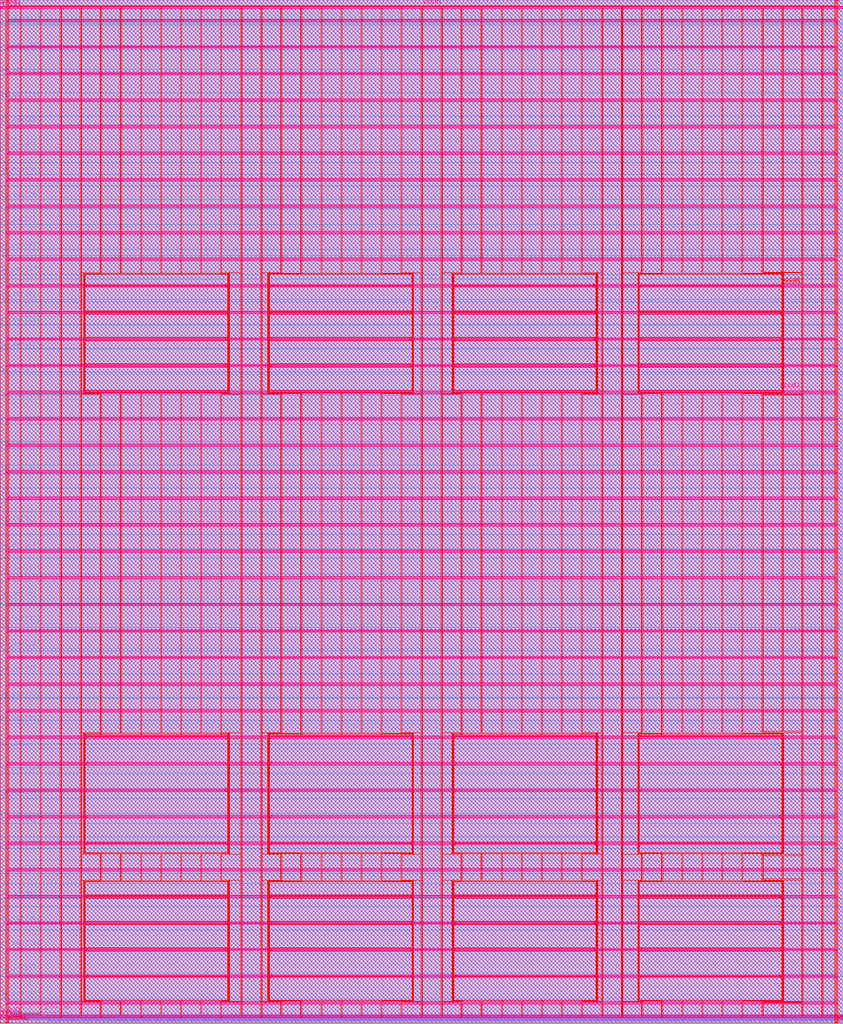
<source format=lef>
###############################################################
#  Generated by:      Cadence Innovus 20.13-s083_1
#  OS:                Linux x86_64(Host ID iron-502-26)
#  Generated on:      Tue Nov 22 18:44:17 2022
#  Design:            user_proj_example
#  Command:           write_lef_abstract -specifyTopLayer 5 -PGPinLayers {5 6} -extractBlockObs -stripePin results/user_proj_example.lef
###############################################################

VERSION 5.8 ;

BUSBITCHARS "[]" ;
DIVIDERCHAR "/" ;

MACRO user_proj_example
  CLASS BLOCK ;
  SIZE 2859.820000 BY 3470.040000 ;
  FOREIGN user_proj_example 0.000000 0.000000 ;
  ORIGIN 0 0 ;
  SYMMETRY X Y R90 ;
  PIN la_data_in[127]
    DIRECTION INPUT ;
    USE SIGNAL ;
    PORT
      LAYER met2 ;
        RECT 2830.540000 0.000000 2830.680000 0.485000 ;
    END
  END la_data_in[127]
  PIN la_data_in[126]
    DIRECTION INPUT ;
    USE SIGNAL ;
    PORT
      LAYER met2 ;
        RECT 2813.060000 0.000000 2813.200000 0.485000 ;
    END
  END la_data_in[126]
  PIN la_data_in[125]
    DIRECTION INPUT ;
    USE SIGNAL ;
    PORT
      LAYER met2 ;
        RECT 2796.040000 0.000000 2796.180000 0.485000 ;
    END
  END la_data_in[125]
  PIN la_data_in[124]
    DIRECTION INPUT ;
    USE SIGNAL ;
    PORT
      LAYER met2 ;
        RECT 2778.560000 0.000000 2778.700000 0.485000 ;
    END
  END la_data_in[124]
  PIN la_data_in[123]
    DIRECTION INPUT ;
    USE SIGNAL ;
    PORT
      LAYER met2 ;
        RECT 2761.080000 0.000000 2761.220000 0.485000 ;
    END
  END la_data_in[123]
  PIN la_data_in[122]
    DIRECTION INPUT ;
    USE SIGNAL ;
    PORT
      LAYER met2 ;
        RECT 2743.600000 0.000000 2743.740000 0.485000 ;
    END
  END la_data_in[122]
  PIN la_data_in[121]
    DIRECTION INPUT ;
    USE SIGNAL ;
    PORT
      LAYER met2 ;
        RECT 2726.120000 0.000000 2726.260000 0.485000 ;
    END
  END la_data_in[121]
  PIN la_data_in[120]
    DIRECTION INPUT ;
    USE SIGNAL ;
    PORT
      LAYER met2 ;
        RECT 2708.640000 0.000000 2708.780000 0.485000 ;
    END
  END la_data_in[120]
  PIN la_data_in[119]
    DIRECTION INPUT ;
    USE SIGNAL ;
    PORT
      LAYER met2 ;
        RECT 2691.160000 0.000000 2691.300000 0.485000 ;
    END
  END la_data_in[119]
  PIN la_data_in[118]
    DIRECTION INPUT ;
    USE SIGNAL ;
    PORT
      LAYER met2 ;
        RECT 2673.680000 0.000000 2673.820000 0.485000 ;
    END
  END la_data_in[118]
  PIN la_data_in[117]
    DIRECTION INPUT ;
    USE SIGNAL ;
    PORT
      LAYER met2 ;
        RECT 2656.200000 0.000000 2656.340000 0.485000 ;
    END
  END la_data_in[117]
  PIN la_data_in[116]
    DIRECTION INPUT ;
    USE SIGNAL ;
    PORT
      LAYER met2 ;
        RECT 2638.720000 0.000000 2638.860000 0.485000 ;
    END
  END la_data_in[116]
  PIN la_data_in[115]
    DIRECTION INPUT ;
    USE SIGNAL ;
    PORT
      LAYER met2 ;
        RECT 2621.700000 0.000000 2621.840000 0.485000 ;
    END
  END la_data_in[115]
  PIN la_data_in[114]
    DIRECTION INPUT ;
    USE SIGNAL ;
    PORT
      LAYER met2 ;
        RECT 2604.220000 0.000000 2604.360000 0.485000 ;
    END
  END la_data_in[114]
  PIN la_data_in[113]
    DIRECTION INPUT ;
    USE SIGNAL ;
    PORT
      LAYER met2 ;
        RECT 2586.740000 0.000000 2586.880000 0.485000 ;
    END
  END la_data_in[113]
  PIN la_data_in[112]
    DIRECTION INPUT ;
    USE SIGNAL ;
    PORT
      LAYER met2 ;
        RECT 2569.260000 0.000000 2569.400000 0.485000 ;
    END
  END la_data_in[112]
  PIN la_data_in[111]
    DIRECTION INPUT ;
    USE SIGNAL ;
    PORT
      LAYER met2 ;
        RECT 2551.780000 0.000000 2551.920000 0.485000 ;
    END
  END la_data_in[111]
  PIN la_data_in[110]
    DIRECTION INPUT ;
    USE SIGNAL ;
    PORT
      LAYER met2 ;
        RECT 2534.300000 0.000000 2534.440000 0.485000 ;
    END
  END la_data_in[110]
  PIN la_data_in[109]
    DIRECTION INPUT ;
    USE SIGNAL ;
    PORT
      LAYER met2 ;
        RECT 2516.820000 0.000000 2516.960000 0.485000 ;
    END
  END la_data_in[109]
  PIN la_data_in[108]
    DIRECTION INPUT ;
    USE SIGNAL ;
    PORT
      LAYER met2 ;
        RECT 2499.340000 0.000000 2499.480000 0.485000 ;
    END
  END la_data_in[108]
  PIN la_data_in[107]
    DIRECTION INPUT ;
    USE SIGNAL ;
    PORT
      LAYER met2 ;
        RECT 2481.860000 0.000000 2482.000000 0.485000 ;
    END
  END la_data_in[107]
  PIN la_data_in[106]
    DIRECTION INPUT ;
    USE SIGNAL ;
    PORT
      LAYER met2 ;
        RECT 2464.380000 0.000000 2464.520000 0.485000 ;
    END
  END la_data_in[106]
  PIN la_data_in[105]
    DIRECTION INPUT ;
    USE SIGNAL ;
    PORT
      LAYER met2 ;
        RECT 2446.900000 0.000000 2447.040000 0.485000 ;
    END
  END la_data_in[105]
  PIN la_data_in[104]
    DIRECTION INPUT ;
    USE SIGNAL ;
    PORT
      LAYER met2 ;
        RECT 2429.880000 0.000000 2430.020000 0.485000 ;
    END
  END la_data_in[104]
  PIN la_data_in[103]
    DIRECTION INPUT ;
    USE SIGNAL ;
    PORT
      LAYER met2 ;
        RECT 2412.400000 0.000000 2412.540000 0.485000 ;
    END
  END la_data_in[103]
  PIN la_data_in[102]
    DIRECTION INPUT ;
    USE SIGNAL ;
    PORT
      LAYER met2 ;
        RECT 2394.920000 0.000000 2395.060000 0.485000 ;
    END
  END la_data_in[102]
  PIN la_data_in[101]
    DIRECTION INPUT ;
    USE SIGNAL ;
    PORT
      LAYER met2 ;
        RECT 2377.440000 0.000000 2377.580000 0.485000 ;
    END
  END la_data_in[101]
  PIN la_data_in[100]
    DIRECTION INPUT ;
    USE SIGNAL ;
    PORT
      LAYER met2 ;
        RECT 2359.960000 0.000000 2360.100000 0.485000 ;
    END
  END la_data_in[100]
  PIN la_data_in[99]
    DIRECTION INPUT ;
    USE SIGNAL ;
    PORT
      LAYER met2 ;
        RECT 2342.480000 0.000000 2342.620000 0.485000 ;
    END
  END la_data_in[99]
  PIN la_data_in[98]
    DIRECTION INPUT ;
    USE SIGNAL ;
    PORT
      LAYER met2 ;
        RECT 2325.000000 0.000000 2325.140000 0.485000 ;
    END
  END la_data_in[98]
  PIN la_data_in[97]
    DIRECTION INPUT ;
    USE SIGNAL ;
    PORT
      LAYER met2 ;
        RECT 2307.520000 0.000000 2307.660000 0.485000 ;
    END
  END la_data_in[97]
  PIN la_data_in[96]
    DIRECTION INPUT ;
    USE SIGNAL ;
    PORT
      LAYER met2 ;
        RECT 2290.040000 0.000000 2290.180000 0.485000 ;
    END
  END la_data_in[96]
  PIN la_data_in[95]
    DIRECTION INPUT ;
    USE SIGNAL ;
    PORT
      LAYER met2 ;
        RECT 2272.560000 0.000000 2272.700000 0.485000 ;
    END
  END la_data_in[95]
  PIN la_data_in[94]
    DIRECTION INPUT ;
    USE SIGNAL ;
    PORT
      LAYER met2 ;
        RECT 2255.540000 0.000000 2255.680000 0.485000 ;
    END
  END la_data_in[94]
  PIN la_data_in[93]
    DIRECTION INPUT ;
    USE SIGNAL ;
    PORT
      LAYER met2 ;
        RECT 2238.060000 0.000000 2238.200000 0.485000 ;
    END
  END la_data_in[93]
  PIN la_data_in[92]
    DIRECTION INPUT ;
    USE SIGNAL ;
    PORT
      LAYER met2 ;
        RECT 2220.580000 0.000000 2220.720000 0.485000 ;
    END
  END la_data_in[92]
  PIN la_data_in[91]
    DIRECTION INPUT ;
    USE SIGNAL ;
    PORT
      LAYER met2 ;
        RECT 2203.100000 0.000000 2203.240000 0.485000 ;
    END
  END la_data_in[91]
  PIN la_data_in[90]
    DIRECTION INPUT ;
    USE SIGNAL ;
    PORT
      LAYER met2 ;
        RECT 2185.620000 0.000000 2185.760000 0.485000 ;
    END
  END la_data_in[90]
  PIN la_data_in[89]
    DIRECTION INPUT ;
    USE SIGNAL ;
    PORT
      LAYER met2 ;
        RECT 2168.140000 0.000000 2168.280000 0.485000 ;
    END
  END la_data_in[89]
  PIN la_data_in[88]
    DIRECTION INPUT ;
    USE SIGNAL ;
    PORT
      LAYER met2 ;
        RECT 2150.660000 0.000000 2150.800000 0.485000 ;
    END
  END la_data_in[88]
  PIN la_data_in[87]
    DIRECTION INPUT ;
    USE SIGNAL ;
    PORT
      LAYER met2 ;
        RECT 2133.180000 0.000000 2133.320000 0.485000 ;
    END
  END la_data_in[87]
  PIN la_data_in[86]
    DIRECTION INPUT ;
    USE SIGNAL ;
    PORT
      LAYER met2 ;
        RECT 2115.700000 0.000000 2115.840000 0.485000 ;
    END
  END la_data_in[86]
  PIN la_data_in[85]
    DIRECTION INPUT ;
    USE SIGNAL ;
    PORT
      LAYER met2 ;
        RECT 2098.220000 0.000000 2098.360000 0.485000 ;
    END
  END la_data_in[85]
  PIN la_data_in[84]
    DIRECTION INPUT ;
    USE SIGNAL ;
    PORT
      LAYER met2 ;
        RECT 2081.200000 0.000000 2081.340000 0.485000 ;
    END
  END la_data_in[84]
  PIN la_data_in[83]
    DIRECTION INPUT ;
    USE SIGNAL ;
    PORT
      LAYER met2 ;
        RECT 2063.720000 0.000000 2063.860000 0.485000 ;
    END
  END la_data_in[83]
  PIN la_data_in[82]
    DIRECTION INPUT ;
    USE SIGNAL ;
    PORT
      LAYER met2 ;
        RECT 2046.240000 0.000000 2046.380000 0.485000 ;
    END
  END la_data_in[82]
  PIN la_data_in[81]
    DIRECTION INPUT ;
    USE SIGNAL ;
    PORT
      LAYER met2 ;
        RECT 2028.760000 0.000000 2028.900000 0.485000 ;
    END
  END la_data_in[81]
  PIN la_data_in[80]
    DIRECTION INPUT ;
    USE SIGNAL ;
    PORT
      LAYER met2 ;
        RECT 2011.280000 0.000000 2011.420000 0.485000 ;
    END
  END la_data_in[80]
  PIN la_data_in[79]
    DIRECTION INPUT ;
    USE SIGNAL ;
    PORT
      LAYER met2 ;
        RECT 1993.800000 0.000000 1993.940000 0.485000 ;
    END
  END la_data_in[79]
  PIN la_data_in[78]
    DIRECTION INPUT ;
    USE SIGNAL ;
    PORT
      LAYER met2 ;
        RECT 1976.320000 0.000000 1976.460000 0.485000 ;
    END
  END la_data_in[78]
  PIN la_data_in[77]
    DIRECTION INPUT ;
    USE SIGNAL ;
    PORT
      LAYER met2 ;
        RECT 1958.840000 0.000000 1958.980000 0.485000 ;
    END
  END la_data_in[77]
  PIN la_data_in[76]
    DIRECTION INPUT ;
    USE SIGNAL ;
    PORT
      LAYER met2 ;
        RECT 1941.360000 0.000000 1941.500000 0.485000 ;
    END
  END la_data_in[76]
  PIN la_data_in[75]
    DIRECTION INPUT ;
    USE SIGNAL ;
    PORT
      LAYER met2 ;
        RECT 1923.880000 0.000000 1924.020000 0.485000 ;
    END
  END la_data_in[75]
  PIN la_data_in[74]
    DIRECTION INPUT ;
    USE SIGNAL ;
    PORT
      LAYER met2 ;
        RECT 1906.400000 0.000000 1906.540000 0.485000 ;
    END
  END la_data_in[74]
  PIN la_data_in[73]
    DIRECTION INPUT ;
    USE SIGNAL ;
    PORT
      LAYER met2 ;
        RECT 1889.380000 0.000000 1889.520000 0.485000 ;
    END
  END la_data_in[73]
  PIN la_data_in[72]
    DIRECTION INPUT ;
    USE SIGNAL ;
    PORT
      LAYER met2 ;
        RECT 1871.900000 0.000000 1872.040000 0.485000 ;
    END
  END la_data_in[72]
  PIN la_data_in[71]
    DIRECTION INPUT ;
    USE SIGNAL ;
    PORT
      LAYER met2 ;
        RECT 1854.420000 0.000000 1854.560000 0.485000 ;
    END
  END la_data_in[71]
  PIN la_data_in[70]
    DIRECTION INPUT ;
    USE SIGNAL ;
    PORT
      LAYER met2 ;
        RECT 1836.940000 0.000000 1837.080000 0.485000 ;
    END
  END la_data_in[70]
  PIN la_data_in[69]
    DIRECTION INPUT ;
    USE SIGNAL ;
    PORT
      LAYER met2 ;
        RECT 1819.460000 0.000000 1819.600000 0.485000 ;
    END
  END la_data_in[69]
  PIN la_data_in[68]
    DIRECTION INPUT ;
    USE SIGNAL ;
    PORT
      LAYER met2 ;
        RECT 1801.980000 0.000000 1802.120000 0.485000 ;
    END
  END la_data_in[68]
  PIN la_data_in[67]
    DIRECTION INPUT ;
    USE SIGNAL ;
    PORT
      LAYER met2 ;
        RECT 1784.500000 0.000000 1784.640000 0.485000 ;
    END
  END la_data_in[67]
  PIN la_data_in[66]
    DIRECTION INPUT ;
    USE SIGNAL ;
    PORT
      LAYER met2 ;
        RECT 1767.020000 0.000000 1767.160000 0.485000 ;
    END
  END la_data_in[66]
  PIN la_data_in[65]
    DIRECTION INPUT ;
    USE SIGNAL ;
    PORT
      LAYER met2 ;
        RECT 1749.540000 0.000000 1749.680000 0.485000 ;
    END
  END la_data_in[65]
  PIN la_data_in[64]
    DIRECTION INPUT ;
    USE SIGNAL ;
    PORT
      LAYER met2 ;
        RECT 1732.060000 0.000000 1732.200000 0.485000 ;
    END
  END la_data_in[64]
  PIN la_data_in[63]
    DIRECTION INPUT ;
    USE SIGNAL ;
    PORT
      LAYER met2 ;
        RECT 1715.040000 0.000000 1715.180000 0.485000 ;
    END
  END la_data_in[63]
  PIN la_data_in[62]
    DIRECTION INPUT ;
    USE SIGNAL ;
    PORT
      LAYER met2 ;
        RECT 1697.560000 0.000000 1697.700000 0.485000 ;
    END
  END la_data_in[62]
  PIN la_data_in[61]
    DIRECTION INPUT ;
    USE SIGNAL ;
    PORT
      LAYER met2 ;
        RECT 1680.080000 0.000000 1680.220000 0.485000 ;
    END
  END la_data_in[61]
  PIN la_data_in[60]
    DIRECTION INPUT ;
    USE SIGNAL ;
    PORT
      LAYER met2 ;
        RECT 1662.600000 0.000000 1662.740000 0.485000 ;
    END
  END la_data_in[60]
  PIN la_data_in[59]
    DIRECTION INPUT ;
    USE SIGNAL ;
    PORT
      LAYER met2 ;
        RECT 1645.120000 0.000000 1645.260000 0.485000 ;
    END
  END la_data_in[59]
  PIN la_data_in[58]
    DIRECTION INPUT ;
    USE SIGNAL ;
    PORT
      LAYER met2 ;
        RECT 1627.640000 0.000000 1627.780000 0.485000 ;
    END
  END la_data_in[58]
  PIN la_data_in[57]
    DIRECTION INPUT ;
    USE SIGNAL ;
    PORT
      LAYER met2 ;
        RECT 1610.160000 0.000000 1610.300000 0.485000 ;
    END
  END la_data_in[57]
  PIN la_data_in[56]
    DIRECTION INPUT ;
    USE SIGNAL ;
    PORT
      LAYER met2 ;
        RECT 1592.680000 0.000000 1592.820000 0.485000 ;
    END
  END la_data_in[56]
  PIN la_data_in[55]
    DIRECTION INPUT ;
    USE SIGNAL ;
    PORT
      LAYER met2 ;
        RECT 1575.200000 0.000000 1575.340000 0.485000 ;
    END
  END la_data_in[55]
  PIN la_data_in[54]
    DIRECTION INPUT ;
    USE SIGNAL ;
    PORT
      LAYER met2 ;
        RECT 1557.720000 0.000000 1557.860000 0.485000 ;
    END
  END la_data_in[54]
  PIN la_data_in[53]
    DIRECTION INPUT ;
    USE SIGNAL ;
    PORT
      LAYER met2 ;
        RECT 1540.700000 0.000000 1540.840000 0.485000 ;
    END
  END la_data_in[53]
  PIN la_data_in[52]
    DIRECTION INPUT ;
    USE SIGNAL ;
    PORT
      LAYER met2 ;
        RECT 1523.220000 0.000000 1523.360000 0.485000 ;
    END
  END la_data_in[52]
  PIN la_data_in[51]
    DIRECTION INPUT ;
    USE SIGNAL ;
    PORT
      LAYER met2 ;
        RECT 1505.740000 0.000000 1505.880000 0.485000 ;
    END
  END la_data_in[51]
  PIN la_data_in[50]
    DIRECTION INPUT ;
    USE SIGNAL ;
    PORT
      LAYER met2 ;
        RECT 1488.260000 0.000000 1488.400000 0.485000 ;
    END
  END la_data_in[50]
  PIN la_data_in[49]
    DIRECTION INPUT ;
    USE SIGNAL ;
    PORT
      LAYER met2 ;
        RECT 1470.780000 0.000000 1470.920000 0.485000 ;
    END
  END la_data_in[49]
  PIN la_data_in[48]
    DIRECTION INPUT ;
    USE SIGNAL ;
    PORT
      LAYER met2 ;
        RECT 1453.300000 0.000000 1453.440000 0.485000 ;
    END
  END la_data_in[48]
  PIN la_data_in[47]
    DIRECTION INPUT ;
    USE SIGNAL ;
    PORT
      LAYER met2 ;
        RECT 1435.820000 0.000000 1435.960000 0.485000 ;
    END
  END la_data_in[47]
  PIN la_data_in[46]
    DIRECTION INPUT ;
    USE SIGNAL ;
    PORT
      LAYER met2 ;
        RECT 1418.340000 0.000000 1418.480000 0.485000 ;
    END
  END la_data_in[46]
  PIN la_data_in[45]
    DIRECTION INPUT ;
    USE SIGNAL ;
    PORT
      LAYER met2 ;
        RECT 1400.860000 0.000000 1401.000000 0.485000 ;
    END
  END la_data_in[45]
  PIN la_data_in[44]
    DIRECTION INPUT ;
    USE SIGNAL ;
    PORT
      LAYER met2 ;
        RECT 1383.380000 0.000000 1383.520000 0.485000 ;
    END
  END la_data_in[44]
  PIN la_data_in[43]
    DIRECTION INPUT ;
    USE SIGNAL ;
    PORT
      LAYER met2 ;
        RECT 1366.360000 0.000000 1366.500000 0.485000 ;
    END
  END la_data_in[43]
  PIN la_data_in[42]
    DIRECTION INPUT ;
    USE SIGNAL ;
    PORT
      LAYER met2 ;
        RECT 1348.880000 0.000000 1349.020000 0.485000 ;
    END
  END la_data_in[42]
  PIN la_data_in[41]
    DIRECTION INPUT ;
    USE SIGNAL ;
    PORT
      LAYER met2 ;
        RECT 1331.400000 0.000000 1331.540000 0.485000 ;
    END
  END la_data_in[41]
  PIN la_data_in[40]
    DIRECTION INPUT ;
    USE SIGNAL ;
    PORT
      LAYER met2 ;
        RECT 1313.920000 0.000000 1314.060000 0.485000 ;
    END
  END la_data_in[40]
  PIN la_data_in[39]
    DIRECTION INPUT ;
    USE SIGNAL ;
    PORT
      LAYER met2 ;
        RECT 1296.440000 0.000000 1296.580000 0.485000 ;
    END
  END la_data_in[39]
  PIN la_data_in[38]
    DIRECTION INPUT ;
    USE SIGNAL ;
    PORT
      LAYER met2 ;
        RECT 1278.960000 0.000000 1279.100000 0.485000 ;
    END
  END la_data_in[38]
  PIN la_data_in[37]
    DIRECTION INPUT ;
    USE SIGNAL ;
    PORT
      LAYER met2 ;
        RECT 1261.480000 0.000000 1261.620000 0.485000 ;
    END
  END la_data_in[37]
  PIN la_data_in[36]
    DIRECTION INPUT ;
    USE SIGNAL ;
    PORT
      LAYER met2 ;
        RECT 1244.000000 0.000000 1244.140000 0.485000 ;
    END
  END la_data_in[36]
  PIN la_data_in[35]
    DIRECTION INPUT ;
    USE SIGNAL ;
    PORT
      LAYER met2 ;
        RECT 1226.520000 0.000000 1226.660000 0.485000 ;
    END
  END la_data_in[35]
  PIN la_data_in[34]
    DIRECTION INPUT ;
    USE SIGNAL ;
    PORT
      LAYER met2 ;
        RECT 1209.040000 0.000000 1209.180000 0.485000 ;
    END
  END la_data_in[34]
  PIN la_data_in[33]
    DIRECTION INPUT ;
    USE SIGNAL ;
    PORT
      LAYER met2 ;
        RECT 1192.020000 0.000000 1192.160000 0.485000 ;
    END
  END la_data_in[33]
  PIN la_data_in[32]
    DIRECTION INPUT ;
    USE SIGNAL ;
    PORT
      LAYER met2 ;
        RECT 1174.540000 0.000000 1174.680000 0.485000 ;
    END
  END la_data_in[32]
  PIN la_data_in[31]
    DIRECTION INPUT ;
    USE SIGNAL ;
    PORT
      LAYER met2 ;
        RECT 1157.060000 0.000000 1157.200000 0.485000 ;
    END
  END la_data_in[31]
  PIN la_data_in[30]
    DIRECTION INPUT ;
    USE SIGNAL ;
    PORT
      LAYER met2 ;
        RECT 1139.580000 0.000000 1139.720000 0.485000 ;
    END
  END la_data_in[30]
  PIN la_data_in[29]
    DIRECTION INPUT ;
    USE SIGNAL ;
    PORT
      LAYER met2 ;
        RECT 1122.100000 0.000000 1122.240000 0.485000 ;
    END
  END la_data_in[29]
  PIN la_data_in[28]
    DIRECTION INPUT ;
    USE SIGNAL ;
    PORT
      LAYER met2 ;
        RECT 1104.620000 0.000000 1104.760000 0.485000 ;
    END
  END la_data_in[28]
  PIN la_data_in[27]
    DIRECTION INPUT ;
    USE SIGNAL ;
    PORT
      LAYER met2 ;
        RECT 1087.140000 0.000000 1087.280000 0.485000 ;
    END
  END la_data_in[27]
  PIN la_data_in[26]
    DIRECTION INPUT ;
    USE SIGNAL ;
    PORT
      LAYER met2 ;
        RECT 1069.660000 0.000000 1069.800000 0.485000 ;
    END
  END la_data_in[26]
  PIN la_data_in[25]
    DIRECTION INPUT ;
    USE SIGNAL ;
    PORT
      LAYER met2 ;
        RECT 1052.180000 0.000000 1052.320000 0.485000 ;
    END
  END la_data_in[25]
  PIN la_data_in[24]
    DIRECTION INPUT ;
    USE SIGNAL ;
    PORT
      LAYER met2 ;
        RECT 1034.700000 0.000000 1034.840000 0.485000 ;
    END
  END la_data_in[24]
  PIN la_data_in[23]
    DIRECTION INPUT ;
    USE SIGNAL ;
    PORT
      LAYER met2 ;
        RECT 1017.220000 0.000000 1017.360000 0.485000 ;
    END
  END la_data_in[23]
  PIN la_data_in[22]
    DIRECTION INPUT ;
    USE SIGNAL ;
    PORT
      LAYER met2 ;
        RECT 1000.200000 0.000000 1000.340000 0.485000 ;
    END
  END la_data_in[22]
  PIN la_data_in[21]
    DIRECTION INPUT ;
    USE SIGNAL ;
    PORT
      LAYER met2 ;
        RECT 982.720000 0.000000 982.860000 0.485000 ;
    END
  END la_data_in[21]
  PIN la_data_in[20]
    DIRECTION INPUT ;
    USE SIGNAL ;
    PORT
      LAYER met2 ;
        RECT 965.240000 0.000000 965.380000 0.485000 ;
    END
  END la_data_in[20]
  PIN la_data_in[19]
    DIRECTION INPUT ;
    USE SIGNAL ;
    PORT
      LAYER met2 ;
        RECT 947.760000 0.000000 947.900000 0.485000 ;
    END
  END la_data_in[19]
  PIN la_data_in[18]
    DIRECTION INPUT ;
    USE SIGNAL ;
    PORT
      LAYER met2 ;
        RECT 930.280000 0.000000 930.420000 0.485000 ;
    END
  END la_data_in[18]
  PIN la_data_in[17]
    DIRECTION INPUT ;
    USE SIGNAL ;
    PORT
      LAYER met2 ;
        RECT 912.800000 0.000000 912.940000 0.485000 ;
    END
  END la_data_in[17]
  PIN la_data_in[16]
    DIRECTION INPUT ;
    USE SIGNAL ;
    PORT
      LAYER met2 ;
        RECT 895.320000 0.000000 895.460000 0.485000 ;
    END
  END la_data_in[16]
  PIN la_data_in[15]
    DIRECTION INPUT ;
    USE SIGNAL ;
    PORT
      LAYER met2 ;
        RECT 877.840000 0.000000 877.980000 0.485000 ;
    END
  END la_data_in[15]
  PIN la_data_in[14]
    DIRECTION INPUT ;
    USE SIGNAL ;
    PORT
      LAYER met2 ;
        RECT 860.360000 0.000000 860.500000 0.485000 ;
    END
  END la_data_in[14]
  PIN la_data_in[13]
    DIRECTION INPUT ;
    USE SIGNAL ;
    PORT
      LAYER met2 ;
        RECT 842.880000 0.000000 843.020000 0.485000 ;
    END
  END la_data_in[13]
  PIN la_data_in[12]
    DIRECTION INPUT ;
    USE SIGNAL ;
    PORT
      LAYER met2 ;
        RECT 825.860000 0.000000 826.000000 0.485000 ;
    END
  END la_data_in[12]
  PIN la_data_in[11]
    DIRECTION INPUT ;
    USE SIGNAL ;
    PORT
      LAYER met2 ;
        RECT 808.380000 0.000000 808.520000 0.485000 ;
    END
  END la_data_in[11]
  PIN la_data_in[10]
    DIRECTION INPUT ;
    USE SIGNAL ;
    PORT
      LAYER met2 ;
        RECT 790.900000 0.000000 791.040000 0.485000 ;
    END
  END la_data_in[10]
  PIN la_data_in[9]
    DIRECTION INPUT ;
    USE SIGNAL ;
    PORT
      LAYER met2 ;
        RECT 773.420000 0.000000 773.560000 0.485000 ;
    END
  END la_data_in[9]
  PIN la_data_in[8]
    DIRECTION INPUT ;
    USE SIGNAL ;
    PORT
      LAYER met2 ;
        RECT 755.940000 0.000000 756.080000 0.485000 ;
    END
  END la_data_in[8]
  PIN la_data_in[7]
    DIRECTION INPUT ;
    USE SIGNAL ;
    PORT
      LAYER met2 ;
        RECT 738.460000 0.000000 738.600000 0.485000 ;
    END
  END la_data_in[7]
  PIN la_data_in[6]
    DIRECTION INPUT ;
    USE SIGNAL ;
    PORT
      LAYER met2 ;
        RECT 720.980000 0.000000 721.120000 0.485000 ;
    END
  END la_data_in[6]
  PIN la_data_in[5]
    DIRECTION INPUT ;
    USE SIGNAL ;
    PORT
      LAYER met2 ;
        RECT 703.500000 0.000000 703.640000 0.485000 ;
    END
  END la_data_in[5]
  PIN la_data_in[4]
    DIRECTION INPUT ;
    USE SIGNAL ;
    PORT
      LAYER met2 ;
        RECT 686.020000 0.000000 686.160000 0.485000 ;
    END
  END la_data_in[4]
  PIN la_data_in[3]
    DIRECTION INPUT ;
    USE SIGNAL ;
    PORT
      LAYER met2 ;
        RECT 668.540000 0.000000 668.680000 0.485000 ;
    END
  END la_data_in[3]
  PIN la_data_in[2]
    DIRECTION INPUT ;
    USE SIGNAL ;
    PORT
      LAYER met2 ;
        RECT 651.520000 0.000000 651.660000 0.485000 ;
    END
  END la_data_in[2]
  PIN la_data_in[1]
    DIRECTION INPUT ;
    USE SIGNAL ;
    ANTENNAPARTIALMETALAREA 4.1103 LAYER met2  ;
    ANTENNAPARTIALMETALSIDEAREA 20.4435 LAYER met2  ;
    ANTENNAMODEL OXIDE1 ;
    ANTENNAGATEAREA 0.126 LAYER met2  ;
    ANTENNAMAXAREACAR 46.0325 LAYER met2  ;
    ANTENNAMAXSIDEAREACAR 224.643 LAYER met2  ;
    ANTENNAMAXCUTCAR 0.407937 LAYER via2  ;
    PORT
      LAYER met2 ;
        RECT 634.040000 0.000000 634.180000 0.485000 ;
    END
  END la_data_in[1]
  PIN la_data_in[0]
    DIRECTION INPUT ;
    USE SIGNAL ;
    PORT
      LAYER met2 ;
        RECT 616.560000 0.000000 616.700000 0.485000 ;
    END
  END la_data_in[0]
  PIN la_data_out[127]
    DIRECTION OUTPUT ;
    USE SIGNAL ;
    ANTENNADIFFAREA 0.336 LAYER met2  ;
    ANTENNAPARTIALMETALAREA 4.0627 LAYER met2  ;
    ANTENNAPARTIALMETALSIDEAREA 20.2055 LAYER met2  ;
    PORT
      LAYER met2 ;
        RECT 2836.520000 0.000000 2836.660000 0.485000 ;
    END
  END la_data_out[127]
  PIN la_data_out[126]
    DIRECTION OUTPUT ;
    USE SIGNAL ;
    ANTENNADIFFAREA 0.336 LAYER met2  ;
    ANTENNAPARTIALMETALAREA 4.4435 LAYER met2  ;
    ANTENNAPARTIALMETALSIDEAREA 22.1095 LAYER met2  ;
    PORT
      LAYER met2 ;
        RECT 2819.040000 0.000000 2819.180000 0.485000 ;
    END
  END la_data_out[126]
  PIN la_data_out[125]
    DIRECTION OUTPUT ;
    USE SIGNAL ;
    ANTENNADIFFAREA 0.336 LAYER met2  ;
    ANTENNAPARTIALMETALAREA 4.4435 LAYER met2  ;
    ANTENNAPARTIALMETALSIDEAREA 22.1095 LAYER met2  ;
    PORT
      LAYER met2 ;
        RECT 2801.560000 0.000000 2801.700000 0.485000 ;
    END
  END la_data_out[125]
  PIN la_data_out[124]
    DIRECTION OUTPUT ;
    USE SIGNAL ;
    ANTENNADIFFAREA 0.336 LAYER met2  ;
    ANTENNAPARTIALMETALAREA 4.4435 LAYER met2  ;
    ANTENNAPARTIALMETALSIDEAREA 22.1095 LAYER met2  ;
    PORT
      LAYER met2 ;
        RECT 2784.080000 0.000000 2784.220000 0.485000 ;
    END
  END la_data_out[124]
  PIN la_data_out[123]
    DIRECTION OUTPUT ;
    USE SIGNAL ;
    ANTENNADIFFAREA 0.336 LAYER met2  ;
    ANTENNAPARTIALMETALAREA 4.0627 LAYER met2  ;
    ANTENNAPARTIALMETALSIDEAREA 20.2055 LAYER met2  ;
    PORT
      LAYER met2 ;
        RECT 2766.600000 0.000000 2766.740000 0.485000 ;
    END
  END la_data_out[123]
  PIN la_data_out[122]
    DIRECTION OUTPUT ;
    USE SIGNAL ;
    ANTENNADIFFAREA 0.336 LAYER met2  ;
    ANTENNAPARTIALMETALAREA 4.0627 LAYER met2  ;
    ANTENNAPARTIALMETALSIDEAREA 20.2055 LAYER met2  ;
    PORT
      LAYER met2 ;
        RECT 2749.120000 0.000000 2749.260000 0.485000 ;
    END
  END la_data_out[122]
  PIN la_data_out[121]
    DIRECTION OUTPUT ;
    USE SIGNAL ;
    ANTENNADIFFAREA 0.336 LAYER met2  ;
    ANTENNAPARTIALMETALAREA 4.4435 LAYER met2  ;
    ANTENNAPARTIALMETALSIDEAREA 22.1095 LAYER met2  ;
    PORT
      LAYER met2 ;
        RECT 2732.100000 0.000000 2732.240000 0.485000 ;
    END
  END la_data_out[121]
  PIN la_data_out[120]
    DIRECTION OUTPUT ;
    USE SIGNAL ;
    ANTENNADIFFAREA 0.336 LAYER met2  ;
    ANTENNAPARTIALMETALAREA 4.0627 LAYER met2  ;
    ANTENNAPARTIALMETALSIDEAREA 20.2055 LAYER met2  ;
    PORT
      LAYER met2 ;
        RECT 2714.620000 0.000000 2714.760000 0.485000 ;
    END
  END la_data_out[120]
  PIN la_data_out[119]
    DIRECTION OUTPUT ;
    USE SIGNAL ;
    ANTENNADIFFAREA 0.336 LAYER met2  ;
    ANTENNAPARTIALMETALAREA 4.4435 LAYER met2  ;
    ANTENNAPARTIALMETALSIDEAREA 22.1095 LAYER met2  ;
    PORT
      LAYER met2 ;
        RECT 2697.140000 0.000000 2697.280000 0.485000 ;
    END
  END la_data_out[119]
  PIN la_data_out[118]
    DIRECTION OUTPUT ;
    USE SIGNAL ;
    ANTENNADIFFAREA 0.336 LAYER met2  ;
    ANTENNAPARTIALMETALAREA 4.4435 LAYER met2  ;
    ANTENNAPARTIALMETALSIDEAREA 22.1095 LAYER met2  ;
    PORT
      LAYER met2 ;
        RECT 2679.660000 0.000000 2679.800000 0.485000 ;
    END
  END la_data_out[118]
  PIN la_data_out[117]
    DIRECTION OUTPUT ;
    USE SIGNAL ;
    ANTENNADIFFAREA 0.336 LAYER met2  ;
    ANTENNAPARTIALMETALAREA 4.0627 LAYER met2  ;
    ANTENNAPARTIALMETALSIDEAREA 20.2055 LAYER met2  ;
    PORT
      LAYER met2 ;
        RECT 2662.180000 0.000000 2662.320000 0.485000 ;
    END
  END la_data_out[117]
  PIN la_data_out[116]
    DIRECTION OUTPUT ;
    USE SIGNAL ;
    ANTENNADIFFAREA 0.336 LAYER met2  ;
    ANTENNAPARTIALMETALAREA 4.0627 LAYER met2  ;
    ANTENNAPARTIALMETALSIDEAREA 20.2055 LAYER met2  ;
    PORT
      LAYER met2 ;
        RECT 2644.700000 0.000000 2644.840000 0.485000 ;
    END
  END la_data_out[116]
  PIN la_data_out[115]
    DIRECTION OUTPUT ;
    USE SIGNAL ;
    ANTENNADIFFAREA 0.336 LAYER met2  ;
    ANTENNAPARTIALMETALAREA 4.0627 LAYER met2  ;
    ANTENNAPARTIALMETALSIDEAREA 20.2055 LAYER met2  ;
    PORT
      LAYER met2 ;
        RECT 2627.220000 0.000000 2627.360000 0.485000 ;
    END
  END la_data_out[115]
  PIN la_data_out[114]
    DIRECTION OUTPUT ;
    USE SIGNAL ;
    ANTENNADIFFAREA 0.336 LAYER met2  ;
    ANTENNAPARTIALMETALAREA 4.0627 LAYER met2  ;
    ANTENNAPARTIALMETALSIDEAREA 20.2055 LAYER met2  ;
    PORT
      LAYER met2 ;
        RECT 2609.740000 0.000000 2609.880000 0.485000 ;
    END
  END la_data_out[114]
  PIN la_data_out[113]
    DIRECTION OUTPUT ;
    USE SIGNAL ;
    ANTENNADIFFAREA 0.336 LAYER met2  ;
    ANTENNAPARTIALMETALAREA 4.0627 LAYER met2  ;
    ANTENNAPARTIALMETALSIDEAREA 20.2055 LAYER met2  ;
    PORT
      LAYER met2 ;
        RECT 2592.260000 0.000000 2592.400000 0.485000 ;
    END
  END la_data_out[113]
  PIN la_data_out[112]
    DIRECTION OUTPUT ;
    USE SIGNAL ;
    ANTENNADIFFAREA 0.336 LAYER met2  ;
    ANTENNAPARTIALMETALAREA 4.0627 LAYER met2  ;
    ANTENNAPARTIALMETALSIDEAREA 20.2055 LAYER met2  ;
    PORT
      LAYER met2 ;
        RECT 2574.780000 0.000000 2574.920000 0.485000 ;
    END
  END la_data_out[112]
  PIN la_data_out[111]
    DIRECTION OUTPUT ;
    USE SIGNAL ;
    ANTENNADIFFAREA 0.336 LAYER met2  ;
    ANTENNAPARTIALMETALAREA 4.0627 LAYER met2  ;
    ANTENNAPARTIALMETALSIDEAREA 20.2055 LAYER met2  ;
    PORT
      LAYER met2 ;
        RECT 2557.760000 0.000000 2557.900000 0.485000 ;
    END
  END la_data_out[111]
  PIN la_data_out[110]
    DIRECTION OUTPUT ;
    USE SIGNAL ;
    ANTENNADIFFAREA 0.336 LAYER met2  ;
    ANTENNAPARTIALMETALAREA 4.0627 LAYER met2  ;
    ANTENNAPARTIALMETALSIDEAREA 20.2055 LAYER met2  ;
    PORT
      LAYER met2 ;
        RECT 2540.280000 0.000000 2540.420000 0.485000 ;
    END
  END la_data_out[110]
  PIN la_data_out[109]
    DIRECTION OUTPUT ;
    USE SIGNAL ;
    ANTENNADIFFAREA 0.336 LAYER met2  ;
    ANTENNAPARTIALMETALAREA 4.0627 LAYER met2  ;
    ANTENNAPARTIALMETALSIDEAREA 20.2055 LAYER met2  ;
    PORT
      LAYER met2 ;
        RECT 2522.800000 0.000000 2522.940000 0.485000 ;
    END
  END la_data_out[109]
  PIN la_data_out[108]
    DIRECTION OUTPUT ;
    USE SIGNAL ;
    ANTENNADIFFAREA 0.336 LAYER met2  ;
    ANTENNAPARTIALMETALAREA 4.0627 LAYER met2  ;
    ANTENNAPARTIALMETALSIDEAREA 20.2055 LAYER met2  ;
    PORT
      LAYER met2 ;
        RECT 2505.320000 0.000000 2505.460000 0.485000 ;
    END
  END la_data_out[108]
  PIN la_data_out[107]
    DIRECTION OUTPUT ;
    USE SIGNAL ;
    ANTENNADIFFAREA 0.336 LAYER met2  ;
    ANTENNAPARTIALMETALAREA 4.0627 LAYER met2  ;
    ANTENNAPARTIALMETALSIDEAREA 20.2055 LAYER met2  ;
    PORT
      LAYER met2 ;
        RECT 2487.840000 0.000000 2487.980000 0.485000 ;
    END
  END la_data_out[107]
  PIN la_data_out[106]
    DIRECTION OUTPUT ;
    USE SIGNAL ;
    ANTENNADIFFAREA 0.336 LAYER met2  ;
    ANTENNAPARTIALMETALAREA 4.0627 LAYER met2  ;
    ANTENNAPARTIALMETALSIDEAREA 20.2055 LAYER met2  ;
    PORT
      LAYER met2 ;
        RECT 2470.360000 0.000000 2470.500000 0.485000 ;
    END
  END la_data_out[106]
  PIN la_data_out[105]
    DIRECTION OUTPUT ;
    USE SIGNAL ;
    ANTENNADIFFAREA 0.336 LAYER met2  ;
    ANTENNAPARTIALMETALAREA 4.0627 LAYER met2  ;
    ANTENNAPARTIALMETALSIDEAREA 20.2055 LAYER met2  ;
    PORT
      LAYER met2 ;
        RECT 2452.880000 0.000000 2453.020000 0.485000 ;
    END
  END la_data_out[105]
  PIN la_data_out[104]
    DIRECTION OUTPUT ;
    USE SIGNAL ;
    ANTENNADIFFAREA 0.336 LAYER met2  ;
    ANTENNAPARTIALMETALAREA 4.0627 LAYER met2  ;
    ANTENNAPARTIALMETALSIDEAREA 20.2055 LAYER met2  ;
    PORT
      LAYER met2 ;
        RECT 2435.400000 0.000000 2435.540000 0.485000 ;
    END
  END la_data_out[104]
  PIN la_data_out[103]
    DIRECTION OUTPUT ;
    USE SIGNAL ;
    ANTENNADIFFAREA 0.336 LAYER met2  ;
    ANTENNAPARTIALMETALAREA 4.0627 LAYER met2  ;
    ANTENNAPARTIALMETALSIDEAREA 20.2055 LAYER met2  ;
    PORT
      LAYER met2 ;
        RECT 2417.920000 0.000000 2418.060000 0.485000 ;
    END
  END la_data_out[103]
  PIN la_data_out[102]
    DIRECTION OUTPUT ;
    USE SIGNAL ;
    ANTENNADIFFAREA 0.336 LAYER met2  ;
    ANTENNAPARTIALMETALAREA 4.0627 LAYER met2  ;
    ANTENNAPARTIALMETALSIDEAREA 20.2055 LAYER met2  ;
    PORT
      LAYER met2 ;
        RECT 2400.440000 0.000000 2400.580000 0.485000 ;
    END
  END la_data_out[102]
  PIN la_data_out[101]
    DIRECTION OUTPUT ;
    USE SIGNAL ;
    ANTENNADIFFAREA 0.336 LAYER met2  ;
    ANTENNAPARTIALMETALAREA 4.1271 LAYER met2  ;
    ANTENNAPARTIALMETALSIDEAREA 20.5275 LAYER met2  ;
    PORT
      LAYER met2 ;
        RECT 2383.420000 0.000000 2383.560000 0.485000 ;
    END
  END la_data_out[101]
  PIN la_data_out[100]
    DIRECTION OUTPUT ;
    USE SIGNAL ;
    ANTENNADIFFAREA 0.336 LAYER met2  ;
    ANTENNAPARTIALMETALAREA 4.0627 LAYER met2  ;
    ANTENNAPARTIALMETALSIDEAREA 20.2055 LAYER met2  ;
    PORT
      LAYER met2 ;
        RECT 2365.940000 0.000000 2366.080000 0.485000 ;
    END
  END la_data_out[100]
  PIN la_data_out[99]
    DIRECTION OUTPUT ;
    USE SIGNAL ;
    ANTENNADIFFAREA 0.336 LAYER met2  ;
    ANTENNAPARTIALMETALAREA 4.0627 LAYER met2  ;
    ANTENNAPARTIALMETALSIDEAREA 20.2055 LAYER met2  ;
    PORT
      LAYER met2 ;
        RECT 2348.460000 0.000000 2348.600000 0.485000 ;
    END
  END la_data_out[99]
  PIN la_data_out[98]
    DIRECTION OUTPUT ;
    USE SIGNAL ;
    ANTENNADIFFAREA 0.336 LAYER met2  ;
    ANTENNAPARTIALMETALAREA 4.0627 LAYER met2  ;
    ANTENNAPARTIALMETALSIDEAREA 20.2055 LAYER met2  ;
    PORT
      LAYER met2 ;
        RECT 2330.980000 0.000000 2331.120000 0.485000 ;
    END
  END la_data_out[98]
  PIN la_data_out[97]
    DIRECTION OUTPUT ;
    USE SIGNAL ;
    ANTENNADIFFAREA 0.336 LAYER met2  ;
    ANTENNAPARTIALMETALAREA 4.0627 LAYER met2  ;
    ANTENNAPARTIALMETALSIDEAREA 20.2055 LAYER met2  ;
    PORT
      LAYER met2 ;
        RECT 2313.500000 0.000000 2313.640000 0.485000 ;
    END
  END la_data_out[97]
  PIN la_data_out[96]
    DIRECTION OUTPUT ;
    USE SIGNAL ;
    ANTENNADIFFAREA 0.336 LAYER met2  ;
    ANTENNAPARTIALMETALAREA 4.0627 LAYER met2  ;
    ANTENNAPARTIALMETALSIDEAREA 20.2055 LAYER met2  ;
    PORT
      LAYER met2 ;
        RECT 2296.020000 0.000000 2296.160000 0.485000 ;
    END
  END la_data_out[96]
  PIN la_data_out[95]
    DIRECTION OUTPUT ;
    USE SIGNAL ;
    ANTENNADIFFAREA 0.336 LAYER met2  ;
    ANTENNAPARTIALMETALAREA 4.0627 LAYER met2  ;
    ANTENNAPARTIALMETALSIDEAREA 20.2055 LAYER met2  ;
    PORT
      LAYER met2 ;
        RECT 2278.540000 0.000000 2278.680000 0.485000 ;
    END
  END la_data_out[95]
  PIN la_data_out[94]
    DIRECTION OUTPUT ;
    USE SIGNAL ;
    ANTENNADIFFAREA 0.336 LAYER met2  ;
    ANTENNAPARTIALMETALAREA 4.0627 LAYER met2  ;
    ANTENNAPARTIALMETALSIDEAREA 20.2055 LAYER met2  ;
    PORT
      LAYER met2 ;
        RECT 2261.060000 0.000000 2261.200000 0.485000 ;
    END
  END la_data_out[94]
  PIN la_data_out[93]
    DIRECTION OUTPUT ;
    USE SIGNAL ;
    ANTENNADIFFAREA 0.336 LAYER met2  ;
    ANTENNAPARTIALMETALAREA 4.0627 LAYER met2  ;
    ANTENNAPARTIALMETALSIDEAREA 20.2055 LAYER met2  ;
    PORT
      LAYER met2 ;
        RECT 2243.580000 0.000000 2243.720000 0.485000 ;
    END
  END la_data_out[93]
  PIN la_data_out[92]
    DIRECTION OUTPUT ;
    USE SIGNAL ;
    ANTENNADIFFAREA 0.336 LAYER met2  ;
    ANTENNAPARTIALMETALAREA 4.0627 LAYER met2  ;
    ANTENNAPARTIALMETALSIDEAREA 20.2055 LAYER met2  ;
    PORT
      LAYER met2 ;
        RECT 2226.100000 0.000000 2226.240000 0.485000 ;
    END
  END la_data_out[92]
  PIN la_data_out[91]
    DIRECTION OUTPUT ;
    USE SIGNAL ;
    ANTENNADIFFAREA 0.336 LAYER met2  ;
    ANTENNAPARTIALMETALAREA 4.0627 LAYER met2  ;
    ANTENNAPARTIALMETALSIDEAREA 20.2055 LAYER met2  ;
    PORT
      LAYER met2 ;
        RECT 2208.620000 0.000000 2208.760000 0.485000 ;
    END
  END la_data_out[91]
  PIN la_data_out[90]
    DIRECTION OUTPUT ;
    USE SIGNAL ;
    ANTENNADIFFAREA 0.336 LAYER met2  ;
    ANTENNAPARTIALMETALAREA 4.0627 LAYER met2  ;
    ANTENNAPARTIALMETALSIDEAREA 20.2055 LAYER met2  ;
    PORT
      LAYER met2 ;
        RECT 2191.600000 0.000000 2191.740000 0.485000 ;
    END
  END la_data_out[90]
  PIN la_data_out[89]
    DIRECTION OUTPUT ;
    USE SIGNAL ;
    ANTENNADIFFAREA 0.336 LAYER met2  ;
    ANTENNAPARTIALMETALAREA 4.0627 LAYER met2  ;
    ANTENNAPARTIALMETALSIDEAREA 20.2055 LAYER met2  ;
    PORT
      LAYER met2 ;
        RECT 2174.120000 0.000000 2174.260000 0.485000 ;
    END
  END la_data_out[89]
  PIN la_data_out[88]
    DIRECTION OUTPUT ;
    USE SIGNAL ;
    ANTENNADIFFAREA 0.336 LAYER met2  ;
    ANTENNAPARTIALMETALAREA 4.4435 LAYER met2  ;
    ANTENNAPARTIALMETALSIDEAREA 22.1095 LAYER met2  ;
    PORT
      LAYER met2 ;
        RECT 2156.640000 0.000000 2156.780000 0.485000 ;
    END
  END la_data_out[88]
  PIN la_data_out[87]
    DIRECTION OUTPUT ;
    USE SIGNAL ;
    ANTENNADIFFAREA 0.336 LAYER met2  ;
    ANTENNAPARTIALMETALAREA 4.4435 LAYER met2  ;
    ANTENNAPARTIALMETALSIDEAREA 22.1095 LAYER met2  ;
    PORT
      LAYER met2 ;
        RECT 2139.160000 0.000000 2139.300000 0.485000 ;
    END
  END la_data_out[87]
  PIN la_data_out[86]
    DIRECTION OUTPUT ;
    USE SIGNAL ;
    ANTENNADIFFAREA 0.336 LAYER met2  ;
    ANTENNAPARTIALMETALAREA 4.0627 LAYER met2  ;
    ANTENNAPARTIALMETALSIDEAREA 20.2055 LAYER met2  ;
    PORT
      LAYER met2 ;
        RECT 2121.680000 0.000000 2121.820000 0.485000 ;
    END
  END la_data_out[86]
  PIN la_data_out[85]
    DIRECTION OUTPUT ;
    USE SIGNAL ;
    ANTENNADIFFAREA 0.336 LAYER met2  ;
    ANTENNAPARTIALMETALAREA 4.4435 LAYER met2  ;
    ANTENNAPARTIALMETALSIDEAREA 22.1095 LAYER met2  ;
    PORT
      LAYER met2 ;
        RECT 2104.200000 0.000000 2104.340000 0.485000 ;
    END
  END la_data_out[85]
  PIN la_data_out[84]
    DIRECTION OUTPUT ;
    USE SIGNAL ;
    ANTENNADIFFAREA 0.336 LAYER met2  ;
    ANTENNAPARTIALMETALAREA 4.0627 LAYER met2  ;
    ANTENNAPARTIALMETALSIDEAREA 20.2055 LAYER met2  ;
    PORT
      LAYER met2 ;
        RECT 2086.720000 0.000000 2086.860000 0.485000 ;
    END
  END la_data_out[84]
  PIN la_data_out[83]
    DIRECTION OUTPUT ;
    USE SIGNAL ;
    ANTENNADIFFAREA 0.336 LAYER met2  ;
    ANTENNAPARTIALMETALAREA 4.4435 LAYER met2  ;
    ANTENNAPARTIALMETALSIDEAREA 22.1095 LAYER met2  ;
    PORT
      LAYER met2 ;
        RECT 2069.240000 0.000000 2069.380000 0.485000 ;
    END
  END la_data_out[83]
  PIN la_data_out[82]
    DIRECTION OUTPUT ;
    USE SIGNAL ;
    ANTENNADIFFAREA 0.336 LAYER met2  ;
    ANTENNAPARTIALMETALAREA 4.0627 LAYER met2  ;
    ANTENNAPARTIALMETALSIDEAREA 20.2055 LAYER met2  ;
    PORT
      LAYER met2 ;
        RECT 2051.760000 0.000000 2051.900000 0.485000 ;
    END
  END la_data_out[82]
  PIN la_data_out[81]
    DIRECTION OUTPUT ;
    USE SIGNAL ;
    ANTENNADIFFAREA 0.336 LAYER met2  ;
    ANTENNAPARTIALMETALAREA 4.0627 LAYER met2  ;
    ANTENNAPARTIALMETALSIDEAREA 20.2055 LAYER met2  ;
    PORT
      LAYER met2 ;
        RECT 2034.280000 0.000000 2034.420000 0.485000 ;
    END
  END la_data_out[81]
  PIN la_data_out[80]
    DIRECTION OUTPUT ;
    USE SIGNAL ;
    ANTENNADIFFAREA 0.336 LAYER met2  ;
    ANTENNAPARTIALMETALAREA 4.0627 LAYER met2  ;
    ANTENNAPARTIALMETALSIDEAREA 20.2055 LAYER met2  ;
    PORT
      LAYER met2 ;
        RECT 2017.260000 0.000000 2017.400000 0.485000 ;
    END
  END la_data_out[80]
  PIN la_data_out[79]
    DIRECTION OUTPUT ;
    USE SIGNAL ;
    ANTENNADIFFAREA 0.336 LAYER met2  ;
    ANTENNAPARTIALMETALAREA 4.0627 LAYER met2  ;
    ANTENNAPARTIALMETALSIDEAREA 20.2055 LAYER met2  ;
    PORT
      LAYER met2 ;
        RECT 1999.780000 0.000000 1999.920000 0.485000 ;
    END
  END la_data_out[79]
  PIN la_data_out[78]
    DIRECTION OUTPUT ;
    USE SIGNAL ;
    ANTENNADIFFAREA 0.336 LAYER met2  ;
    ANTENNAPARTIALMETALAREA 4.0627 LAYER met2  ;
    ANTENNAPARTIALMETALSIDEAREA 20.2055 LAYER met2  ;
    PORT
      LAYER met2 ;
        RECT 1982.300000 0.000000 1982.440000 0.485000 ;
    END
  END la_data_out[78]
  PIN la_data_out[77]
    DIRECTION OUTPUT ;
    USE SIGNAL ;
    ANTENNADIFFAREA 0.336 LAYER met2  ;
    ANTENNAPARTIALMETALAREA 4.0627 LAYER met2  ;
    ANTENNAPARTIALMETALSIDEAREA 20.2055 LAYER met2  ;
    PORT
      LAYER met2 ;
        RECT 1964.820000 0.000000 1964.960000 0.485000 ;
    END
  END la_data_out[77]
  PIN la_data_out[76]
    DIRECTION OUTPUT ;
    USE SIGNAL ;
    ANTENNADIFFAREA 0.336 LAYER met2  ;
    ANTENNAPARTIALMETALAREA 4.0627 LAYER met2  ;
    ANTENNAPARTIALMETALSIDEAREA 20.2055 LAYER met2  ;
    PORT
      LAYER met2 ;
        RECT 1947.340000 0.000000 1947.480000 0.485000 ;
    END
  END la_data_out[76]
  PIN la_data_out[75]
    DIRECTION OUTPUT ;
    USE SIGNAL ;
    ANTENNADIFFAREA 0.336 LAYER met2  ;
    ANTENNAPARTIALMETALAREA 4.0627 LAYER met2  ;
    ANTENNAPARTIALMETALSIDEAREA 20.2055 LAYER met2  ;
    PORT
      LAYER met2 ;
        RECT 1929.860000 0.000000 1930.000000 0.485000 ;
    END
  END la_data_out[75]
  PIN la_data_out[74]
    DIRECTION OUTPUT ;
    USE SIGNAL ;
    ANTENNADIFFAREA 0.336 LAYER met2  ;
    ANTENNAPARTIALMETALAREA 4.0627 LAYER met2  ;
    ANTENNAPARTIALMETALSIDEAREA 20.2055 LAYER met2  ;
    PORT
      LAYER met2 ;
        RECT 1912.380000 0.000000 1912.520000 0.485000 ;
    END
  END la_data_out[74]
  PIN la_data_out[73]
    DIRECTION OUTPUT ;
    USE SIGNAL ;
    ANTENNADIFFAREA 0.336 LAYER met2  ;
    ANTENNAPARTIALMETALAREA 4.0627 LAYER met2  ;
    ANTENNAPARTIALMETALSIDEAREA 20.2055 LAYER met2  ;
    PORT
      LAYER met2 ;
        RECT 1894.900000 0.000000 1895.040000 0.485000 ;
    END
  END la_data_out[73]
  PIN la_data_out[72]
    DIRECTION OUTPUT ;
    USE SIGNAL ;
    ANTENNADIFFAREA 0.336 LAYER met2  ;
    ANTENNAPARTIALMETALAREA 4.0627 LAYER met2  ;
    ANTENNAPARTIALMETALSIDEAREA 20.2055 LAYER met2  ;
    PORT
      LAYER met2 ;
        RECT 1877.420000 0.000000 1877.560000 0.485000 ;
    END
  END la_data_out[72]
  PIN la_data_out[71]
    DIRECTION OUTPUT ;
    USE SIGNAL ;
    ANTENNADIFFAREA 0.336 LAYER met2  ;
    ANTENNAPARTIALMETALAREA 4.0627 LAYER met2  ;
    ANTENNAPARTIALMETALSIDEAREA 20.2055 LAYER met2  ;
    PORT
      LAYER met2 ;
        RECT 1859.940000 0.000000 1860.080000 0.485000 ;
    END
  END la_data_out[71]
  PIN la_data_out[70]
    DIRECTION OUTPUT ;
    USE SIGNAL ;
    ANTENNADIFFAREA 0.336 LAYER met2  ;
    ANTENNAPARTIALMETALAREA 4.0627 LAYER met2  ;
    ANTENNAPARTIALMETALSIDEAREA 20.2055 LAYER met2  ;
    PORT
      LAYER met2 ;
        RECT 1842.920000 0.000000 1843.060000 0.485000 ;
    END
  END la_data_out[70]
  PIN la_data_out[69]
    DIRECTION OUTPUT ;
    USE SIGNAL ;
    ANTENNADIFFAREA 0.336 LAYER met2  ;
    ANTENNAPARTIALMETALAREA 4.0627 LAYER met2  ;
    ANTENNAPARTIALMETALSIDEAREA 20.2055 LAYER met2  ;
    PORT
      LAYER met2 ;
        RECT 1825.440000 0.000000 1825.580000 0.485000 ;
    END
  END la_data_out[69]
  PIN la_data_out[68]
    DIRECTION OUTPUT ;
    USE SIGNAL ;
    ANTENNADIFFAREA 0.336 LAYER met2  ;
    ANTENNAPARTIALMETALAREA 4.0627 LAYER met2  ;
    ANTENNAPARTIALMETALSIDEAREA 20.2055 LAYER met2  ;
    PORT
      LAYER met2 ;
        RECT 1807.960000 0.000000 1808.100000 0.485000 ;
    END
  END la_data_out[68]
  PIN la_data_out[67]
    DIRECTION OUTPUT ;
    USE SIGNAL ;
    ANTENNADIFFAREA 0.336 LAYER met2  ;
    ANTENNAPARTIALMETALAREA 4.0627 LAYER met2  ;
    ANTENNAPARTIALMETALSIDEAREA 20.2055 LAYER met2  ;
    PORT
      LAYER met2 ;
        RECT 1790.480000 0.000000 1790.620000 0.485000 ;
    END
  END la_data_out[67]
  PIN la_data_out[66]
    DIRECTION OUTPUT ;
    USE SIGNAL ;
    ANTENNADIFFAREA 0.336 LAYER met2  ;
    ANTENNAPARTIALMETALAREA 4.0627 LAYER met2  ;
    ANTENNAPARTIALMETALSIDEAREA 20.2055 LAYER met2  ;
    PORT
      LAYER met2 ;
        RECT 1773.000000 0.000000 1773.140000 0.485000 ;
    END
  END la_data_out[66]
  PIN la_data_out[65]
    DIRECTION OUTPUT ;
    USE SIGNAL ;
    ANTENNADIFFAREA 0.336 LAYER met2  ;
    ANTENNAPARTIALMETALAREA 4.0627 LAYER met2  ;
    ANTENNAPARTIALMETALSIDEAREA 20.2055 LAYER met2  ;
    PORT
      LAYER met2 ;
        RECT 1755.520000 0.000000 1755.660000 0.485000 ;
    END
  END la_data_out[65]
  PIN la_data_out[64]
    DIRECTION OUTPUT ;
    USE SIGNAL ;
    ANTENNADIFFAREA 0.336 LAYER met2  ;
    ANTENNAPARTIALMETALAREA 4.0627 LAYER met2  ;
    ANTENNAPARTIALMETALSIDEAREA 20.2055 LAYER met2  ;
    PORT
      LAYER met2 ;
        RECT 1738.040000 0.000000 1738.180000 0.485000 ;
    END
  END la_data_out[64]
  PIN la_data_out[63]
    DIRECTION OUTPUT ;
    USE SIGNAL ;
    ANTENNADIFFAREA 0.336 LAYER met2  ;
    ANTENNAPARTIALMETALAREA 4.0627 LAYER met2  ;
    ANTENNAPARTIALMETALSIDEAREA 20.2055 LAYER met2  ;
    PORT
      LAYER met2 ;
        RECT 1720.560000 0.000000 1720.700000 0.485000 ;
    END
  END la_data_out[63]
  PIN la_data_out[62]
    DIRECTION OUTPUT ;
    USE SIGNAL ;
    ANTENNADIFFAREA 0.336 LAYER met2  ;
    ANTENNAPARTIALMETALAREA 4.1271 LAYER met2  ;
    ANTENNAPARTIALMETALSIDEAREA 20.5275 LAYER met2  ;
    PORT
      LAYER met2 ;
        RECT 1703.080000 0.000000 1703.220000 0.485000 ;
    END
  END la_data_out[62]
  PIN la_data_out[61]
    DIRECTION OUTPUT ;
    USE SIGNAL ;
    ANTENNADIFFAREA 0.336 LAYER met2  ;
    ANTENNAPARTIALMETALAREA 4.0627 LAYER met2  ;
    ANTENNAPARTIALMETALSIDEAREA 20.2055 LAYER met2  ;
    PORT
      LAYER met2 ;
        RECT 1685.600000 0.000000 1685.740000 0.485000 ;
    END
  END la_data_out[61]
  PIN la_data_out[60]
    DIRECTION OUTPUT ;
    USE SIGNAL ;
    ANTENNADIFFAREA 0.336 LAYER met2  ;
    ANTENNAPARTIALMETALAREA 4.0627 LAYER met2  ;
    ANTENNAPARTIALMETALSIDEAREA 20.2055 LAYER met2  ;
    PORT
      LAYER met2 ;
        RECT 1668.120000 0.000000 1668.260000 0.485000 ;
    END
  END la_data_out[60]
  PIN la_data_out[59]
    DIRECTION OUTPUT ;
    USE SIGNAL ;
    ANTENNADIFFAREA 0.336 LAYER met2  ;
    ANTENNAPARTIALMETALAREA 4.0627 LAYER met2  ;
    ANTENNAPARTIALMETALSIDEAREA 20.2055 LAYER met2  ;
    PORT
      LAYER met2 ;
        RECT 1651.100000 0.000000 1651.240000 0.485000 ;
    END
  END la_data_out[59]
  PIN la_data_out[58]
    DIRECTION OUTPUT ;
    USE SIGNAL ;
    ANTENNADIFFAREA 0.336 LAYER met2  ;
    ANTENNAPARTIALMETALAREA 4.0627 LAYER met2  ;
    ANTENNAPARTIALMETALSIDEAREA 20.2055 LAYER met2  ;
    PORT
      LAYER met2 ;
        RECT 1633.620000 0.000000 1633.760000 0.485000 ;
    END
  END la_data_out[58]
  PIN la_data_out[57]
    DIRECTION OUTPUT ;
    USE SIGNAL ;
    ANTENNADIFFAREA 0.336 LAYER met2  ;
    ANTENNAPARTIALMETALAREA 4.0627 LAYER met2  ;
    ANTENNAPARTIALMETALSIDEAREA 20.2055 LAYER met2  ;
    PORT
      LAYER met2 ;
        RECT 1616.140000 0.000000 1616.280000 0.485000 ;
    END
  END la_data_out[57]
  PIN la_data_out[56]
    DIRECTION OUTPUT ;
    USE SIGNAL ;
    ANTENNADIFFAREA 0.336 LAYER met2  ;
    ANTENNAPARTIALMETALAREA 4.0627 LAYER met2  ;
    ANTENNAPARTIALMETALSIDEAREA 20.2055 LAYER met2  ;
    PORT
      LAYER met2 ;
        RECT 1598.660000 0.000000 1598.800000 0.485000 ;
    END
  END la_data_out[56]
  PIN la_data_out[55]
    DIRECTION OUTPUT ;
    USE SIGNAL ;
    ANTENNADIFFAREA 0.336 LAYER met2  ;
    ANTENNAPARTIALMETALAREA 4.0627 LAYER met2  ;
    ANTENNAPARTIALMETALSIDEAREA 20.2055 LAYER met2  ;
    PORT
      LAYER met2 ;
        RECT 1581.180000 0.000000 1581.320000 0.485000 ;
    END
  END la_data_out[55]
  PIN la_data_out[54]
    DIRECTION OUTPUT ;
    USE SIGNAL ;
    ANTENNADIFFAREA 0.336 LAYER met2  ;
    ANTENNAPARTIALMETALAREA 4.0627 LAYER met2  ;
    ANTENNAPARTIALMETALSIDEAREA 20.2055 LAYER met2  ;
    PORT
      LAYER met2 ;
        RECT 1563.700000 0.000000 1563.840000 0.485000 ;
    END
  END la_data_out[54]
  PIN la_data_out[53]
    DIRECTION OUTPUT ;
    USE SIGNAL ;
    ANTENNADIFFAREA 0.336 LAYER met2  ;
    ANTENNAPARTIALMETALAREA 4.0627 LAYER met2  ;
    ANTENNAPARTIALMETALSIDEAREA 20.2055 LAYER met2  ;
    PORT
      LAYER met2 ;
        RECT 1546.220000 0.000000 1546.360000 0.485000 ;
    END
  END la_data_out[53]
  PIN la_data_out[52]
    DIRECTION OUTPUT ;
    USE SIGNAL ;
    ANTENNADIFFAREA 0.336 LAYER met2  ;
    ANTENNAPARTIALMETALAREA 4.4435 LAYER met2  ;
    ANTENNAPARTIALMETALSIDEAREA 22.1095 LAYER met2  ;
    PORT
      LAYER met2 ;
        RECT 1528.740000 0.000000 1528.880000 0.485000 ;
    END
  END la_data_out[52]
  PIN la_data_out[51]
    DIRECTION OUTPUT ;
    USE SIGNAL ;
    ANTENNADIFFAREA 0.336 LAYER met2  ;
    ANTENNAPARTIALMETALAREA 4.4435 LAYER met2  ;
    ANTENNAPARTIALMETALSIDEAREA 22.1095 LAYER met2  ;
    PORT
      LAYER met2 ;
        RECT 1511.260000 0.000000 1511.400000 0.485000 ;
    END
  END la_data_out[51]
  PIN la_data_out[50]
    DIRECTION OUTPUT ;
    USE SIGNAL ;
    ANTENNADIFFAREA 0.336 LAYER met2  ;
    ANTENNAPARTIALMETALAREA 4.0627 LAYER met2  ;
    ANTENNAPARTIALMETALSIDEAREA 20.2055 LAYER met2  ;
    PORT
      LAYER met2 ;
        RECT 1493.780000 0.000000 1493.920000 0.485000 ;
    END
  END la_data_out[50]
  PIN la_data_out[49]
    DIRECTION OUTPUT ;
    USE SIGNAL ;
    ANTENNADIFFAREA 0.336 LAYER met2  ;
    ANTENNAPARTIALMETALAREA 4.4435 LAYER met2  ;
    ANTENNAPARTIALMETALSIDEAREA 22.1095 LAYER met2  ;
    PORT
      LAYER met2 ;
        RECT 1476.760000 0.000000 1476.900000 0.485000 ;
    END
  END la_data_out[49]
  PIN la_data_out[48]
    DIRECTION OUTPUT ;
    USE SIGNAL ;
    ANTENNADIFFAREA 0.336 LAYER met2  ;
    ANTENNAPARTIALMETALAREA 4.4435 LAYER met2  ;
    ANTENNAPARTIALMETALSIDEAREA 22.1095 LAYER met2  ;
    PORT
      LAYER met2 ;
        RECT 1459.280000 0.000000 1459.420000 0.485000 ;
    END
  END la_data_out[48]
  PIN la_data_out[47]
    DIRECTION OUTPUT ;
    USE SIGNAL ;
    ANTENNADIFFAREA 0.336 LAYER met2  ;
    ANTENNAPARTIALMETALAREA 4.4435 LAYER met2  ;
    ANTENNAPARTIALMETALSIDEAREA 22.1095 LAYER met2  ;
    PORT
      LAYER met2 ;
        RECT 1441.800000 0.000000 1441.940000 0.485000 ;
    END
  END la_data_out[47]
  PIN la_data_out[46]
    DIRECTION OUTPUT ;
    USE SIGNAL ;
    ANTENNADIFFAREA 0.336 LAYER met2  ;
    ANTENNAPARTIALMETALAREA 4.4435 LAYER met2  ;
    ANTENNAPARTIALMETALSIDEAREA 22.1095 LAYER met2  ;
    PORT
      LAYER met2 ;
        RECT 1424.320000 0.000000 1424.460000 0.485000 ;
    END
  END la_data_out[46]
  PIN la_data_out[45]
    DIRECTION OUTPUT ;
    USE SIGNAL ;
    ANTENNADIFFAREA 0.336 LAYER met2  ;
    ANTENNAPARTIALMETALAREA 4.0627 LAYER met2  ;
    ANTENNAPARTIALMETALSIDEAREA 20.2055 LAYER met2  ;
    PORT
      LAYER met2 ;
        RECT 1406.840000 0.000000 1406.980000 0.485000 ;
    END
  END la_data_out[45]
  PIN la_data_out[44]
    DIRECTION OUTPUT ;
    USE SIGNAL ;
    ANTENNADIFFAREA 0.336 LAYER met2  ;
    ANTENNAPARTIALMETALAREA 4.0627 LAYER met2  ;
    ANTENNAPARTIALMETALSIDEAREA 20.2055 LAYER met2  ;
    PORT
      LAYER met2 ;
        RECT 1389.360000 0.000000 1389.500000 0.485000 ;
    END
  END la_data_out[44]
  PIN la_data_out[43]
    DIRECTION OUTPUT ;
    USE SIGNAL ;
    ANTENNADIFFAREA 0.336 LAYER met2  ;
    ANTENNAPARTIALMETALAREA 4.0627 LAYER met2  ;
    ANTENNAPARTIALMETALSIDEAREA 20.2055 LAYER met2  ;
    PORT
      LAYER met2 ;
        RECT 1371.880000 0.000000 1372.020000 0.485000 ;
    END
  END la_data_out[43]
  PIN la_data_out[42]
    DIRECTION OUTPUT ;
    USE SIGNAL ;
    ANTENNADIFFAREA 0.336 LAYER met2  ;
    ANTENNAPARTIALMETALAREA 4.0627 LAYER met2  ;
    ANTENNAPARTIALMETALSIDEAREA 20.2055 LAYER met2  ;
    PORT
      LAYER met2 ;
        RECT 1354.400000 0.000000 1354.540000 0.485000 ;
    END
  END la_data_out[42]
  PIN la_data_out[41]
    DIRECTION OUTPUT ;
    USE SIGNAL ;
    ANTENNADIFFAREA 0.336 LAYER met2  ;
    ANTENNAPARTIALMETALAREA 4.0627 LAYER met2  ;
    ANTENNAPARTIALMETALSIDEAREA 20.2055 LAYER met2  ;
    PORT
      LAYER met2 ;
        RECT 1336.920000 0.000000 1337.060000 0.485000 ;
    END
  END la_data_out[41]
  PIN la_data_out[40]
    DIRECTION OUTPUT ;
    USE SIGNAL ;
    ANTENNADIFFAREA 0.336 LAYER met2  ;
    ANTENNAPARTIALMETALAREA 4.0627 LAYER met2  ;
    ANTENNAPARTIALMETALSIDEAREA 20.2055 LAYER met2  ;
    PORT
      LAYER met2 ;
        RECT 1319.440000 0.000000 1319.580000 0.485000 ;
    END
  END la_data_out[40]
  PIN la_data_out[39]
    DIRECTION OUTPUT ;
    USE SIGNAL ;
    ANTENNADIFFAREA 0.336 LAYER met2  ;
    ANTENNAPARTIALMETALAREA 4.0627 LAYER met2  ;
    ANTENNAPARTIALMETALSIDEAREA 20.2055 LAYER met2  ;
    PORT
      LAYER met2 ;
        RECT 1302.420000 0.000000 1302.560000 0.485000 ;
    END
  END la_data_out[39]
  PIN la_data_out[38]
    DIRECTION OUTPUT ;
    USE SIGNAL ;
    ANTENNADIFFAREA 0.336 LAYER met2  ;
    ANTENNAPARTIALMETALAREA 4.0627 LAYER met2  ;
    ANTENNAPARTIALMETALSIDEAREA 20.2055 LAYER met2  ;
    PORT
      LAYER met2 ;
        RECT 1284.940000 0.000000 1285.080000 0.485000 ;
    END
  END la_data_out[38]
  PIN la_data_out[37]
    DIRECTION OUTPUT ;
    USE SIGNAL ;
    ANTENNADIFFAREA 0.336 LAYER met2  ;
    ANTENNAPARTIALMETALAREA 4.0627 LAYER met2  ;
    ANTENNAPARTIALMETALSIDEAREA 20.2055 LAYER met2  ;
    PORT
      LAYER met2 ;
        RECT 1267.460000 0.000000 1267.600000 0.485000 ;
    END
  END la_data_out[37]
  PIN la_data_out[36]
    DIRECTION OUTPUT ;
    USE SIGNAL ;
    ANTENNADIFFAREA 0.336 LAYER met2  ;
    ANTENNAPARTIALMETALAREA 4.0627 LAYER met2  ;
    ANTENNAPARTIALMETALSIDEAREA 20.2055 LAYER met2  ;
    PORT
      LAYER met2 ;
        RECT 1249.980000 0.000000 1250.120000 0.485000 ;
    END
  END la_data_out[36]
  PIN la_data_out[35]
    DIRECTION OUTPUT ;
    USE SIGNAL ;
    ANTENNADIFFAREA 0.336 LAYER met2  ;
    ANTENNAPARTIALMETALAREA 4.0627 LAYER met2  ;
    ANTENNAPARTIALMETALSIDEAREA 20.2055 LAYER met2  ;
    PORT
      LAYER met2 ;
        RECT 1232.500000 0.000000 1232.640000 0.485000 ;
    END
  END la_data_out[35]
  PIN la_data_out[34]
    DIRECTION OUTPUT ;
    USE SIGNAL ;
    ANTENNADIFFAREA 0.336 LAYER met2  ;
    ANTENNAPARTIALMETALAREA 4.0627 LAYER met2  ;
    ANTENNAPARTIALMETALSIDEAREA 20.2055 LAYER met2  ;
    PORT
      LAYER met2 ;
        RECT 1215.020000 0.000000 1215.160000 0.485000 ;
    END
  END la_data_out[34]
  PIN la_data_out[33]
    DIRECTION OUTPUT ;
    USE SIGNAL ;
    ANTENNADIFFAREA 0.336 LAYER met2  ;
    ANTENNAPARTIALMETALAREA 4.0627 LAYER met2  ;
    ANTENNAPARTIALMETALSIDEAREA 20.2055 LAYER met2  ;
    PORT
      LAYER met2 ;
        RECT 1197.540000 0.000000 1197.680000 0.485000 ;
    END
  END la_data_out[33]
  PIN la_data_out[32]
    DIRECTION OUTPUT ;
    USE SIGNAL ;
    ANTENNADIFFAREA 0.336 LAYER met2  ;
    ANTENNAPARTIALMETALAREA 4.0627 LAYER met2  ;
    ANTENNAPARTIALMETALSIDEAREA 20.2055 LAYER met2  ;
    PORT
      LAYER met2 ;
        RECT 1180.060000 0.000000 1180.200000 0.485000 ;
    END
  END la_data_out[32]
  PIN la_data_out[31]
    DIRECTION OUTPUT ;
    USE SIGNAL ;
    ANTENNADIFFAREA 0.336 LAYER met2  ;
    ANTENNAPARTIALMETALAREA 4.0627 LAYER met2  ;
    ANTENNAPARTIALMETALSIDEAREA 20.2055 LAYER met2  ;
    PORT
      LAYER met2 ;
        RECT 1162.580000 0.000000 1162.720000 0.485000 ;
    END
  END la_data_out[31]
  PIN la_data_out[30]
    DIRECTION OUTPUT ;
    USE SIGNAL ;
    ANTENNADIFFAREA 0.336 LAYER met2  ;
    ANTENNAPARTIALMETALAREA 4.0627 LAYER met2  ;
    ANTENNAPARTIALMETALSIDEAREA 20.2055 LAYER met2  ;
    PORT
      LAYER met2 ;
        RECT 1145.100000 0.000000 1145.240000 0.485000 ;
    END
  END la_data_out[30]
  PIN la_data_out[29]
    DIRECTION OUTPUT ;
    USE SIGNAL ;
    ANTENNADIFFAREA 0.336 LAYER met2  ;
    ANTENNAPARTIALMETALAREA 4.0627 LAYER met2  ;
    ANTENNAPARTIALMETALSIDEAREA 20.2055 LAYER met2  ;
    PORT
      LAYER met2 ;
        RECT 1128.080000 0.000000 1128.220000 0.485000 ;
    END
  END la_data_out[29]
  PIN la_data_out[28]
    DIRECTION OUTPUT ;
    USE SIGNAL ;
    ANTENNADIFFAREA 0.336 LAYER met2  ;
    ANTENNAPARTIALMETALAREA 4.0627 LAYER met2  ;
    ANTENNAPARTIALMETALSIDEAREA 20.2055 LAYER met2  ;
    PORT
      LAYER met2 ;
        RECT 1110.600000 0.000000 1110.740000 0.485000 ;
    END
  END la_data_out[28]
  PIN la_data_out[27]
    DIRECTION OUTPUT ;
    USE SIGNAL ;
    ANTENNADIFFAREA 0.336 LAYER met2  ;
    ANTENNAPARTIALMETALAREA 4.0627 LAYER met2  ;
    ANTENNAPARTIALMETALSIDEAREA 20.2055 LAYER met2  ;
    PORT
      LAYER met2 ;
        RECT 1093.120000 0.000000 1093.260000 0.485000 ;
    END
  END la_data_out[27]
  PIN la_data_out[26]
    DIRECTION OUTPUT ;
    USE SIGNAL ;
    ANTENNADIFFAREA 0.336 LAYER met2  ;
    ANTENNAPARTIALMETALAREA 4.0627 LAYER met2  ;
    ANTENNAPARTIALMETALSIDEAREA 20.2055 LAYER met2  ;
    PORT
      LAYER met2 ;
        RECT 1075.640000 0.000000 1075.780000 0.485000 ;
    END
  END la_data_out[26]
  PIN la_data_out[25]
    DIRECTION OUTPUT ;
    USE SIGNAL ;
    ANTENNADIFFAREA 0.336 LAYER met2  ;
    ANTENNAPARTIALMETALAREA 4.0627 LAYER met2  ;
    ANTENNAPARTIALMETALSIDEAREA 20.2055 LAYER met2  ;
    PORT
      LAYER met2 ;
        RECT 1058.160000 0.000000 1058.300000 0.485000 ;
    END
  END la_data_out[25]
  PIN la_data_out[24]
    DIRECTION OUTPUT ;
    USE SIGNAL ;
    ANTENNADIFFAREA 0.336 LAYER met2  ;
    ANTENNAPARTIALMETALAREA 4.0627 LAYER met2  ;
    ANTENNAPARTIALMETALSIDEAREA 20.2055 LAYER met2  ;
    PORT
      LAYER met2 ;
        RECT 1040.680000 0.000000 1040.820000 0.485000 ;
    END
  END la_data_out[24]
  PIN la_data_out[23]
    DIRECTION OUTPUT ;
    USE SIGNAL ;
    ANTENNADIFFAREA 0.336 LAYER met2  ;
    ANTENNAPARTIALMETALAREA 4.1271 LAYER met2  ;
    ANTENNAPARTIALMETALSIDEAREA 20.5275 LAYER met2  ;
    PORT
      LAYER met2 ;
        RECT 1023.200000 0.000000 1023.340000 0.485000 ;
    END
  END la_data_out[23]
  PIN la_data_out[22]
    DIRECTION OUTPUT ;
    USE SIGNAL ;
    ANTENNADIFFAREA 0.336 LAYER met2  ;
    ANTENNAPARTIALMETALAREA 4.0627 LAYER met2  ;
    ANTENNAPARTIALMETALSIDEAREA 20.2055 LAYER met2  ;
    PORT
      LAYER met2 ;
        RECT 1005.720000 0.000000 1005.860000 0.485000 ;
    END
  END la_data_out[22]
  PIN la_data_out[21]
    DIRECTION OUTPUT ;
    USE SIGNAL ;
    ANTENNADIFFAREA 0.336 LAYER met2  ;
    ANTENNAPARTIALMETALAREA 4.0627 LAYER met2  ;
    ANTENNAPARTIALMETALSIDEAREA 20.2055 LAYER met2  ;
    PORT
      LAYER met2 ;
        RECT 988.240000 0.000000 988.380000 0.485000 ;
    END
  END la_data_out[21]
  PIN la_data_out[20]
    DIRECTION OUTPUT ;
    USE SIGNAL ;
    ANTENNADIFFAREA 0.336 LAYER met2  ;
    ANTENNAPARTIALMETALAREA 4.0627 LAYER met2  ;
    ANTENNAPARTIALMETALSIDEAREA 20.2055 LAYER met2  ;
    PORT
      LAYER met2 ;
        RECT 970.760000 0.000000 970.900000 0.485000 ;
    END
  END la_data_out[20]
  PIN la_data_out[19]
    DIRECTION OUTPUT ;
    USE SIGNAL ;
    ANTENNADIFFAREA 0.336 LAYER met2  ;
    ANTENNAPARTIALMETALAREA 4.0627 LAYER met2  ;
    ANTENNAPARTIALMETALSIDEAREA 20.2055 LAYER met2  ;
    PORT
      LAYER met2 ;
        RECT 953.740000 0.000000 953.880000 0.485000 ;
    END
  END la_data_out[19]
  PIN la_data_out[18]
    DIRECTION OUTPUT ;
    USE SIGNAL ;
    ANTENNADIFFAREA 0.336 LAYER met2  ;
    ANTENNAPARTIALMETALAREA 4.0627 LAYER met2  ;
    ANTENNAPARTIALMETALSIDEAREA 20.2055 LAYER met2  ;
    PORT
      LAYER met2 ;
        RECT 936.260000 0.000000 936.400000 0.485000 ;
    END
  END la_data_out[18]
  PIN la_data_out[17]
    DIRECTION OUTPUT ;
    USE SIGNAL ;
    ANTENNADIFFAREA 0.336 LAYER met2  ;
    ANTENNAPARTIALMETALAREA 4.0627 LAYER met2  ;
    ANTENNAPARTIALMETALSIDEAREA 20.2055 LAYER met2  ;
    PORT
      LAYER met2 ;
        RECT 918.780000 0.000000 918.920000 0.485000 ;
    END
  END la_data_out[17]
  PIN la_data_out[16]
    DIRECTION OUTPUT ;
    USE SIGNAL ;
    ANTENNADIFFAREA 0.336 LAYER met2  ;
    ANTENNAPARTIALMETALAREA 4.4435 LAYER met2  ;
    ANTENNAPARTIALMETALSIDEAREA 22.1095 LAYER met2  ;
    PORT
      LAYER met2 ;
        RECT 901.300000 0.000000 901.440000 0.485000 ;
    END
  END la_data_out[16]
  PIN la_data_out[15]
    DIRECTION OUTPUT ;
    USE SIGNAL ;
    ANTENNADIFFAREA 0.336 LAYER met2  ;
    ANTENNAPARTIALMETALAREA 4.5079 LAYER met2  ;
    ANTENNAPARTIALMETALSIDEAREA 22.4315 LAYER met2  ;
    PORT
      LAYER met2 ;
        RECT 883.820000 0.000000 883.960000 0.485000 ;
    END
  END la_data_out[15]
  PIN la_data_out[14]
    DIRECTION OUTPUT ;
    USE SIGNAL ;
    ANTENNADIFFAREA 0.336 LAYER met2  ;
    ANTENNAPARTIALMETALAREA 4.4435 LAYER met2  ;
    ANTENNAPARTIALMETALSIDEAREA 22.1095 LAYER met2  ;
    PORT
      LAYER met2 ;
        RECT 866.340000 0.000000 866.480000 0.485000 ;
    END
  END la_data_out[14]
  PIN la_data_out[13]
    DIRECTION OUTPUT ;
    USE SIGNAL ;
    ANTENNADIFFAREA 0.336 LAYER met2  ;
    ANTENNAPARTIALMETALAREA 4.4435 LAYER met2  ;
    ANTENNAPARTIALMETALSIDEAREA 22.1095 LAYER met2  ;
    PORT
      LAYER met2 ;
        RECT 848.860000 0.000000 849.000000 0.485000 ;
    END
  END la_data_out[13]
  PIN la_data_out[12]
    DIRECTION OUTPUT ;
    USE SIGNAL ;
    ANTENNADIFFAREA 0.336 LAYER met2  ;
    ANTENNAPARTIALMETALAREA 4.4435 LAYER met2  ;
    ANTENNAPARTIALMETALSIDEAREA 22.1095 LAYER met2  ;
    PORT
      LAYER met2 ;
        RECT 831.380000 0.000000 831.520000 0.485000 ;
    END
  END la_data_out[12]
  PIN la_data_out[11]
    DIRECTION OUTPUT ;
    USE SIGNAL ;
    ANTENNADIFFAREA 0.336 LAYER met2  ;
    ANTENNAPARTIALMETALAREA 4.4435 LAYER met2  ;
    ANTENNAPARTIALMETALSIDEAREA 22.1095 LAYER met2  ;
    PORT
      LAYER met2 ;
        RECT 813.900000 0.000000 814.040000 0.485000 ;
    END
  END la_data_out[11]
  PIN la_data_out[10]
    DIRECTION OUTPUT ;
    USE SIGNAL ;
    ANTENNADIFFAREA 0.336 LAYER met2  ;
    ANTENNAPARTIALMETALAREA 4.4435 LAYER met2  ;
    ANTENNAPARTIALMETALSIDEAREA 22.1095 LAYER met2  ;
    PORT
      LAYER met2 ;
        RECT 796.420000 0.000000 796.560000 0.485000 ;
    END
  END la_data_out[10]
  PIN la_data_out[9]
    DIRECTION OUTPUT ;
    USE SIGNAL ;
    ANTENNADIFFAREA 0.336 LAYER met2  ;
    ANTENNAPARTIALMETALAREA 4.0627 LAYER met2  ;
    ANTENNAPARTIALMETALSIDEAREA 20.2055 LAYER met2  ;
    PORT
      LAYER met2 ;
        RECT 778.940000 0.000000 779.080000 0.485000 ;
    END
  END la_data_out[9]
  PIN la_data_out[8]
    DIRECTION OUTPUT ;
    USE SIGNAL ;
    ANTENNADIFFAREA 0.336 LAYER met2  ;
    ANTENNAPARTIALMETALAREA 4.0627 LAYER met2  ;
    ANTENNAPARTIALMETALSIDEAREA 20.2055 LAYER met2  ;
    PORT
      LAYER met2 ;
        RECT 761.920000 0.000000 762.060000 0.485000 ;
    END
  END la_data_out[8]
  PIN la_data_out[7]
    DIRECTION OUTPUT ;
    USE SIGNAL ;
    ANTENNADIFFAREA 0.336 LAYER met2  ;
    ANTENNAPARTIALMETALAREA 4.0627 LAYER met2  ;
    ANTENNAPARTIALMETALSIDEAREA 20.2055 LAYER met2  ;
    PORT
      LAYER met2 ;
        RECT 744.440000 0.000000 744.580000 0.485000 ;
    END
  END la_data_out[7]
  PIN la_data_out[6]
    DIRECTION OUTPUT ;
    USE SIGNAL ;
    ANTENNADIFFAREA 0.336 LAYER met2  ;
    ANTENNAPARTIALMETALAREA 4.0627 LAYER met2  ;
    ANTENNAPARTIALMETALSIDEAREA 20.2055 LAYER met2  ;
    PORT
      LAYER met2 ;
        RECT 726.960000 0.000000 727.100000 0.485000 ;
    END
  END la_data_out[6]
  PIN la_data_out[5]
    DIRECTION OUTPUT ;
    USE SIGNAL ;
    ANTENNADIFFAREA 0.336 LAYER met2  ;
    ANTENNAPARTIALMETALAREA 4.0627 LAYER met2  ;
    ANTENNAPARTIALMETALSIDEAREA 20.2055 LAYER met2  ;
    PORT
      LAYER met2 ;
        RECT 709.480000 0.000000 709.620000 0.485000 ;
    END
  END la_data_out[5]
  PIN la_data_out[4]
    DIRECTION OUTPUT ;
    USE SIGNAL ;
    ANTENNADIFFAREA 0.336 LAYER met2  ;
    ANTENNAPARTIALMETALAREA 4.0627 LAYER met2  ;
    ANTENNAPARTIALMETALSIDEAREA 20.2055 LAYER met2  ;
    PORT
      LAYER met2 ;
        RECT 692.000000 0.000000 692.140000 0.485000 ;
    END
  END la_data_out[4]
  PIN la_data_out[3]
    DIRECTION OUTPUT ;
    USE SIGNAL ;
    ANTENNADIFFAREA 0.336 LAYER met2  ;
    ANTENNAPARTIALMETALAREA 4.0627 LAYER met2  ;
    ANTENNAPARTIALMETALSIDEAREA 20.2055 LAYER met2  ;
    PORT
      LAYER met2 ;
        RECT 674.520000 0.000000 674.660000 0.485000 ;
    END
  END la_data_out[3]
  PIN la_data_out[2]
    DIRECTION OUTPUT ;
    USE SIGNAL ;
    ANTENNADIFFAREA 0.336 LAYER met2  ;
    ANTENNAPARTIALMETALAREA 4.0627 LAYER met2  ;
    ANTENNAPARTIALMETALSIDEAREA 20.2055 LAYER met2  ;
    PORT
      LAYER met2 ;
        RECT 657.040000 0.000000 657.180000 0.485000 ;
    END
  END la_data_out[2]
  PIN la_data_out[1]
    DIRECTION OUTPUT ;
    USE SIGNAL ;
    ANTENNADIFFAREA 0.336 LAYER met2  ;
    ANTENNAPARTIALMETALAREA 4.0627 LAYER met2  ;
    ANTENNAPARTIALMETALSIDEAREA 20.2055 LAYER met2  ;
    PORT
      LAYER met2 ;
        RECT 639.560000 0.000000 639.700000 0.485000 ;
    END
  END la_data_out[1]
  PIN la_data_out[0]
    DIRECTION OUTPUT ;
    USE SIGNAL ;
    ANTENNADIFFAREA 0.336 LAYER met2  ;
    ANTENNAPARTIALMETALAREA 4.0627 LAYER met2  ;
    ANTENNAPARTIALMETALSIDEAREA 20.2055 LAYER met2  ;
    PORT
      LAYER met2 ;
        RECT 622.080000 0.000000 622.220000 0.485000 ;
    END
  END la_data_out[0]
  PIN la_oenb[127]
    DIRECTION INPUT ;
    USE SIGNAL ;
    PORT
      LAYER met2 ;
        RECT 2842.500000 0.000000 2842.640000 0.485000 ;
    END
  END la_oenb[127]
  PIN la_oenb[126]
    DIRECTION INPUT ;
    USE SIGNAL ;
    PORT
      LAYER met2 ;
        RECT 2825.020000 0.000000 2825.160000 0.485000 ;
    END
  END la_oenb[126]
  PIN la_oenb[125]
    DIRECTION INPUT ;
    USE SIGNAL ;
    PORT
      LAYER met2 ;
        RECT 2807.540000 0.000000 2807.680000 0.485000 ;
    END
  END la_oenb[125]
  PIN la_oenb[124]
    DIRECTION INPUT ;
    USE SIGNAL ;
    PORT
      LAYER met2 ;
        RECT 2790.060000 0.000000 2790.200000 0.485000 ;
    END
  END la_oenb[124]
  PIN la_oenb[123]
    DIRECTION INPUT ;
    USE SIGNAL ;
    PORT
      LAYER met2 ;
        RECT 2772.580000 0.000000 2772.720000 0.485000 ;
    END
  END la_oenb[123]
  PIN la_oenb[122]
    DIRECTION INPUT ;
    USE SIGNAL ;
    PORT
      LAYER met2 ;
        RECT 2755.100000 0.000000 2755.240000 0.485000 ;
    END
  END la_oenb[122]
  PIN la_oenb[121]
    DIRECTION INPUT ;
    USE SIGNAL ;
    PORT
      LAYER met2 ;
        RECT 2737.620000 0.000000 2737.760000 0.485000 ;
    END
  END la_oenb[121]
  PIN la_oenb[120]
    DIRECTION INPUT ;
    USE SIGNAL ;
    PORT
      LAYER met2 ;
        RECT 2720.140000 0.000000 2720.280000 0.485000 ;
    END
  END la_oenb[120]
  PIN la_oenb[119]
    DIRECTION INPUT ;
    USE SIGNAL ;
    PORT
      LAYER met2 ;
        RECT 2702.660000 0.000000 2702.800000 0.485000 ;
    END
  END la_oenb[119]
  PIN la_oenb[118]
    DIRECTION INPUT ;
    USE SIGNAL ;
    PORT
      LAYER met2 ;
        RECT 2685.180000 0.000000 2685.320000 0.485000 ;
    END
  END la_oenb[118]
  PIN la_oenb[117]
    DIRECTION INPUT ;
    USE SIGNAL ;
    PORT
      LAYER met2 ;
        RECT 2668.160000 0.000000 2668.300000 0.485000 ;
    END
  END la_oenb[117]
  PIN la_oenb[116]
    DIRECTION INPUT ;
    USE SIGNAL ;
    PORT
      LAYER met2 ;
        RECT 2650.680000 0.000000 2650.820000 0.485000 ;
    END
  END la_oenb[116]
  PIN la_oenb[115]
    DIRECTION INPUT ;
    USE SIGNAL ;
    PORT
      LAYER met2 ;
        RECT 2633.200000 0.000000 2633.340000 0.485000 ;
    END
  END la_oenb[115]
  PIN la_oenb[114]
    DIRECTION INPUT ;
    USE SIGNAL ;
    PORT
      LAYER met2 ;
        RECT 2615.720000 0.000000 2615.860000 0.485000 ;
    END
  END la_oenb[114]
  PIN la_oenb[113]
    DIRECTION INPUT ;
    USE SIGNAL ;
    PORT
      LAYER met2 ;
        RECT 2598.240000 0.000000 2598.380000 0.485000 ;
    END
  END la_oenb[113]
  PIN la_oenb[112]
    DIRECTION INPUT ;
    USE SIGNAL ;
    PORT
      LAYER met2 ;
        RECT 2580.760000 0.000000 2580.900000 0.485000 ;
    END
  END la_oenb[112]
  PIN la_oenb[111]
    DIRECTION INPUT ;
    USE SIGNAL ;
    PORT
      LAYER met2 ;
        RECT 2563.280000 0.000000 2563.420000 0.485000 ;
    END
  END la_oenb[111]
  PIN la_oenb[110]
    DIRECTION INPUT ;
    USE SIGNAL ;
    PORT
      LAYER met2 ;
        RECT 2545.800000 0.000000 2545.940000 0.485000 ;
    END
  END la_oenb[110]
  PIN la_oenb[109]
    DIRECTION INPUT ;
    USE SIGNAL ;
    PORT
      LAYER met2 ;
        RECT 2528.320000 0.000000 2528.460000 0.485000 ;
    END
  END la_oenb[109]
  PIN la_oenb[108]
    DIRECTION INPUT ;
    USE SIGNAL ;
    PORT
      LAYER met2 ;
        RECT 2510.840000 0.000000 2510.980000 0.485000 ;
    END
  END la_oenb[108]
  PIN la_oenb[107]
    DIRECTION INPUT ;
    USE SIGNAL ;
    PORT
      LAYER met2 ;
        RECT 2493.820000 0.000000 2493.960000 0.485000 ;
    END
  END la_oenb[107]
  PIN la_oenb[106]
    DIRECTION INPUT ;
    USE SIGNAL ;
    PORT
      LAYER met2 ;
        RECT 2476.340000 0.000000 2476.480000 0.485000 ;
    END
  END la_oenb[106]
  PIN la_oenb[105]
    DIRECTION INPUT ;
    USE SIGNAL ;
    PORT
      LAYER met2 ;
        RECT 2458.860000 0.000000 2459.000000 0.485000 ;
    END
  END la_oenb[105]
  PIN la_oenb[104]
    DIRECTION INPUT ;
    USE SIGNAL ;
    PORT
      LAYER met2 ;
        RECT 2441.380000 0.000000 2441.520000 0.485000 ;
    END
  END la_oenb[104]
  PIN la_oenb[103]
    DIRECTION INPUT ;
    USE SIGNAL ;
    PORT
      LAYER met2 ;
        RECT 2423.900000 0.000000 2424.040000 0.485000 ;
    END
  END la_oenb[103]
  PIN la_oenb[102]
    DIRECTION INPUT ;
    USE SIGNAL ;
    PORT
      LAYER met2 ;
        RECT 2406.420000 0.000000 2406.560000 0.485000 ;
    END
  END la_oenb[102]
  PIN la_oenb[101]
    DIRECTION INPUT ;
    USE SIGNAL ;
    PORT
      LAYER met2 ;
        RECT 2388.940000 0.000000 2389.080000 0.485000 ;
    END
  END la_oenb[101]
  PIN la_oenb[100]
    DIRECTION INPUT ;
    USE SIGNAL ;
    PORT
      LAYER met2 ;
        RECT 2371.460000 0.000000 2371.600000 0.485000 ;
    END
  END la_oenb[100]
  PIN la_oenb[99]
    DIRECTION INPUT ;
    USE SIGNAL ;
    PORT
      LAYER met2 ;
        RECT 2353.980000 0.000000 2354.120000 0.485000 ;
    END
  END la_oenb[99]
  PIN la_oenb[98]
    DIRECTION INPUT ;
    USE SIGNAL ;
    PORT
      LAYER met2 ;
        RECT 2336.500000 0.000000 2336.640000 0.485000 ;
    END
  END la_oenb[98]
  PIN la_oenb[97]
    DIRECTION INPUT ;
    USE SIGNAL ;
    PORT
      LAYER met2 ;
        RECT 2319.480000 0.000000 2319.620000 0.485000 ;
    END
  END la_oenb[97]
  PIN la_oenb[96]
    DIRECTION INPUT ;
    USE SIGNAL ;
    PORT
      LAYER met2 ;
        RECT 2302.000000 0.000000 2302.140000 0.485000 ;
    END
  END la_oenb[96]
  PIN la_oenb[95]
    DIRECTION INPUT ;
    USE SIGNAL ;
    PORT
      LAYER met2 ;
        RECT 2284.520000 0.000000 2284.660000 0.485000 ;
    END
  END la_oenb[95]
  PIN la_oenb[94]
    DIRECTION INPUT ;
    USE SIGNAL ;
    PORT
      LAYER met2 ;
        RECT 2267.040000 0.000000 2267.180000 0.485000 ;
    END
  END la_oenb[94]
  PIN la_oenb[93]
    DIRECTION INPUT ;
    USE SIGNAL ;
    PORT
      LAYER met2 ;
        RECT 2249.560000 0.000000 2249.700000 0.485000 ;
    END
  END la_oenb[93]
  PIN la_oenb[92]
    DIRECTION INPUT ;
    USE SIGNAL ;
    PORT
      LAYER met2 ;
        RECT 2232.080000 0.000000 2232.220000 0.485000 ;
    END
  END la_oenb[92]
  PIN la_oenb[91]
    DIRECTION INPUT ;
    USE SIGNAL ;
    PORT
      LAYER met2 ;
        RECT 2214.600000 0.000000 2214.740000 0.485000 ;
    END
  END la_oenb[91]
  PIN la_oenb[90]
    DIRECTION INPUT ;
    USE SIGNAL ;
    PORT
      LAYER met2 ;
        RECT 2197.120000 0.000000 2197.260000 0.485000 ;
    END
  END la_oenb[90]
  PIN la_oenb[89]
    DIRECTION INPUT ;
    USE SIGNAL ;
    PORT
      LAYER met2 ;
        RECT 2179.640000 0.000000 2179.780000 0.485000 ;
    END
  END la_oenb[89]
  PIN la_oenb[88]
    DIRECTION INPUT ;
    USE SIGNAL ;
    PORT
      LAYER met2 ;
        RECT 2162.160000 0.000000 2162.300000 0.485000 ;
    END
  END la_oenb[88]
  PIN la_oenb[87]
    DIRECTION INPUT ;
    USE SIGNAL ;
    PORT
      LAYER met2 ;
        RECT 2144.680000 0.000000 2144.820000 0.485000 ;
    END
  END la_oenb[87]
  PIN la_oenb[86]
    DIRECTION INPUT ;
    USE SIGNAL ;
    PORT
      LAYER met2 ;
        RECT 2127.660000 0.000000 2127.800000 0.485000 ;
    END
  END la_oenb[86]
  PIN la_oenb[85]
    DIRECTION INPUT ;
    USE SIGNAL ;
    PORT
      LAYER met2 ;
        RECT 2110.180000 0.000000 2110.320000 0.485000 ;
    END
  END la_oenb[85]
  PIN la_oenb[84]
    DIRECTION INPUT ;
    USE SIGNAL ;
    PORT
      LAYER met2 ;
        RECT 2092.700000 0.000000 2092.840000 0.485000 ;
    END
  END la_oenb[84]
  PIN la_oenb[83]
    DIRECTION INPUT ;
    USE SIGNAL ;
    PORT
      LAYER met2 ;
        RECT 2075.220000 0.000000 2075.360000 0.485000 ;
    END
  END la_oenb[83]
  PIN la_oenb[82]
    DIRECTION INPUT ;
    USE SIGNAL ;
    PORT
      LAYER met2 ;
        RECT 2057.740000 0.000000 2057.880000 0.485000 ;
    END
  END la_oenb[82]
  PIN la_oenb[81]
    DIRECTION INPUT ;
    USE SIGNAL ;
    PORT
      LAYER met2 ;
        RECT 2040.260000 0.000000 2040.400000 0.485000 ;
    END
  END la_oenb[81]
  PIN la_oenb[80]
    DIRECTION INPUT ;
    USE SIGNAL ;
    PORT
      LAYER met2 ;
        RECT 2022.780000 0.000000 2022.920000 0.485000 ;
    END
  END la_oenb[80]
  PIN la_oenb[79]
    DIRECTION INPUT ;
    USE SIGNAL ;
    PORT
      LAYER met2 ;
        RECT 2005.300000 0.000000 2005.440000 0.485000 ;
    END
  END la_oenb[79]
  PIN la_oenb[78]
    DIRECTION INPUT ;
    USE SIGNAL ;
    PORT
      LAYER met2 ;
        RECT 1987.820000 0.000000 1987.960000 0.485000 ;
    END
  END la_oenb[78]
  PIN la_oenb[77]
    DIRECTION INPUT ;
    USE SIGNAL ;
    PORT
      LAYER met2 ;
        RECT 1970.340000 0.000000 1970.480000 0.485000 ;
    END
  END la_oenb[77]
  PIN la_oenb[76]
    DIRECTION INPUT ;
    USE SIGNAL ;
    PORT
      LAYER met2 ;
        RECT 1953.320000 0.000000 1953.460000 0.485000 ;
    END
  END la_oenb[76]
  PIN la_oenb[75]
    DIRECTION INPUT ;
    USE SIGNAL ;
    PORT
      LAYER met2 ;
        RECT 1935.840000 0.000000 1935.980000 0.485000 ;
    END
  END la_oenb[75]
  PIN la_oenb[74]
    DIRECTION INPUT ;
    USE SIGNAL ;
    PORT
      LAYER met2 ;
        RECT 1918.360000 0.000000 1918.500000 0.485000 ;
    END
  END la_oenb[74]
  PIN la_oenb[73]
    DIRECTION INPUT ;
    USE SIGNAL ;
    PORT
      LAYER met2 ;
        RECT 1900.880000 0.000000 1901.020000 0.485000 ;
    END
  END la_oenb[73]
  PIN la_oenb[72]
    DIRECTION INPUT ;
    USE SIGNAL ;
    PORT
      LAYER met2 ;
        RECT 1883.400000 0.000000 1883.540000 0.485000 ;
    END
  END la_oenb[72]
  PIN la_oenb[71]
    DIRECTION INPUT ;
    USE SIGNAL ;
    PORT
      LAYER met2 ;
        RECT 1865.920000 0.000000 1866.060000 0.485000 ;
    END
  END la_oenb[71]
  PIN la_oenb[70]
    DIRECTION INPUT ;
    USE SIGNAL ;
    PORT
      LAYER met2 ;
        RECT 1848.440000 0.000000 1848.580000 0.485000 ;
    END
  END la_oenb[70]
  PIN la_oenb[69]
    DIRECTION INPUT ;
    USE SIGNAL ;
    PORT
      LAYER met2 ;
        RECT 1830.960000 0.000000 1831.100000 0.485000 ;
    END
  END la_oenb[69]
  PIN la_oenb[68]
    DIRECTION INPUT ;
    USE SIGNAL ;
    PORT
      LAYER met2 ;
        RECT 1813.480000 0.000000 1813.620000 0.485000 ;
    END
  END la_oenb[68]
  PIN la_oenb[67]
    DIRECTION INPUT ;
    USE SIGNAL ;
    PORT
      LAYER met2 ;
        RECT 1796.000000 0.000000 1796.140000 0.485000 ;
    END
  END la_oenb[67]
  PIN la_oenb[66]
    DIRECTION INPUT ;
    USE SIGNAL ;
    PORT
      LAYER met2 ;
        RECT 1778.980000 0.000000 1779.120000 0.485000 ;
    END
  END la_oenb[66]
  PIN la_oenb[65]
    DIRECTION INPUT ;
    USE SIGNAL ;
    PORT
      LAYER met2 ;
        RECT 1761.500000 0.000000 1761.640000 0.485000 ;
    END
  END la_oenb[65]
  PIN la_oenb[64]
    DIRECTION INPUT ;
    USE SIGNAL ;
    PORT
      LAYER met2 ;
        RECT 1744.020000 0.000000 1744.160000 0.485000 ;
    END
  END la_oenb[64]
  PIN la_oenb[63]
    DIRECTION INPUT ;
    USE SIGNAL ;
    PORT
      LAYER met2 ;
        RECT 1726.540000 0.000000 1726.680000 0.485000 ;
    END
  END la_oenb[63]
  PIN la_oenb[62]
    DIRECTION INPUT ;
    USE SIGNAL ;
    PORT
      LAYER met2 ;
        RECT 1709.060000 0.000000 1709.200000 0.485000 ;
    END
  END la_oenb[62]
  PIN la_oenb[61]
    DIRECTION INPUT ;
    USE SIGNAL ;
    PORT
      LAYER met2 ;
        RECT 1691.580000 0.000000 1691.720000 0.485000 ;
    END
  END la_oenb[61]
  PIN la_oenb[60]
    DIRECTION INPUT ;
    USE SIGNAL ;
    PORT
      LAYER met2 ;
        RECT 1674.100000 0.000000 1674.240000 0.485000 ;
    END
  END la_oenb[60]
  PIN la_oenb[59]
    DIRECTION INPUT ;
    USE SIGNAL ;
    PORT
      LAYER met2 ;
        RECT 1656.620000 0.000000 1656.760000 0.485000 ;
    END
  END la_oenb[59]
  PIN la_oenb[58]
    DIRECTION INPUT ;
    USE SIGNAL ;
    PORT
      LAYER met2 ;
        RECT 1639.140000 0.000000 1639.280000 0.485000 ;
    END
  END la_oenb[58]
  PIN la_oenb[57]
    DIRECTION INPUT ;
    USE SIGNAL ;
    PORT
      LAYER met2 ;
        RECT 1621.660000 0.000000 1621.800000 0.485000 ;
    END
  END la_oenb[57]
  PIN la_oenb[56]
    DIRECTION INPUT ;
    USE SIGNAL ;
    PORT
      LAYER met2 ;
        RECT 1604.640000 0.000000 1604.780000 0.485000 ;
    END
  END la_oenb[56]
  PIN la_oenb[55]
    DIRECTION INPUT ;
    USE SIGNAL ;
    PORT
      LAYER met2 ;
        RECT 1587.160000 0.000000 1587.300000 0.485000 ;
    END
  END la_oenb[55]
  PIN la_oenb[54]
    DIRECTION INPUT ;
    USE SIGNAL ;
    PORT
      LAYER met2 ;
        RECT 1569.680000 0.000000 1569.820000 0.485000 ;
    END
  END la_oenb[54]
  PIN la_oenb[53]
    DIRECTION INPUT ;
    USE SIGNAL ;
    PORT
      LAYER met2 ;
        RECT 1552.200000 0.000000 1552.340000 0.485000 ;
    END
  END la_oenb[53]
  PIN la_oenb[52]
    DIRECTION INPUT ;
    USE SIGNAL ;
    PORT
      LAYER met2 ;
        RECT 1534.720000 0.000000 1534.860000 0.485000 ;
    END
  END la_oenb[52]
  PIN la_oenb[51]
    DIRECTION INPUT ;
    USE SIGNAL ;
    PORT
      LAYER met2 ;
        RECT 1517.240000 0.000000 1517.380000 0.485000 ;
    END
  END la_oenb[51]
  PIN la_oenb[50]
    DIRECTION INPUT ;
    USE SIGNAL ;
    PORT
      LAYER met2 ;
        RECT 1499.760000 0.000000 1499.900000 0.485000 ;
    END
  END la_oenb[50]
  PIN la_oenb[49]
    DIRECTION INPUT ;
    USE SIGNAL ;
    PORT
      LAYER met2 ;
        RECT 1482.280000 0.000000 1482.420000 0.485000 ;
    END
  END la_oenb[49]
  PIN la_oenb[48]
    DIRECTION INPUT ;
    USE SIGNAL ;
    PORT
      LAYER met2 ;
        RECT 1464.800000 0.000000 1464.940000 0.485000 ;
    END
  END la_oenb[48]
  PIN la_oenb[47]
    DIRECTION INPUT ;
    USE SIGNAL ;
    PORT
      LAYER met2 ;
        RECT 1447.320000 0.000000 1447.460000 0.485000 ;
    END
  END la_oenb[47]
  PIN la_oenb[46]
    DIRECTION INPUT ;
    USE SIGNAL ;
    PORT
      LAYER met2 ;
        RECT 1430.300000 0.000000 1430.440000 0.485000 ;
    END
  END la_oenb[46]
  PIN la_oenb[45]
    DIRECTION INPUT ;
    USE SIGNAL ;
    PORT
      LAYER met2 ;
        RECT 1412.820000 0.000000 1412.960000 0.485000 ;
    END
  END la_oenb[45]
  PIN la_oenb[44]
    DIRECTION INPUT ;
    USE SIGNAL ;
    PORT
      LAYER met2 ;
        RECT 1395.340000 0.000000 1395.480000 0.485000 ;
    END
  END la_oenb[44]
  PIN la_oenb[43]
    DIRECTION INPUT ;
    USE SIGNAL ;
    PORT
      LAYER met2 ;
        RECT 1377.860000 0.000000 1378.000000 0.485000 ;
    END
  END la_oenb[43]
  PIN la_oenb[42]
    DIRECTION INPUT ;
    USE SIGNAL ;
    PORT
      LAYER met2 ;
        RECT 1360.380000 0.000000 1360.520000 0.485000 ;
    END
  END la_oenb[42]
  PIN la_oenb[41]
    DIRECTION INPUT ;
    USE SIGNAL ;
    PORT
      LAYER met2 ;
        RECT 1342.900000 0.000000 1343.040000 0.485000 ;
    END
  END la_oenb[41]
  PIN la_oenb[40]
    DIRECTION INPUT ;
    USE SIGNAL ;
    PORT
      LAYER met2 ;
        RECT 1325.420000 0.000000 1325.560000 0.485000 ;
    END
  END la_oenb[40]
  PIN la_oenb[39]
    DIRECTION INPUT ;
    USE SIGNAL ;
    PORT
      LAYER met2 ;
        RECT 1307.940000 0.000000 1308.080000 0.485000 ;
    END
  END la_oenb[39]
  PIN la_oenb[38]
    DIRECTION INPUT ;
    USE SIGNAL ;
    PORT
      LAYER met2 ;
        RECT 1290.460000 0.000000 1290.600000 0.485000 ;
    END
  END la_oenb[38]
  PIN la_oenb[37]
    DIRECTION INPUT ;
    USE SIGNAL ;
    PORT
      LAYER met2 ;
        RECT 1272.980000 0.000000 1273.120000 0.485000 ;
    END
  END la_oenb[37]
  PIN la_oenb[36]
    DIRECTION INPUT ;
    USE SIGNAL ;
    PORT
      LAYER met2 ;
        RECT 1255.500000 0.000000 1255.640000 0.485000 ;
    END
  END la_oenb[36]
  PIN la_oenb[35]
    DIRECTION INPUT ;
    USE SIGNAL ;
    PORT
      LAYER met2 ;
        RECT 1238.480000 0.000000 1238.620000 0.485000 ;
    END
  END la_oenb[35]
  PIN la_oenb[34]
    DIRECTION INPUT ;
    USE SIGNAL ;
    PORT
      LAYER met2 ;
        RECT 1221.000000 0.000000 1221.140000 0.485000 ;
    END
  END la_oenb[34]
  PIN la_oenb[33]
    DIRECTION INPUT ;
    USE SIGNAL ;
    PORT
      LAYER met2 ;
        RECT 1203.520000 0.000000 1203.660000 0.485000 ;
    END
  END la_oenb[33]
  PIN la_oenb[32]
    DIRECTION INPUT ;
    USE SIGNAL ;
    PORT
      LAYER met2 ;
        RECT 1186.040000 0.000000 1186.180000 0.485000 ;
    END
  END la_oenb[32]
  PIN la_oenb[31]
    DIRECTION INPUT ;
    USE SIGNAL ;
    PORT
      LAYER met2 ;
        RECT 1168.560000 0.000000 1168.700000 0.485000 ;
    END
  END la_oenb[31]
  PIN la_oenb[30]
    DIRECTION INPUT ;
    USE SIGNAL ;
    PORT
      LAYER met2 ;
        RECT 1151.080000 0.000000 1151.220000 0.485000 ;
    END
  END la_oenb[30]
  PIN la_oenb[29]
    DIRECTION INPUT ;
    USE SIGNAL ;
    PORT
      LAYER met2 ;
        RECT 1133.600000 0.000000 1133.740000 0.485000 ;
    END
  END la_oenb[29]
  PIN la_oenb[28]
    DIRECTION INPUT ;
    USE SIGNAL ;
    PORT
      LAYER met2 ;
        RECT 1116.120000 0.000000 1116.260000 0.485000 ;
    END
  END la_oenb[28]
  PIN la_oenb[27]
    DIRECTION INPUT ;
    USE SIGNAL ;
    PORT
      LAYER met2 ;
        RECT 1098.640000 0.000000 1098.780000 0.485000 ;
    END
  END la_oenb[27]
  PIN la_oenb[26]
    DIRECTION INPUT ;
    USE SIGNAL ;
    PORT
      LAYER met2 ;
        RECT 1081.160000 0.000000 1081.300000 0.485000 ;
    END
  END la_oenb[26]
  PIN la_oenb[25]
    DIRECTION INPUT ;
    USE SIGNAL ;
    PORT
      LAYER met2 ;
        RECT 1064.140000 0.000000 1064.280000 0.485000 ;
    END
  END la_oenb[25]
  PIN la_oenb[24]
    DIRECTION INPUT ;
    USE SIGNAL ;
    PORT
      LAYER met2 ;
        RECT 1046.660000 0.000000 1046.800000 0.485000 ;
    END
  END la_oenb[24]
  PIN la_oenb[23]
    DIRECTION INPUT ;
    USE SIGNAL ;
    PORT
      LAYER met2 ;
        RECT 1029.180000 0.000000 1029.320000 0.485000 ;
    END
  END la_oenb[23]
  PIN la_oenb[22]
    DIRECTION INPUT ;
    USE SIGNAL ;
    PORT
      LAYER met2 ;
        RECT 1011.700000 0.000000 1011.840000 0.485000 ;
    END
  END la_oenb[22]
  PIN la_oenb[21]
    DIRECTION INPUT ;
    USE SIGNAL ;
    PORT
      LAYER met2 ;
        RECT 994.220000 0.000000 994.360000 0.485000 ;
    END
  END la_oenb[21]
  PIN la_oenb[20]
    DIRECTION INPUT ;
    USE SIGNAL ;
    PORT
      LAYER met2 ;
        RECT 976.740000 0.000000 976.880000 0.485000 ;
    END
  END la_oenb[20]
  PIN la_oenb[19]
    DIRECTION INPUT ;
    USE SIGNAL ;
    PORT
      LAYER met2 ;
        RECT 959.260000 0.000000 959.400000 0.485000 ;
    END
  END la_oenb[19]
  PIN la_oenb[18]
    DIRECTION INPUT ;
    USE SIGNAL ;
    PORT
      LAYER met2 ;
        RECT 941.780000 0.000000 941.920000 0.485000 ;
    END
  END la_oenb[18]
  PIN la_oenb[17]
    DIRECTION INPUT ;
    USE SIGNAL ;
    PORT
      LAYER met2 ;
        RECT 924.300000 0.000000 924.440000 0.485000 ;
    END
  END la_oenb[17]
  PIN la_oenb[16]
    DIRECTION INPUT ;
    USE SIGNAL ;
    PORT
      LAYER met2 ;
        RECT 906.820000 0.000000 906.960000 0.485000 ;
    END
  END la_oenb[16]
  PIN la_oenb[15]
    DIRECTION INPUT ;
    USE SIGNAL ;
    PORT
      LAYER met2 ;
        RECT 889.800000 0.000000 889.940000 0.485000 ;
    END
  END la_oenb[15]
  PIN la_oenb[14]
    DIRECTION INPUT ;
    USE SIGNAL ;
    PORT
      LAYER met2 ;
        RECT 872.320000 0.000000 872.460000 0.485000 ;
    END
  END la_oenb[14]
  PIN la_oenb[13]
    DIRECTION INPUT ;
    USE SIGNAL ;
    PORT
      LAYER met2 ;
        RECT 854.840000 0.000000 854.980000 0.485000 ;
    END
  END la_oenb[13]
  PIN la_oenb[12]
    DIRECTION INPUT ;
    USE SIGNAL ;
    PORT
      LAYER met2 ;
        RECT 837.360000 0.000000 837.500000 0.485000 ;
    END
  END la_oenb[12]
  PIN la_oenb[11]
    DIRECTION INPUT ;
    USE SIGNAL ;
    PORT
      LAYER met2 ;
        RECT 819.880000 0.000000 820.020000 0.485000 ;
    END
  END la_oenb[11]
  PIN la_oenb[10]
    DIRECTION INPUT ;
    USE SIGNAL ;
    PORT
      LAYER met2 ;
        RECT 802.400000 0.000000 802.540000 0.485000 ;
    END
  END la_oenb[10]
  PIN la_oenb[9]
    DIRECTION INPUT ;
    USE SIGNAL ;
    PORT
      LAYER met2 ;
        RECT 784.920000 0.000000 785.060000 0.485000 ;
    END
  END la_oenb[9]
  PIN la_oenb[8]
    DIRECTION INPUT ;
    USE SIGNAL ;
    PORT
      LAYER met2 ;
        RECT 767.440000 0.000000 767.580000 0.485000 ;
    END
  END la_oenb[8]
  PIN la_oenb[7]
    DIRECTION INPUT ;
    USE SIGNAL ;
    PORT
      LAYER met2 ;
        RECT 749.960000 0.000000 750.100000 0.485000 ;
    END
  END la_oenb[7]
  PIN la_oenb[6]
    DIRECTION INPUT ;
    USE SIGNAL ;
    PORT
      LAYER met2 ;
        RECT 732.480000 0.000000 732.620000 0.485000 ;
    END
  END la_oenb[6]
  PIN la_oenb[5]
    DIRECTION INPUT ;
    USE SIGNAL ;
    PORT
      LAYER met2 ;
        RECT 715.000000 0.000000 715.140000 0.485000 ;
    END
  END la_oenb[5]
  PIN la_oenb[4]
    DIRECTION INPUT ;
    USE SIGNAL ;
    PORT
      LAYER met2 ;
        RECT 697.980000 0.000000 698.120000 0.485000 ;
    END
  END la_oenb[4]
  PIN la_oenb[3]
    DIRECTION INPUT ;
    USE SIGNAL ;
    PORT
      LAYER met2 ;
        RECT 680.500000 0.000000 680.640000 0.485000 ;
    END
  END la_oenb[3]
  PIN la_oenb[2]
    DIRECTION INPUT ;
    USE SIGNAL ;
    PORT
      LAYER met2 ;
        RECT 663.020000 0.000000 663.160000 0.485000 ;
    END
  END la_oenb[2]
  PIN la_oenb[1]
    DIRECTION INPUT ;
    USE SIGNAL ;
    ANTENNAPARTIALMETALAREA 4.2223 LAYER met2  ;
    ANTENNAPARTIALMETALSIDEAREA 21.0035 LAYER met2  ;
    ANTENNAMODEL OXIDE1 ;
    ANTENNAGATEAREA 0.2475 LAYER met2  ;
    ANTENNAMAXAREACAR 18.1366 LAYER met2  ;
    ANTENNAMAXSIDEAREACAR 88.5212 LAYER met2  ;
    ANTENNAMAXCUTCAR 0.207677 LAYER via2  ;
    PORT
      LAYER met2 ;
        RECT 645.540000 0.000000 645.680000 0.485000 ;
    END
  END la_oenb[1]
  PIN la_oenb[0]
    DIRECTION INPUT ;
    USE SIGNAL ;
    PORT
      LAYER met2 ;
        RECT 628.060000 0.000000 628.200000 0.485000 ;
    END
  END la_oenb[0]
  PIN io_in[37]
    DIRECTION INPUT ;
    USE SIGNAL ;
    PORT
      LAYER met3 ;
        RECT 0.000000 169.490000 0.800000 169.790000 ;
    END
  END io_in[37]
  PIN io_in[36]
    DIRECTION INPUT ;
    USE SIGNAL ;
    PORT
      LAYER met3 ;
        RECT 0.000000 423.250000 0.800000 423.550000 ;
    END
  END io_in[36]
  PIN io_in[35]
    DIRECTION INPUT ;
    USE SIGNAL ;
    PORT
      LAYER met3 ;
        RECT 0.000000 677.010000 0.800000 677.310000 ;
    END
  END io_in[35]
  PIN io_in[34]
    DIRECTION INPUT ;
    USE SIGNAL ;
    PORT
      LAYER met3 ;
        RECT 0.000000 930.770000 0.800000 931.070000 ;
    END
  END io_in[34]
  PIN io_in[33]
    DIRECTION INPUT ;
    USE SIGNAL ;
    PORT
      LAYER met3 ;
        RECT 0.000000 1184.530000 0.800000 1184.830000 ;
    END
  END io_in[33]
  PIN io_in[32]
    DIRECTION INPUT ;
    USE SIGNAL ;
    PORT
      LAYER met3 ;
        RECT 0.000000 1438.900000 0.800000 1439.200000 ;
    END
  END io_in[32]
  PIN io_in[31]
    DIRECTION INPUT ;
    USE SIGNAL ;
    PORT
      LAYER met3 ;
        RECT 0.000000 1692.660000 0.800000 1692.960000 ;
    END
  END io_in[31]
  PIN io_in[30]
    DIRECTION INPUT ;
    USE SIGNAL ;
    PORT
      LAYER met3 ;
        RECT 0.000000 1946.420000 0.800000 1946.720000 ;
    END
  END io_in[30]
  PIN io_in[29]
    DIRECTION INPUT ;
    USE SIGNAL ;
    PORT
      LAYER met3 ;
        RECT 0.000000 2200.180000 0.800000 2200.480000 ;
    END
  END io_in[29]
  PIN io_in[28]
    DIRECTION INPUT ;
    USE SIGNAL ;
    PORT
      LAYER met3 ;
        RECT 0.000000 2453.940000 0.800000 2454.240000 ;
    END
  END io_in[28]
  PIN io_in[27]
    DIRECTION INPUT ;
    USE SIGNAL ;
    PORT
      LAYER met3 ;
        RECT 0.000000 2707.700000 0.800000 2708.000000 ;
    END
  END io_in[27]
  PIN io_in[26]
    DIRECTION INPUT ;
    USE SIGNAL ;
    PORT
      LAYER met3 ;
        RECT 0.000000 2961.460000 0.800000 2961.760000 ;
    END
  END io_in[26]
  PIN io_in[25]
    DIRECTION INPUT ;
    USE SIGNAL ;
    PORT
      LAYER met3 ;
        RECT 0.000000 3215.220000 0.800000 3215.520000 ;
    END
  END io_in[25]
  PIN io_in[24]
    DIRECTION INPUT ;
    USE SIGNAL ;
    PORT
      LAYER met3 ;
        RECT 0.000000 3469.590000 0.800000 3469.890000 ;
    END
  END io_in[24]
  PIN io_in[23]
    DIRECTION INPUT ;
    USE SIGNAL ;
    PORT
      LAYER met2 ;
        RECT 220.040000 3469.555000 220.180000 3470.040000 ;
    END
  END io_in[23]
  PIN io_in[22]
    DIRECTION INPUT ;
    USE SIGNAL ;
    PORT
      LAYER met2 ;
        RECT 549.860000 3469.555000 550.000000 3470.040000 ;
    END
  END io_in[22]
  PIN io_in[21]
    DIRECTION INPUT ;
    USE SIGNAL ;
    PORT
      LAYER met2 ;
        RECT 879.680000 3469.555000 879.820000 3470.040000 ;
    END
  END io_in[21]
  PIN io_in[20]
    DIRECTION INPUT ;
    USE SIGNAL ;
    PORT
      LAYER met2 ;
        RECT 1209.500000 3469.555000 1209.640000 3470.040000 ;
    END
  END io_in[20]
  PIN io_in[19]
    DIRECTION INPUT ;
    USE SIGNAL ;
    PORT
      LAYER met2 ;
        RECT 1539.780000 3469.555000 1539.920000 3470.040000 ;
    END
  END io_in[19]
  PIN io_in[18]
    DIRECTION INPUT ;
    USE SIGNAL ;
    PORT
      LAYER met2 ;
        RECT 1869.600000 3469.555000 1869.740000 3470.040000 ;
    END
  END io_in[18]
  PIN io_in[17]
    DIRECTION INPUT ;
    USE SIGNAL ;
    PORT
      LAYER met2 ;
        RECT 2199.420000 3469.555000 2199.560000 3470.040000 ;
    END
  END io_in[17]
  PIN io_in[16]
    DIRECTION INPUT ;
    USE SIGNAL ;
    PORT
      LAYER met2 ;
        RECT 2529.240000 3469.555000 2529.380000 3470.040000 ;
    END
  END io_in[16]
  PIN io_in[15]
    DIRECTION INPUT ;
    USE SIGNAL ;
    PORT
      LAYER met2 ;
        RECT 2859.060000 3469.555000 2859.200000 3470.040000 ;
    END
  END io_in[15]
  PIN io_in[14]
    DIRECTION INPUT ;
    USE SIGNAL ;
    PORT
      LAYER met3 ;
        RECT 2859.020000 3312.210000 2859.820000 3312.510000 ;
    END
  END io_in[14]
  PIN io_in[13]
    DIRECTION INPUT ;
    USE SIGNAL ;
    PORT
      LAYER met3 ;
        RECT 2859.020000 3075.530000 2859.820000 3075.830000 ;
    END
  END io_in[13]
  PIN io_in[12]
    DIRECTION INPUT ;
    USE SIGNAL ;
    PORT
      LAYER met3 ;
        RECT 2859.020000 2838.850000 2859.820000 2839.150000 ;
    END
  END io_in[12]
  PIN io_in[11]
    DIRECTION INPUT ;
    USE SIGNAL ;
    PORT
      LAYER met3 ;
        RECT 2859.020000 2602.780000 2859.820000 2603.080000 ;
    END
  END io_in[11]
  PIN io_in[10]
    DIRECTION INPUT ;
    USE SIGNAL ;
    PORT
      LAYER met3 ;
        RECT 2859.020000 2366.100000 2859.820000 2366.400000 ;
    END
  END io_in[10]
  PIN io_in[9]
    DIRECTION INPUT ;
    USE SIGNAL ;
    PORT
      LAYER met3 ;
        RECT 2859.020000 2129.420000 2859.820000 2129.720000 ;
    END
  END io_in[9]
  PIN io_in[8]
    DIRECTION INPUT ;
    USE SIGNAL ;
    PORT
      LAYER met3 ;
        RECT 2859.020000 1892.740000 2859.820000 1893.040000 ;
    END
  END io_in[8]
  PIN io_in[7]
    DIRECTION INPUT ;
    USE SIGNAL ;
    PORT
      LAYER met3 ;
        RECT 2859.020000 1656.670000 2859.820000 1656.970000 ;
    END
  END io_in[7]
  PIN io_in[6]
    DIRECTION INPUT ;
    USE SIGNAL ;
    PORT
      LAYER met3 ;
        RECT 2859.020000 1419.990000 2859.820000 1420.290000 ;
    END
  END io_in[6]
  PIN io_in[5]
    DIRECTION INPUT ;
    USE SIGNAL ;
    PORT
      LAYER met3 ;
        RECT 2859.020000 1183.310000 2859.820000 1183.610000 ;
    END
  END io_in[5]
  PIN io_in[4]
    DIRECTION INPUT ;
    USE SIGNAL ;
    PORT
      LAYER met3 ;
        RECT 2859.020000 946.630000 2859.820000 946.930000 ;
    END
  END io_in[4]
  PIN io_in[3]
    DIRECTION INPUT ;
    USE SIGNAL ;
    PORT
      LAYER met3 ;
        RECT 2859.020000 710.560000 2859.820000 710.860000 ;
    END
  END io_in[3]
  PIN io_in[2]
    DIRECTION INPUT ;
    USE SIGNAL ;
    PORT
      LAYER met3 ;
        RECT 2859.020000 473.880000 2859.820000 474.180000 ;
    END
  END io_in[2]
  PIN io_in[1]
    DIRECTION INPUT ;
    USE SIGNAL ;
    PORT
      LAYER met3 ;
        RECT 2859.020000 237.200000 2859.820000 237.500000 ;
    END
  END io_in[1]
  PIN io_in[0]
    DIRECTION INPUT ;
    USE SIGNAL ;
    PORT
      LAYER met3 ;
        RECT 2859.020000 0.520000 2859.820000 0.820000 ;
    END
  END io_in[0]
  PIN io_out[37]
    DIRECTION OUTPUT ;
    USE SIGNAL ;
    ANTENNADIFFAREA 0.336 LAYER met3  ;
    ANTENNAPARTIALMETALAREA 0.1644 LAYER met3  ;
    ANTENNAPARTIALMETALSIDEAREA 0.872 LAYER met3  ;
    PORT
      LAYER met3 ;
        RECT 0.000000 84.700000 0.800000 85.000000 ;
    END
  END io_out[37]
  PIN io_out[36]
    DIRECTION OUTPUT ;
    USE SIGNAL ;
    ANTENNADIFFAREA 0.336 LAYER met3  ;
    ANTENNAPARTIALMETALAREA 8.5824 LAYER met3  ;
    ANTENNAPARTIALMETALSIDEAREA 45.768 LAYER met3  ;
    PORT
      LAYER met3 ;
        RECT 0.000000 338.460000 0.800000 338.760000 ;
    END
  END io_out[36]
  PIN io_out[35]
    DIRECTION OUTPUT ;
    USE SIGNAL ;
    ANTENNADIFFAREA 0.336 LAYER met3  ;
    ANTENNAPARTIALMETALAREA 0.1644 LAYER met3  ;
    ANTENNAPARTIALMETALSIDEAREA 0.872 LAYER met3  ;
    PORT
      LAYER met3 ;
        RECT 0.000000 592.220000 0.800000 592.520000 ;
    END
  END io_out[35]
  PIN io_out[34]
    DIRECTION OUTPUT ;
    USE SIGNAL ;
    ANTENNADIFFAREA 0.336 LAYER met3  ;
    ANTENNAPARTIALMETALAREA 8.4444 LAYER met3  ;
    ANTENNAPARTIALMETALSIDEAREA 45.032 LAYER met3  ;
    PORT
      LAYER met3 ;
        RECT 0.000000 846.590000 0.800000 846.890000 ;
    END
  END io_out[34]
  PIN io_out[33]
    DIRECTION OUTPUT ;
    USE SIGNAL ;
    ANTENNADIFFAREA 0.336 LAYER met3  ;
    ANTENNAPARTIALMETALAREA 8.7204 LAYER met3  ;
    ANTENNAPARTIALMETALSIDEAREA 46.504 LAYER met3  ;
    PORT
      LAYER met3 ;
        RECT 0.000000 1100.350000 0.800000 1100.650000 ;
    END
  END io_out[33]
  PIN io_out[32]
    DIRECTION OUTPUT ;
    USE SIGNAL ;
    ANTENNADIFFAREA 0.336 LAYER met3  ;
    ANTENNAPARTIALMETALAREA 8.5824 LAYER met3  ;
    ANTENNAPARTIALMETALSIDEAREA 45.768 LAYER met3  ;
    PORT
      LAYER met3 ;
        RECT 0.000000 1354.110000 0.800000 1354.410000 ;
    END
  END io_out[32]
  PIN io_out[31]
    DIRECTION OUTPUT ;
    USE SIGNAL ;
    ANTENNADIFFAREA 0.336 LAYER met3  ;
    ANTENNAPARTIALMETALAREA 8.7204 LAYER met3  ;
    ANTENNAPARTIALMETALSIDEAREA 46.504 LAYER met3  ;
    PORT
      LAYER met3 ;
        RECT 0.000000 1607.870000 0.800000 1608.170000 ;
    END
  END io_out[31]
  PIN io_out[30]
    DIRECTION OUTPUT ;
    USE SIGNAL ;
    ANTENNADIFFAREA 0.336 LAYER met3  ;
    ANTENNAPARTIALMETALAREA 3.2004 LAYER met3  ;
    ANTENNAPARTIALMETALSIDEAREA 17.064 LAYER met3  ;
    PORT
      LAYER met3 ;
        RECT 0.000000 1861.630000 0.800000 1861.930000 ;
    END
  END io_out[30]
  PIN io_out[29]
    DIRECTION OUTPUT ;
    USE SIGNAL ;
    ANTENNADIFFAREA 0.336 LAYER met3  ;
    ANTENNAPARTIALMETALAREA 0.1644 LAYER met3  ;
    ANTENNAPARTIALMETALSIDEAREA 0.872 LAYER met3  ;
    PORT
      LAYER met3 ;
        RECT 0.000000 2115.390000 0.800000 2115.690000 ;
    END
  END io_out[29]
  PIN io_out[28]
    DIRECTION OUTPUT ;
    USE SIGNAL ;
    ANTENNADIFFAREA 0.336 LAYER met3  ;
    ANTENNAPARTIALMETALAREA 8.5824 LAYER met3  ;
    ANTENNAPARTIALMETALSIDEAREA 45.768 LAYER met3  ;
    PORT
      LAYER met3 ;
        RECT 0.000000 2369.150000 0.800000 2369.450000 ;
    END
  END io_out[28]
  PIN io_out[27]
    DIRECTION OUTPUT ;
    USE SIGNAL ;
    ANTENNADIFFAREA 0.336 LAYER met3  ;
    ANTENNAPARTIALMETALAREA 8.7204 LAYER met3  ;
    ANTENNAPARTIALMETALSIDEAREA 46.504 LAYER met3  ;
    PORT
      LAYER met3 ;
        RECT 0.000000 2622.910000 0.800000 2623.210000 ;
    END
  END io_out[27]
  PIN io_out[26]
    DIRECTION OUTPUT ;
    USE SIGNAL ;
    ANTENNADIFFAREA 0.336 LAYER met3  ;
    ANTENNAPARTIALMETALAREA 8.5824 LAYER met3  ;
    ANTENNAPARTIALMETALSIDEAREA 45.768 LAYER met3  ;
    PORT
      LAYER met3 ;
        RECT 0.000000 2877.280000 0.800000 2877.580000 ;
    END
  END io_out[26]
  PIN io_out[25]
    DIRECTION OUTPUT ;
    USE SIGNAL ;
    ANTENNADIFFAREA 0.336 LAYER met3  ;
    ANTENNAPARTIALMETALAREA 8.5824 LAYER met3  ;
    ANTENNAPARTIALMETALSIDEAREA 45.768 LAYER met3  ;
    PORT
      LAYER met3 ;
        RECT 0.000000 3131.040000 0.800000 3131.340000 ;
    END
  END io_out[25]
  PIN io_out[24]
    DIRECTION OUTPUT ;
    USE SIGNAL ;
    ANTENNADIFFAREA 0.336 LAYER met3  ;
    ANTENNAPARTIALMETALAREA 8.5824 LAYER met3  ;
    ANTENNAPARTIALMETALSIDEAREA 45.768 LAYER met3  ;
    PORT
      LAYER met3 ;
        RECT 0.000000 3384.800000 0.800000 3385.100000 ;
    END
  END io_out[24]
  PIN io_out[23]
    DIRECTION OUTPUT ;
    USE SIGNAL ;
    ANTENNADIFFAREA 0.336 LAYER met2  ;
    ANTENNAPARTIALMETALAREA 4.7291 LAYER met2  ;
    ANTENNAPARTIALMETALSIDEAREA 23.5375 LAYER met2  ;
    PORT
      LAYER met2 ;
        RECT 110.100000 3469.555000 110.240000 3470.040000 ;
    END
  END io_out[23]
  PIN io_out[22]
    DIRECTION OUTPUT ;
    USE SIGNAL ;
    ANTENNADIFFAREA 0.336 LAYER met2  ;
    ANTENNAPARTIALMETALAREA 4.7291 LAYER met2  ;
    ANTENNAPARTIALMETALSIDEAREA 23.5375 LAYER met2  ;
    PORT
      LAYER met2 ;
        RECT 439.920000 3469.555000 440.060000 3470.040000 ;
    END
  END io_out[22]
  PIN io_out[21]
    DIRECTION OUTPUT ;
    USE SIGNAL ;
    ANTENNADIFFAREA 0.336 LAYER met2  ;
    ANTENNAPARTIALMETALAREA 4.7291 LAYER met2  ;
    ANTENNAPARTIALMETALSIDEAREA 23.5375 LAYER met2  ;
    PORT
      LAYER met2 ;
        RECT 769.740000 3469.555000 769.880000 3470.040000 ;
    END
  END io_out[21]
  PIN io_out[20]
    DIRECTION OUTPUT ;
    USE SIGNAL ;
    ANTENNADIFFAREA 0.336 LAYER met2  ;
    ANTENNAPARTIALMETALAREA 4.7291 LAYER met2  ;
    ANTENNAPARTIALMETALSIDEAREA 23.5375 LAYER met2  ;
    PORT
      LAYER met2 ;
        RECT 1099.560000 3469.555000 1099.700000 3470.040000 ;
    END
  END io_out[20]
  PIN io_out[19]
    DIRECTION OUTPUT ;
    USE SIGNAL ;
    ANTENNADIFFAREA 0.336 LAYER met2  ;
    ANTENNAPARTIALMETALAREA 4.6703 LAYER met2  ;
    ANTENNAPARTIALMETALSIDEAREA 23.2435 LAYER met2  ;
    PORT
      LAYER met2 ;
        RECT 1429.380000 3469.555000 1429.520000 3470.040000 ;
    END
  END io_out[19]
  PIN io_out[18]
    DIRECTION OUTPUT ;
    USE SIGNAL ;
    ANTENNADIFFAREA 0.336 LAYER met2  ;
    ANTENNAPARTIALMETALAREA 4.7291 LAYER met2  ;
    ANTENNAPARTIALMETALSIDEAREA 23.5375 LAYER met2  ;
    PORT
      LAYER met2 ;
        RECT 1759.660000 3469.555000 1759.800000 3470.040000 ;
    END
  END io_out[18]
  PIN io_out[17]
    DIRECTION OUTPUT ;
    USE SIGNAL ;
    ANTENNADIFFAREA 0.336 LAYER met2  ;
    ANTENNAPARTIALMETALAREA 4.3483 LAYER met2  ;
    ANTENNAPARTIALMETALSIDEAREA 21.6335 LAYER met2  ;
    PORT
      LAYER met2 ;
        RECT 2089.480000 3469.555000 2089.620000 3470.040000 ;
    END
  END io_out[17]
  PIN io_out[16]
    DIRECTION OUTPUT ;
    USE SIGNAL ;
    ANTENNADIFFAREA 0.336 LAYER met2  ;
    ANTENNAPARTIALMETALAREA 4.7291 LAYER met2  ;
    ANTENNAPARTIALMETALSIDEAREA 23.5375 LAYER met2  ;
    PORT
      LAYER met2 ;
        RECT 2419.300000 3469.555000 2419.440000 3470.040000 ;
    END
  END io_out[16]
  PIN io_out[15]
    DIRECTION OUTPUT ;
    USE SIGNAL ;
    ANTENNADIFFAREA 0.336 LAYER met2  ;
    ANTENNAPARTIALMETALAREA 4.7291 LAYER met2  ;
    ANTENNAPARTIALMETALSIDEAREA 23.5375 LAYER met2  ;
    PORT
      LAYER met2 ;
        RECT 2749.120000 3469.555000 2749.260000 3470.040000 ;
    END
  END io_out[15]
  PIN io_out[14]
    DIRECTION OUTPUT ;
    USE SIGNAL ;
    ANTENNADIFFAREA 0.336 LAYER met3  ;
    ANTENNAPARTIALMETALAREA 0.1644 LAYER met3  ;
    ANTENNAPARTIALMETALSIDEAREA 0.872 LAYER met3  ;
    PORT
      LAYER met3 ;
        RECT 2859.020000 3390.900000 2859.820000 3391.200000 ;
    END
  END io_out[14]
  PIN io_out[13]
    DIRECTION OUTPUT ;
    USE SIGNAL ;
    ANTENNADIFFAREA 0.336 LAYER met3  ;
    ANTENNAPARTIALMETALAREA 8.8584 LAYER met3  ;
    ANTENNAPARTIALMETALSIDEAREA 47.24 LAYER met3  ;
    PORT
      LAYER met3 ;
        RECT 2859.020000 3154.220000 2859.820000 3154.520000 ;
    END
  END io_out[13]
  PIN io_out[12]
    DIRECTION OUTPUT ;
    USE SIGNAL ;
    ANTENNADIFFAREA 0.336 LAYER met3  ;
    ANTENNAPARTIALMETALAREA 0.1644 LAYER met3  ;
    ANTENNAPARTIALMETALSIDEAREA 0.872 LAYER met3  ;
    PORT
      LAYER met3 ;
        RECT 2859.020000 2918.150000 2859.820000 2918.450000 ;
    END
  END io_out[12]
  PIN io_out[11]
    DIRECTION OUTPUT ;
    USE SIGNAL ;
    ANTENNADIFFAREA 0.336 LAYER met3  ;
    ANTENNAPARTIALMETALAREA 8.8584 LAYER met3  ;
    ANTENNAPARTIALMETALSIDEAREA 47.24 LAYER met3  ;
    PORT
      LAYER met3 ;
        RECT 2859.020000 2681.470000 2859.820000 2681.770000 ;
    END
  END io_out[11]
  PIN io_out[10]
    DIRECTION OUTPUT ;
    USE SIGNAL ;
    ANTENNADIFFAREA 0.336 LAYER met3  ;
    ANTENNAPARTIALMETALAREA 8.8584 LAYER met3  ;
    ANTENNAPARTIALMETALSIDEAREA 47.24 LAYER met3  ;
    PORT
      LAYER met3 ;
        RECT 2859.020000 2444.790000 2859.820000 2445.090000 ;
    END
  END io_out[10]
  PIN io_out[9]
    DIRECTION OUTPUT ;
    USE SIGNAL ;
    ANTENNADIFFAREA 0.336 LAYER met3  ;
    ANTENNAPARTIALMETALAREA 8.8584 LAYER met3  ;
    ANTENNAPARTIALMETALSIDEAREA 47.24 LAYER met3  ;
    PORT
      LAYER met3 ;
        RECT 2859.020000 2208.110000 2859.820000 2208.410000 ;
    END
  END io_out[9]
  PIN io_out[8]
    DIRECTION OUTPUT ;
    USE SIGNAL ;
    ANTENNADIFFAREA 0.336 LAYER met3  ;
    ANTENNAPARTIALMETALAREA 8.8584 LAYER met3  ;
    ANTENNAPARTIALMETALSIDEAREA 47.24 LAYER met3  ;
    PORT
      LAYER met3 ;
        RECT 2859.020000 1972.040000 2859.820000 1972.340000 ;
    END
  END io_out[8]
  PIN io_out[7]
    DIRECTION OUTPUT ;
    USE SIGNAL ;
    ANTENNADIFFAREA 0.336 LAYER met3  ;
    ANTENNAPARTIALMETALAREA 0.1644 LAYER met3  ;
    ANTENNAPARTIALMETALSIDEAREA 0.872 LAYER met3  ;
    PORT
      LAYER met3 ;
        RECT 2859.020000 1735.360000 2859.820000 1735.660000 ;
    END
  END io_out[7]
  PIN io_out[6]
    DIRECTION OUTPUT ;
    USE SIGNAL ;
    ANTENNADIFFAREA 0.336 LAYER met3  ;
    ANTENNAPARTIALMETALAREA 0.1644 LAYER met3  ;
    ANTENNAPARTIALMETALSIDEAREA 0.872 LAYER met3  ;
    PORT
      LAYER met3 ;
        RECT 2859.020000 1498.680000 2859.820000 1498.980000 ;
    END
  END io_out[6]
  PIN io_out[5]
    DIRECTION OUTPUT ;
    USE SIGNAL ;
    ANTENNADIFFAREA 0.336 LAYER met3  ;
    ANTENNAPARTIALMETALAREA 0.1644 LAYER met3  ;
    ANTENNAPARTIALMETALSIDEAREA 0.872 LAYER met3  ;
    PORT
      LAYER met3 ;
        RECT 2859.020000 1262.000000 2859.820000 1262.300000 ;
    END
  END io_out[5]
  PIN io_out[4]
    DIRECTION OUTPUT ;
    USE SIGNAL ;
    ANTENNADIFFAREA 0.336 LAYER met3  ;
    ANTENNAPARTIALMETALAREA 0.1644 LAYER met3  ;
    ANTENNAPARTIALMETALSIDEAREA 0.872 LAYER met3  ;
    PORT
      LAYER met3 ;
        RECT 2859.020000 1025.930000 2859.820000 1026.230000 ;
    END
  END io_out[4]
  PIN io_out[3]
    DIRECTION OUTPUT ;
    USE SIGNAL ;
    ANTENNADIFFAREA 0.336 LAYER met3  ;
    ANTENNAPARTIALMETALAREA 0.1644 LAYER met3  ;
    ANTENNAPARTIALMETALSIDEAREA 0.872 LAYER met3  ;
    PORT
      LAYER met3 ;
        RECT 2859.020000 789.250000 2859.820000 789.550000 ;
    END
  END io_out[3]
  PIN io_out[2]
    DIRECTION OUTPUT ;
    USE SIGNAL ;
    ANTENNADIFFAREA 0.336 LAYER met3  ;
    ANTENNAPARTIALMETALAREA 0.1644 LAYER met3  ;
    ANTENNAPARTIALMETALSIDEAREA 0.872 LAYER met3  ;
    PORT
      LAYER met3 ;
        RECT 2859.020000 552.570000 2859.820000 552.870000 ;
    END
  END io_out[2]
  PIN io_out[1]
    DIRECTION OUTPUT ;
    USE SIGNAL ;
    ANTENNADIFFAREA 0.336 LAYER met3  ;
    ANTENNAPARTIALMETALAREA 0.1644 LAYER met3  ;
    ANTENNAPARTIALMETALSIDEAREA 0.872 LAYER met3  ;
    PORT
      LAYER met3 ;
        RECT 2859.020000 315.890000 2859.820000 316.190000 ;
    END
  END io_out[1]
  PIN io_out[0]
    DIRECTION OUTPUT ;
    USE SIGNAL ;
    ANTENNADIFFAREA 0.336 LAYER met3  ;
    ANTENNAPARTIALMETALAREA 0.1644 LAYER met3  ;
    ANTENNAPARTIALMETALSIDEAREA 0.872 LAYER met3  ;
    PORT
      LAYER met3 ;
        RECT 2859.020000 79.820000 2859.820000 80.120000 ;
    END
  END io_out[0]
  PIN io_oeb[37]
    DIRECTION OUTPUT ;
    USE SIGNAL ;
    ANTENNADIFFAREA 0.336 LAYER met3  ;
    ANTENNAPARTIALMETALAREA 0.7164 LAYER met3  ;
    ANTENNAPARTIALMETALSIDEAREA 3.816 LAYER met3  ;
    PORT
      LAYER met3 ;
        RECT 0.000000 0.520000 0.800000 0.820000 ;
    END
  END io_oeb[37]
  PIN io_oeb[36]
    DIRECTION OUTPUT ;
    USE SIGNAL ;
    ANTENNADIFFAREA 0.336 LAYER met3  ;
    ANTENNAPARTIALMETALAREA 8.7204 LAYER met3  ;
    ANTENNAPARTIALMETALSIDEAREA 46.504 LAYER met3  ;
    PORT
      LAYER met3 ;
        RECT 0.000000 254.280000 0.800000 254.580000 ;
    END
  END io_oeb[36]
  PIN io_oeb[35]
    DIRECTION OUTPUT ;
    USE SIGNAL ;
    ANTENNADIFFAREA 0.336 LAYER met3  ;
    ANTENNAPARTIALMETALAREA 8.5824 LAYER met3  ;
    ANTENNAPARTIALMETALSIDEAREA 45.768 LAYER met3  ;
    PORT
      LAYER met3 ;
        RECT 0.000000 508.040000 0.800000 508.340000 ;
    END
  END io_oeb[35]
  PIN io_oeb[34]
    DIRECTION OUTPUT ;
    USE SIGNAL ;
    ANTENNADIFFAREA 0.336 LAYER met3  ;
    ANTENNAPARTIALMETALAREA 8.7204 LAYER met3  ;
    ANTENNAPARTIALMETALSIDEAREA 46.504 LAYER met3  ;
    PORT
      LAYER met3 ;
        RECT 0.000000 761.800000 0.800000 762.100000 ;
    END
  END io_oeb[34]
  PIN io_oeb[33]
    DIRECTION OUTPUT ;
    USE SIGNAL ;
    ANTENNADIFFAREA 0.336 LAYER met3  ;
    ANTENNAPARTIALMETALAREA 8.5824 LAYER met3  ;
    ANTENNAPARTIALMETALSIDEAREA 45.768 LAYER met3  ;
    PORT
      LAYER met3 ;
        RECT 0.000000 1015.560000 0.800000 1015.860000 ;
    END
  END io_oeb[33]
  PIN io_oeb[32]
    DIRECTION OUTPUT ;
    USE SIGNAL ;
    ANTENNADIFFAREA 0.336 LAYER met3  ;
    ANTENNAPARTIALMETALAREA 8.5824 LAYER met3  ;
    ANTENNAPARTIALMETALSIDEAREA 45.768 LAYER met3  ;
    PORT
      LAYER met3 ;
        RECT 0.000000 1269.320000 0.800000 1269.620000 ;
    END
  END io_oeb[32]
  PIN io_oeb[31]
    DIRECTION OUTPUT ;
    USE SIGNAL ;
    ANTENNADIFFAREA 0.336 LAYER met3  ;
    ANTENNAPARTIALMETALAREA 0.1644 LAYER met3  ;
    ANTENNAPARTIALMETALSIDEAREA 0.872 LAYER met3  ;
    PORT
      LAYER met3 ;
        RECT 0.000000 1523.080000 0.800000 1523.380000 ;
    END
  END io_oeb[31]
  PIN io_oeb[30]
    DIRECTION OUTPUT ;
    USE SIGNAL ;
    ANTENNADIFFAREA 0.336 LAYER met3  ;
    ANTENNAPARTIALMETALAREA 8.5824 LAYER met3  ;
    ANTENNAPARTIALMETALSIDEAREA 45.768 LAYER met3  ;
    PORT
      LAYER met3 ;
        RECT 0.000000 1776.840000 0.800000 1777.140000 ;
    END
  END io_oeb[30]
  PIN io_oeb[29]
    DIRECTION OUTPUT ;
    USE SIGNAL ;
    ANTENNADIFFAREA 0.336 LAYER met3  ;
    ANTENNAPARTIALMETALAREA 8.5824 LAYER met3  ;
    ANTENNAPARTIALMETALSIDEAREA 45.768 LAYER met3  ;
    PORT
      LAYER met3 ;
        RECT 0.000000 2030.600000 0.800000 2030.900000 ;
    END
  END io_oeb[29]
  PIN io_oeb[28]
    DIRECTION OUTPUT ;
    USE SIGNAL ;
    ANTENNADIFFAREA 0.336 LAYER met3  ;
    ANTENNAPARTIALMETALAREA 8.7204 LAYER met3  ;
    ANTENNAPARTIALMETALSIDEAREA 46.504 LAYER met3  ;
    PORT
      LAYER met3 ;
        RECT 0.000000 2284.970000 0.800000 2285.270000 ;
    END
  END io_oeb[28]
  PIN io_oeb[27]
    DIRECTION OUTPUT ;
    USE SIGNAL ;
    ANTENNADIFFAREA 0.336 LAYER met3  ;
    ANTENNAPARTIALMETALAREA 8.5824 LAYER met3  ;
    ANTENNAPARTIALMETALSIDEAREA 45.768 LAYER met3  ;
    PORT
      LAYER met3 ;
        RECT 0.000000 2538.730000 0.800000 2539.030000 ;
    END
  END io_oeb[27]
  PIN io_oeb[26]
    DIRECTION OUTPUT ;
    USE SIGNAL ;
    ANTENNADIFFAREA 0.336 LAYER met3  ;
    ANTENNAPARTIALMETALAREA 8.4444 LAYER met3  ;
    ANTENNAPARTIALMETALSIDEAREA 45.032 LAYER met3  ;
    PORT
      LAYER met3 ;
        RECT 0.000000 2792.490000 0.800000 2792.790000 ;
    END
  END io_oeb[26]
  PIN io_oeb[25]
    DIRECTION OUTPUT ;
    USE SIGNAL ;
    ANTENNADIFFAREA 0.336 LAYER met3  ;
    ANTENNAPARTIALMETALAREA 0.1644 LAYER met3  ;
    ANTENNAPARTIALMETALSIDEAREA 0.872 LAYER met3  ;
    PORT
      LAYER met3 ;
        RECT 0.000000 3046.250000 0.800000 3046.550000 ;
    END
  END io_oeb[25]
  PIN io_oeb[24]
    DIRECTION OUTPUT ;
    USE SIGNAL ;
    ANTENNADIFFAREA 0.336 LAYER met3  ;
    ANTENNAPARTIALMETALAREA 8.4444 LAYER met3  ;
    ANTENNAPARTIALMETALSIDEAREA 45.032 LAYER met3  ;
    PORT
      LAYER met3 ;
        RECT 0.000000 3300.010000 0.800000 3300.310000 ;
    END
  END io_oeb[24]
  PIN io_oeb[23]
    DIRECTION OUTPUT ;
    USE SIGNAL ;
    ANTENNADIFFAREA 0.336 LAYER met2  ;
    ANTENNAPARTIALMETALAREA 4.8719 LAYER met2  ;
    ANTENNAPARTIALMETALSIDEAREA 24.2515 LAYER met2  ;
    PORT
      LAYER met2 ;
        RECT 0.160000 3469.555000 0.300000 3470.040000 ;
    END
  END io_oeb[23]
  PIN io_oeb[22]
    DIRECTION OUTPUT ;
    USE SIGNAL ;
    ANTENNADIFFAREA 0.336 LAYER met2  ;
    ANTENNAPARTIALMETALAREA 4.7291 LAYER met2  ;
    ANTENNAPARTIALMETALSIDEAREA 23.5375 LAYER met2  ;
    PORT
      LAYER met2 ;
        RECT 329.980000 3469.555000 330.120000 3470.040000 ;
    END
  END io_oeb[22]
  PIN io_oeb[21]
    DIRECTION OUTPUT ;
    USE SIGNAL ;
    ANTENNADIFFAREA 0.336 LAYER met2  ;
    ANTENNAPARTIALMETALAREA 4.3483 LAYER met2  ;
    ANTENNAPARTIALMETALSIDEAREA 21.6335 LAYER met2  ;
    PORT
      LAYER met2 ;
        RECT 659.800000 3469.555000 659.940000 3470.040000 ;
    END
  END io_oeb[21]
  PIN io_oeb[20]
    DIRECTION OUTPUT ;
    USE SIGNAL ;
    ANTENNADIFFAREA 0.336 LAYER met2  ;
    ANTENNAPARTIALMETALAREA 4.7291 LAYER met2  ;
    ANTENNAPARTIALMETALSIDEAREA 23.5375 LAYER met2  ;
    PORT
      LAYER met2 ;
        RECT 989.620000 3469.555000 989.760000 3470.040000 ;
    END
  END io_oeb[20]
  PIN io_oeb[19]
    DIRECTION OUTPUT ;
    USE SIGNAL ;
    ANTENNADIFFAREA 0.336 LAYER met2  ;
    ANTENNAPARTIALMETALAREA 4.7291 LAYER met2  ;
    ANTENNAPARTIALMETALSIDEAREA 23.5375 LAYER met2  ;
    PORT
      LAYER met2 ;
        RECT 1319.440000 3469.555000 1319.580000 3470.040000 ;
    END
  END io_oeb[19]
  PIN io_oeb[18]
    DIRECTION OUTPUT ;
    USE SIGNAL ;
    ANTENNADIFFAREA 0.336 LAYER met2  ;
    ANTENNAPARTIALMETALAREA 4.7291 LAYER met2  ;
    ANTENNAPARTIALMETALSIDEAREA 23.5375 LAYER met2  ;
    PORT
      LAYER met2 ;
        RECT 1649.720000 3469.555000 1649.860000 3470.040000 ;
    END
  END io_oeb[18]
  PIN io_oeb[17]
    DIRECTION OUTPUT ;
    USE SIGNAL ;
    ANTENNADIFFAREA 0.336 LAYER met2  ;
    ANTENNAPARTIALMETALAREA 4.7291 LAYER met2  ;
    ANTENNAPARTIALMETALSIDEAREA 23.5375 LAYER met2  ;
    PORT
      LAYER met2 ;
        RECT 1979.540000 3469.555000 1979.680000 3470.040000 ;
    END
  END io_oeb[17]
  PIN io_oeb[16]
    DIRECTION OUTPUT ;
    USE SIGNAL ;
    ANTENNADIFFAREA 0.336 LAYER met2  ;
    ANTENNAPARTIALMETALAREA 4.7291 LAYER met2  ;
    ANTENNAPARTIALMETALSIDEAREA 23.5375 LAYER met2  ;
    PORT
      LAYER met2 ;
        RECT 2309.360000 3469.555000 2309.500000 3470.040000 ;
    END
  END io_oeb[16]
  PIN io_oeb[15]
    DIRECTION OUTPUT ;
    USE SIGNAL ;
    ANTENNADIFFAREA 0.336 LAYER met2  ;
    ANTENNAPARTIALMETALAREA 4.7291 LAYER met2  ;
    ANTENNAPARTIALMETALSIDEAREA 23.5375 LAYER met2  ;
    PORT
      LAYER met2 ;
        RECT 2639.180000 3469.555000 2639.320000 3470.040000 ;
    END
  END io_oeb[15]
  PIN io_oeb[14]
    DIRECTION OUTPUT ;
    USE SIGNAL ;
    ANTENNADIFFAREA 0.336 LAYER met3  ;
    ANTENNAPARTIALMETALAREA 8.8584 LAYER met3  ;
    ANTENNAPARTIALMETALSIDEAREA 47.24 LAYER met3  ;
    PORT
      LAYER met3 ;
        RECT 2859.020000 3469.590000 2859.820000 3469.890000 ;
    END
  END io_oeb[14]
  PIN io_oeb[13]
    DIRECTION OUTPUT ;
    USE SIGNAL ;
    ANTENNADIFFAREA 0.336 LAYER met3  ;
    ANTENNAPARTIALMETALAREA 8.8584 LAYER met3  ;
    ANTENNAPARTIALMETALSIDEAREA 47.24 LAYER met3  ;
    PORT
      LAYER met3 ;
        RECT 2859.020000 3233.520000 2859.820000 3233.820000 ;
    END
  END io_oeb[13]
  PIN io_oeb[12]
    DIRECTION OUTPUT ;
    USE SIGNAL ;
    ANTENNADIFFAREA 0.336 LAYER met3  ;
    ANTENNAPARTIALMETALAREA 8.8584 LAYER met3  ;
    ANTENNAPARTIALMETALSIDEAREA 47.24 LAYER met3  ;
    PORT
      LAYER met3 ;
        RECT 2859.020000 2996.840000 2859.820000 2997.140000 ;
    END
  END io_oeb[12]
  PIN io_oeb[11]
    DIRECTION OUTPUT ;
    USE SIGNAL ;
    ANTENNADIFFAREA 0.336 LAYER met3  ;
    ANTENNAPARTIALMETALAREA 8.8584 LAYER met3  ;
    ANTENNAPARTIALMETALSIDEAREA 47.24 LAYER met3  ;
    PORT
      LAYER met3 ;
        RECT 2859.020000 2760.160000 2859.820000 2760.460000 ;
    END
  END io_oeb[11]
  PIN io_oeb[10]
    DIRECTION OUTPUT ;
    USE SIGNAL ;
    ANTENNADIFFAREA 0.336 LAYER met3  ;
    ANTENNAPARTIALMETALAREA 0.1644 LAYER met3  ;
    ANTENNAPARTIALMETALSIDEAREA 0.872 LAYER met3  ;
    PORT
      LAYER met3 ;
        RECT 2859.020000 2523.480000 2859.820000 2523.780000 ;
    END
  END io_oeb[10]
  PIN io_oeb[9]
    DIRECTION OUTPUT ;
    USE SIGNAL ;
    ANTENNADIFFAREA 0.336 LAYER met3  ;
    ANTENNAPARTIALMETALAREA 0.1644 LAYER met3  ;
    ANTENNAPARTIALMETALSIDEAREA 0.872 LAYER met3  ;
    PORT
      LAYER met3 ;
        RECT 2859.020000 2287.410000 2859.820000 2287.710000 ;
    END
  END io_oeb[9]
  PIN io_oeb[8]
    DIRECTION OUTPUT ;
    USE SIGNAL ;
    ANTENNADIFFAREA 0.336 LAYER met3  ;
    ANTENNAPARTIALMETALAREA 0.1644 LAYER met3  ;
    ANTENNAPARTIALMETALSIDEAREA 0.872 LAYER met3  ;
    PORT
      LAYER met3 ;
        RECT 2859.020000 2050.730000 2859.820000 2051.030000 ;
    END
  END io_oeb[8]
  PIN io_oeb[7]
    DIRECTION OUTPUT ;
    USE SIGNAL ;
    ANTENNADIFFAREA 0.336 LAYER met3  ;
    ANTENNAPARTIALMETALAREA 0.1644 LAYER met3  ;
    ANTENNAPARTIALMETALSIDEAREA 0.872 LAYER met3  ;
    PORT
      LAYER met3 ;
        RECT 2859.020000 1814.050000 2859.820000 1814.350000 ;
    END
  END io_oeb[7]
  PIN io_oeb[6]
    DIRECTION OUTPUT ;
    USE SIGNAL ;
    ANTENNADIFFAREA 0.336 LAYER met3  ;
    ANTENNAPARTIALMETALAREA 0.1644 LAYER met3  ;
    ANTENNAPARTIALMETALSIDEAREA 0.872 LAYER met3  ;
    PORT
      LAYER met3 ;
        RECT 2859.020000 1577.370000 2859.820000 1577.670000 ;
    END
  END io_oeb[6]
  PIN io_oeb[5]
    DIRECTION OUTPUT ;
    USE SIGNAL ;
    ANTENNADIFFAREA 0.336 LAYER met3  ;
    ANTENNAPARTIALMETALAREA 8.8584 LAYER met3  ;
    ANTENNAPARTIALMETALSIDEAREA 47.24 LAYER met3  ;
    PORT
      LAYER met3 ;
        RECT 2859.020000 1341.300000 2859.820000 1341.600000 ;
    END
  END io_oeb[5]
  PIN io_oeb[4]
    DIRECTION OUTPUT ;
    USE SIGNAL ;
    ANTENNADIFFAREA 0.336 LAYER met3  ;
    ANTENNAPARTIALMETALAREA 8.8584 LAYER met3  ;
    ANTENNAPARTIALMETALSIDEAREA 47.24 LAYER met3  ;
    PORT
      LAYER met3 ;
        RECT 2859.020000 1104.620000 2859.820000 1104.920000 ;
    END
  END io_oeb[4]
  PIN io_oeb[3]
    DIRECTION OUTPUT ;
    USE SIGNAL ;
    ANTENNADIFFAREA 0.336 LAYER met3  ;
    ANTENNAPARTIALMETALAREA 8.8584 LAYER met3  ;
    ANTENNAPARTIALMETALSIDEAREA 47.24 LAYER met3  ;
    PORT
      LAYER met3 ;
        RECT 2859.020000 867.940000 2859.820000 868.240000 ;
    END
  END io_oeb[3]
  PIN io_oeb[2]
    DIRECTION OUTPUT ;
    USE SIGNAL ;
    ANTENNADIFFAREA 0.336 LAYER met3  ;
    ANTENNAPARTIALMETALAREA 8.8584 LAYER met3  ;
    ANTENNAPARTIALMETALSIDEAREA 47.24 LAYER met3  ;
    PORT
      LAYER met3 ;
        RECT 2859.020000 631.260000 2859.820000 631.560000 ;
    END
  END io_oeb[2]
  PIN io_oeb[1]
    DIRECTION OUTPUT ;
    USE SIGNAL ;
    ANTENNADIFFAREA 0.336 LAYER met3  ;
    ANTENNAPARTIALMETALAREA 0.1644 LAYER met3  ;
    ANTENNAPARTIALMETALSIDEAREA 0.872 LAYER met3  ;
    PORT
      LAYER met3 ;
        RECT 2859.020000 395.190000 2859.820000 395.490000 ;
    END
  END io_oeb[1]
  PIN io_oeb[0]
    DIRECTION OUTPUT ;
    USE SIGNAL ;
    ANTENNADIFFAREA 0.336 LAYER met3  ;
    ANTENNAPARTIALMETALAREA 8.8584 LAYER met3  ;
    ANTENNAPARTIALMETALSIDEAREA 47.24 LAYER met3  ;
    PORT
      LAYER met3 ;
        RECT 2859.020000 158.510000 2859.820000 158.810000 ;
    END
  END io_oeb[0]
  PIN irq[2]
    DIRECTION OUTPUT ;
    USE SIGNAL ;
    ANTENNADIFFAREA 0.336 LAYER met2  ;
    ANTENNAPARTIALMETALAREA 4.4435 LAYER met2  ;
    ANTENNAPARTIALMETALSIDEAREA 22.1095 LAYER met2  ;
    PORT
      LAYER met2 ;
        RECT 2859.520000 0.000000 2859.660000 0.485000 ;
    END
  END irq[2]
  PIN irq[1]
    DIRECTION OUTPUT ;
    USE SIGNAL ;
    ANTENNADIFFAREA 0.336 LAYER met2  ;
    ANTENNAPARTIALMETALAREA 4.8719 LAYER met2  ;
    ANTENNAPARTIALMETALSIDEAREA 24.2515 LAYER met2  ;
    PORT
      LAYER met2 ;
        RECT 2854.000000 0.000000 2854.140000 0.485000 ;
    END
  END irq[1]
  PIN irq[0]
    DIRECTION OUTPUT ;
    USE SIGNAL ;
    ANTENNADIFFAREA 0.336 LAYER met2  ;
    ANTENNAPARTIALMETALAREA 4.1579 LAYER met2  ;
    ANTENNAPARTIALMETALSIDEAREA 20.6815 LAYER met2  ;
    PORT
      LAYER met2 ;
        RECT 2848.020000 0.000000 2848.160000 0.485000 ;
    END
  END irq[0]
  PIN wb_clk_i
    DIRECTION INPUT ;
    USE SIGNAL ;
    ANTENNAPARTIALMETALAREA 3.8402 LAYER met2  ;
    ANTENNAPARTIALMETALSIDEAREA 19.04 LAYER met2  ;
    ANTENNAPARTIALCUTAREA 0.04 LAYER via2  ;
    ANTENNAPARTIALMETALAREA 8.6748 LAYER met3  ;
    ANTENNAPARTIALMETALSIDEAREA 46.736 LAYER met3  ;
    ANTENNAMODEL OXIDE1 ;
    ANTENNAGATEAREA 0.576 LAYER met3  ;
    ANTENNAMAXAREACAR 18.0036 LAYER met3  ;
    ANTENNAMAXSIDEAREACAR 93.6597 LAYER met3  ;
    ANTENNAMAXCUTCAR 0.158681 LAYER via3  ;
    PORT
      LAYER met2 ;
        RECT 0.160000 0.000000 0.300000 0.485000 ;
    END
  END wb_clk_i
  PIN wb_rst_i
    DIRECTION INPUT ;
    USE SIGNAL ;
    ANTENNAPARTIALMETALAREA 17.2579 LAYER met2  ;
    ANTENNAPARTIALMETALSIDEAREA 84.3535 LAYER met2  ;
    ANTENNAMODEL OXIDE1 ;
    ANTENNAGATEAREA 8.2935 LAYER met2  ;
    ANTENNAMAXAREACAR 22.1735 LAYER met2  ;
    ANTENNAMAXSIDEAREACAR 108.767 LAYER met2  ;
    ANTENNAMAXCUTCAR 0.407937 LAYER via2  ;
    PORT
      LAYER met2 ;
        RECT 6.140000 0.000000 6.280000 0.485000 ;
    END
  END wb_rst_i
  PIN wbs_stb_i
    DIRECTION INPUT ;
    USE SIGNAL ;
    ANTENNAPARTIALMETALAREA 4.0627 LAYER met2  ;
    ANTENNAPARTIALMETALSIDEAREA 20.2055 LAYER met2  ;
    ANTENNAMODEL OXIDE1 ;
    ANTENNAGATEAREA 0.2475 LAYER met2  ;
    ANTENNAMAXAREACAR 25.2923 LAYER met2  ;
    ANTENNAMAXSIDEAREACAR 120.303 LAYER met2  ;
    ANTENNAMAXCUTCAR 0.207677 LAYER via2  ;
    PORT
      LAYER met2 ;
        RECT 23.620000 0.000000 23.760000 0.485000 ;
    END
  END wbs_stb_i
  PIN wbs_cyc_i
    DIRECTION INPUT ;
    USE SIGNAL ;
    ANTENNAPARTIALMETALAREA 4.1103 LAYER met2  ;
    ANTENNAPARTIALMETALSIDEAREA 20.4435 LAYER met2  ;
    ANTENNAMODEL OXIDE1 ;
    ANTENNAGATEAREA 0.2475 LAYER met2  ;
    ANTENNAMAXAREACAR 28.641 LAYER met2  ;
    ANTENNAMAXSIDEAREACAR 141.236 LAYER met2  ;
    ANTENNAMAXCUTCAR 0.207677 LAYER via2  ;
    PORT
      LAYER met2 ;
        RECT 17.640000 0.000000 17.780000 0.485000 ;
    END
  END wbs_cyc_i
  PIN wbs_we_i
    DIRECTION INPUT ;
    USE SIGNAL ;
    ANTENNAPARTIALMETALAREA 5.6487 LAYER met2  ;
    ANTENNAPARTIALMETALSIDEAREA 28.0175 LAYER met2  ;
    ANTENNAMODEL OXIDE1 ;
    ANTENNAGATEAREA 0.3735 LAYER met2  ;
    ANTENNAMAXAREACAR 85.9479 LAYER met2  ;
    ANTENNAMAXSIDEAREACAR 423.747 LAYER met2  ;
    ANTENNAMAXCUTCAR 0.407937 LAYER via2  ;
    PORT
      LAYER met2 ;
        RECT 29.600000 0.000000 29.740000 0.485000 ;
    END
  END wbs_we_i
  PIN wbs_sel_i[3]
    DIRECTION INPUT ;
    USE SIGNAL ;
    PORT
      LAYER met2 ;
        RECT 122.520000 0.000000 122.660000 0.485000 ;
    END
  END wbs_sel_i[3]
  PIN wbs_sel_i[2]
    DIRECTION INPUT ;
    USE SIGNAL ;
    PORT
      LAYER met2 ;
        RECT 99.060000 0.000000 99.200000 0.485000 ;
    END
  END wbs_sel_i[2]
  PIN wbs_sel_i[1]
    DIRECTION INPUT ;
    USE SIGNAL ;
    PORT
      LAYER met2 ;
        RECT 76.060000 0.000000 76.200000 0.485000 ;
    END
  END wbs_sel_i[1]
  PIN wbs_sel_i[0]
    DIRECTION INPUT ;
    USE SIGNAL ;
    PORT
      LAYER met2 ;
        RECT 52.600000 0.000000 52.740000 0.485000 ;
    END
  END wbs_sel_i[0]
  PIN wbs_dat_i[31]
    DIRECTION INPUT ;
    USE SIGNAL ;
    ANTENNAPARTIALMETALAREA 10.6516 LAYER met2  ;
    ANTENNAPARTIALMETALSIDEAREA 52.871 LAYER met2  ;
    ANTENNAMODEL OXIDE1 ;
    ANTENNAGATEAREA 0.702 LAYER met2  ;
    ANTENNAMAXAREACAR 46.1113 LAYER met2  ;
    ANTENNAMAXSIDEAREACAR 226.18 LAYER met2  ;
    ANTENNAPARTIALCUTAREA 0.04 LAYER via2  ;
    ANTENNAMAXCUTCAR 0.643488 LAYER via2  ;
    ANTENNAPARTIALMETALAREA 0.2509 LAYER met3  ;
    ANTENNAPARTIALMETALSIDEAREA 1.808 LAYER met3  ;
    ANTENNAGATEAREA 0.702 LAYER met3  ;
    ANTENNAMAXAREACAR 46.4687 LAYER met3  ;
    ANTENNAMAXSIDEAREACAR 228.755 LAYER met3  ;
    ANTENNAPARTIALCUTAREA 0.04 LAYER via3  ;
    ANTENNAMAXCUTCAR 0.700468 LAYER via3  ;
    ANTENNAPARTIALMETALAREA 2.1932 LAYER met4  ;
    ANTENNAPARTIALMETALSIDEAREA 11.848 LAYER met4  ;
    ANTENNAGATEAREA 0.702 LAYER met4  ;
    ANTENNAMAXAREACAR 49.5929 LAYER met4  ;
    ANTENNAMAXSIDEAREACAR 245.633 LAYER met4  ;
    ANTENNAMAXCUTCAR 0.700468 LAYER via4  ;
    PORT
      LAYER met2 ;
        RECT 604.600000 0.000000 604.740000 0.485000 ;
    END
  END wbs_dat_i[31]
  PIN wbs_dat_i[30]
    DIRECTION INPUT ;
    USE SIGNAL ;
    ANTENNAPARTIALMETALAREA 10.644 LAYER met2  ;
    ANTENNAPARTIALMETALSIDEAREA 52.941 LAYER met2  ;
    ANTENNAMODEL OXIDE1 ;
    ANTENNAGATEAREA 0.159 LAYER met2  ;
    ANTENNAMAXAREACAR 81.6318 LAYER met2  ;
    ANTENNAMAXSIDEAREACAR 402.443 LAYER met2  ;
    ANTENNAPARTIALCUTAREA 0.04 LAYER via2  ;
    ANTENNAMAXCUTCAR 0.716352 LAYER via2  ;
    ANTENNAPARTIALMETALAREA 0.26895 LAYER met3  ;
    ANTENNAPARTIALMETALSIDEAREA 1.832 LAYER met3  ;
    ANTENNAGATEAREA 0.159 LAYER met3  ;
    ANTENNAMAXAREACAR 83.3233 LAYER met3  ;
    ANTENNAMAXSIDEAREACAR 413.965 LAYER met3  ;
    ANTENNAPARTIALCUTAREA 0.04 LAYER via3  ;
    ANTENNAMAXCUTCAR 0.967925 LAYER via3  ;
    ANTENNAPARTIALMETALAREA 2.1692 LAYER met4  ;
    ANTENNAPARTIALMETALSIDEAREA 11.72 LAYER met4  ;
    ANTENNAGATEAREA 0.159 LAYER met4  ;
    ANTENNAMAXAREACAR 96.966 LAYER met4  ;
    ANTENNAMAXSIDEAREACAR 487.676 LAYER met4  ;
    ANTENNAMAXCUTCAR 0.967925 LAYER via4  ;
    PORT
      LAYER met2 ;
        RECT 587.580000 0.000000 587.720000 0.485000 ;
    END
  END wbs_dat_i[30]
  PIN wbs_dat_i[29]
    DIRECTION INPUT ;
    USE SIGNAL ;
    ANTENNAPARTIALMETALAREA 9.8594 LAYER met2  ;
    ANTENNAPARTIALMETALSIDEAREA 49.028 LAYER met2  ;
    ANTENNAMODEL OXIDE1 ;
    ANTENNAGATEAREA 0.159 LAYER met2  ;
    ANTENNAMAXAREACAR 63.6003 LAYER met2  ;
    ANTENNAMAXSIDEAREACAR 313.028 LAYER met2  ;
    ANTENNAPARTIALCUTAREA 0.04 LAYER via2  ;
    ANTENNAMAXCUTCAR 0.574843 LAYER via2  ;
    ANTENNAPARTIALMETALAREA 0.255 LAYER met3  ;
    ANTENNAPARTIALMETALSIDEAREA 1.808 LAYER met3  ;
    ANTENNAGATEAREA 0.159 LAYER met3  ;
    ANTENNAMAXAREACAR 65.2041 LAYER met3  ;
    ANTENNAMAXSIDEAREACAR 324.399 LAYER met3  ;
    ANTENNAPARTIALCUTAREA 0.04 LAYER via3  ;
    ANTENNAMAXCUTCAR 0.826415 LAYER via3  ;
    ANTENNAPARTIALMETALAREA 4.6802 LAYER met4  ;
    ANTENNAPARTIALMETALSIDEAREA 25.112 LAYER met4  ;
    ANTENNAGATEAREA 0.159 LAYER met4  ;
    ANTENNAMAXAREACAR 94.6393 LAYER met4  ;
    ANTENNAMAXSIDEAREACAR 482.336 LAYER met4  ;
    ANTENNAMAXCUTCAR 0.826415 LAYER via4  ;
    PORT
      LAYER met2 ;
        RECT 570.100000 0.000000 570.240000 0.485000 ;
    END
  END wbs_dat_i[29]
  PIN wbs_dat_i[28]
    DIRECTION INPUT ;
    USE SIGNAL ;
    ANTENNAPARTIALMETALAREA 9.4008 LAYER met2  ;
    ANTENNAPARTIALMETALSIDEAREA 46.725 LAYER met2  ;
    ANTENNAMODEL OXIDE1 ;
    ANTENNAGATEAREA 0.495 LAYER met2  ;
    ANTENNAMAXAREACAR 21.46 LAYER met2  ;
    ANTENNAMAXSIDEAREACAR 105.899 LAYER met2  ;
    ANTENNAPARTIALCUTAREA 0.04 LAYER via2  ;
    ANTENNAMAXCUTCAR 0.230101 LAYER via2  ;
    ANTENNAPARTIALMETALAREA 0.255 LAYER met3  ;
    ANTENNAPARTIALMETALSIDEAREA 1.808 LAYER met3  ;
    ANTENNAGATEAREA 0.495 LAYER met3  ;
    ANTENNAMAXAREACAR 21.9752 LAYER met3  ;
    ANTENNAMAXSIDEAREACAR 109.552 LAYER met3  ;
    ANTENNAPARTIALCUTAREA 0.04 LAYER via3  ;
    ANTENNAMAXCUTCAR 0.310909 LAYER via3  ;
    ANTENNAPARTIALMETALAREA 4.7342 LAYER met4  ;
    ANTENNAPARTIALMETALSIDEAREA 25.4 LAYER met4  ;
    ANTENNAGATEAREA 0.495 LAYER met4  ;
    ANTENNAMAXAREACAR 31.5392 LAYER met4  ;
    ANTENNAMAXSIDEAREACAR 160.865 LAYER met4  ;
    ANTENNAMAXCUTCAR 0.310909 LAYER via4  ;
    PORT
      LAYER met2 ;
        RECT 552.620000 0.000000 552.760000 0.485000 ;
    END
  END wbs_dat_i[28]
  PIN wbs_dat_i[27]
    DIRECTION INPUT ;
    USE SIGNAL ;
    ANTENNAPARTIALMETALAREA 10.3248 LAYER met2  ;
    ANTENNAPARTIALMETALSIDEAREA 51.345 LAYER met2  ;
    ANTENNAMODEL OXIDE1 ;
    ANTENNAGATEAREA 0.159 LAYER met2  ;
    ANTENNAMAXAREACAR 84.094 LAYER met2  ;
    ANTENNAMAXSIDEAREACAR 414.33 LAYER met2  ;
    ANTENNAPARTIALCUTAREA 0.04 LAYER via2  ;
    ANTENNAMAXCUTCAR 0.716352 LAYER via2  ;
    ANTENNAPARTIALMETALAREA 0.255 LAYER met3  ;
    ANTENNAPARTIALMETALSIDEAREA 1.808 LAYER met3  ;
    ANTENNAGATEAREA 0.159 LAYER met3  ;
    ANTENNAMAXAREACAR 85.6978 LAYER met3  ;
    ANTENNAMAXSIDEAREACAR 425.701 LAYER met3  ;
    ANTENNAPARTIALCUTAREA 0.04 LAYER via3  ;
    ANTENNAMAXCUTCAR 0.967925 LAYER via3  ;
    ANTENNAPARTIALMETALAREA 3.2942 LAYER met4  ;
    ANTENNAPARTIALMETALSIDEAREA 17.72 LAYER met4  ;
    ANTENNAGATEAREA 0.159 LAYER met4  ;
    ANTENNAMAXAREACAR 106.416 LAYER met4  ;
    ANTENNAMAXSIDEAREACAR 537.148 LAYER met4  ;
    ANTENNAMAXCUTCAR 0.967925 LAYER via4  ;
    PORT
      LAYER met2 ;
        RECT 535.140000 0.000000 535.280000 0.485000 ;
    END
  END wbs_dat_i[27]
  PIN wbs_dat_i[26]
    DIRECTION INPUT ;
    USE SIGNAL ;
    ANTENNAPARTIALMETALAREA 9.9888 LAYER met2  ;
    ANTENNAPARTIALMETALSIDEAREA 49.665 LAYER met2  ;
    ANTENNAMODEL OXIDE1 ;
    ANTENNAGATEAREA 0.576 LAYER met2  ;
    ANTENNAMAXAREACAR 27.0087 LAYER met2  ;
    ANTENNAMAXSIDEAREACAR 131.804 LAYER met2  ;
    ANTENNAPARTIALCUTAREA 0.04 LAYER via2  ;
    ANTENNAMAXCUTCAR 0.247917 LAYER via2  ;
    ANTENNAPARTIALMETALAREA 0.538 LAYER met3  ;
    ANTENNAPARTIALMETALSIDEAREA 3.336 LAYER met3  ;
    ANTENNAGATEAREA 0.576 LAYER met3  ;
    ANTENNAMAXAREACAR 27.9427 LAYER met3  ;
    ANTENNAMAXSIDEAREACAR 137.595 LAYER met3  ;
    ANTENNAPARTIALCUTAREA 0.04 LAYER via3  ;
    ANTENNAMAXCUTCAR 0.317361 LAYER via3  ;
    ANTENNAPARTIALMETALAREA 3.3692 LAYER met4  ;
    ANTENNAPARTIALMETALSIDEAREA 18.12 LAYER met4  ;
    ANTENNAGATEAREA 0.576 LAYER met4  ;
    ANTENNAMAXAREACAR 33.792 LAYER met4  ;
    ANTENNAMAXSIDEAREACAR 169.054 LAYER met4  ;
    ANTENNAMAXCUTCAR 0.317361 LAYER via4  ;
    PORT
      LAYER met2 ;
        RECT 517.660000 0.000000 517.800000 0.485000 ;
    END
  END wbs_dat_i[26]
  PIN wbs_dat_i[25]
    DIRECTION INPUT ;
    USE SIGNAL ;
    ANTENNAPARTIALMETALAREA 10.8112 LAYER met2  ;
    ANTENNAPARTIALMETALSIDEAREA 53.669 LAYER met2  ;
    ANTENNAMODEL OXIDE1 ;
    ANTENNAGATEAREA 0.576 LAYER met2  ;
    ANTENNAMAXAREACAR 19.8446 LAYER met2  ;
    ANTENNAMAXSIDEAREACAR 95.8134 LAYER met2  ;
    ANTENNAPARTIALCUTAREA 0.04 LAYER via2  ;
    ANTENNAMAXCUTCAR 0.158681 LAYER via2  ;
    ANTENNAPARTIALMETALAREA 0.952 LAYER met3  ;
    ANTENNAPARTIALMETALSIDEAREA 5.544 LAYER met3  ;
    ANTENNAGATEAREA 0.576 LAYER met3  ;
    ANTENNAMAXAREACAR 21.4974 LAYER met3  ;
    ANTENNAMAXSIDEAREACAR 105.438 LAYER met3  ;
    ANTENNAPARTIALCUTAREA 0.04 LAYER via3  ;
    ANTENNAMAXCUTCAR 0.228125 LAYER via3  ;
    ANTENNAPARTIALMETALAREA 2.0372 LAYER met4  ;
    ANTENNAPARTIALMETALSIDEAREA 11.016 LAYER met4  ;
    ANTENNAGATEAREA 0.576 LAYER met4  ;
    ANTENNAMAXAREACAR 25.0342 LAYER met4  ;
    ANTENNAMAXSIDEAREACAR 124.563 LAYER met4  ;
    ANTENNAMAXCUTCAR 0.228125 LAYER via4  ;
    PORT
      LAYER met2 ;
        RECT 500.180000 0.000000 500.320000 0.485000 ;
    END
  END wbs_dat_i[25]
  PIN wbs_dat_i[24]
    DIRECTION INPUT ;
    USE SIGNAL ;
    ANTENNAPARTIALMETALAREA 11.4216 LAYER met2  ;
    ANTENNAPARTIALMETALSIDEAREA 56.721 LAYER met2  ;
    ANTENNAMODEL OXIDE1 ;
    ANTENNAGATEAREA 0.159 LAYER met2  ;
    ANTENNAMAXAREACAR 74.9437 LAYER met2  ;
    ANTENNAMAXSIDEAREACAR 363.198 LAYER met2  ;
    ANTENNAPARTIALCUTAREA 0.04 LAYER via2  ;
    ANTENNAMAXCUTCAR 0.574843 LAYER via2  ;
    ANTENNAPARTIALMETALAREA 0.331 LAYER met3  ;
    ANTENNAPARTIALMETALSIDEAREA 2.232 LAYER met3  ;
    ANTENNAGATEAREA 0.159 LAYER met3  ;
    ANTENNAMAXAREACAR 77.0255 LAYER met3  ;
    ANTENNAMAXSIDEAREACAR 377.236 LAYER met3  ;
    ANTENNAPARTIALCUTAREA 0.04 LAYER via3  ;
    ANTENNAMAXCUTCAR 0.826415 LAYER via3  ;
    ANTENNAPARTIALMETALAREA 1.1762 LAYER met4  ;
    ANTENNAPARTIALMETALSIDEAREA 6.424 LAYER met4  ;
    ANTENNAGATEAREA 0.159 LAYER met4  ;
    ANTENNAMAXAREACAR 84.423 LAYER met4  ;
    ANTENNAMAXSIDEAREACAR 417.638 LAYER met4  ;
    ANTENNAMAXCUTCAR 0.826415 LAYER via4  ;
    PORT
      LAYER met2 ;
        RECT 482.700000 0.000000 482.840000 0.485000 ;
    END
  END wbs_dat_i[24]
  PIN wbs_dat_i[23]
    DIRECTION INPUT ;
    USE SIGNAL ;
    ANTENNAPARTIALMETALAREA 9.5224 LAYER met2  ;
    ANTENNAPARTIALMETALSIDEAREA 47.215 LAYER met2  ;
    ANTENNAMODEL OXIDE1 ;
    ANTENNAGATEAREA 0.576 LAYER met2  ;
    ANTENNAMAXAREACAR 24.6972 LAYER met2  ;
    ANTENNAMAXSIDEAREACAR 120.711 LAYER met2  ;
    ANTENNAPARTIALCUTAREA 0.04 LAYER via2  ;
    ANTENNAMAXCUTCAR 0.197743 LAYER via2  ;
    ANTENNAPARTIALMETALAREA 0.255 LAYER met3  ;
    ANTENNAPARTIALMETALSIDEAREA 1.808 LAYER met3  ;
    ANTENNAGATEAREA 0.576 LAYER met3  ;
    ANTENNAMAXAREACAR 25.1399 LAYER met3  ;
    ANTENNAMAXSIDEAREACAR 123.85 LAYER met3  ;
    ANTENNAPARTIALCUTAREA 0.04 LAYER via3  ;
    ANTENNAMAXCUTCAR 0.267188 LAYER via3  ;
    ANTENNAPARTIALMETALAREA 4.8602 LAYER met4  ;
    ANTENNAPARTIALMETALSIDEAREA 26.072 LAYER met4  ;
    ANTENNAGATEAREA 0.576 LAYER met4  ;
    ANTENNAMAXAREACAR 33.5778 LAYER met4  ;
    ANTENNAMAXSIDEAREACAR 169.114 LAYER met4  ;
    ANTENNAMAXCUTCAR 0.267188 LAYER via4  ;
    PORT
      LAYER met2 ;
        RECT 465.220000 0.000000 465.360000 0.485000 ;
    END
  END wbs_dat_i[23]
  PIN wbs_dat_i[22]
    DIRECTION INPUT ;
    USE SIGNAL ;
    ANTENNAPARTIALMETALAREA 10.8468 LAYER met2  ;
    ANTENNAPARTIALMETALSIDEAREA 53.837 LAYER met2  ;
    ANTENNAMODEL OXIDE1 ;
    ANTENNAGATEAREA 0.159 LAYER met2  ;
    ANTENNAMAXAREACAR 130.398 LAYER met2  ;
    ANTENNAMAXSIDEAREACAR 645.11 LAYER met2  ;
    ANTENNAPARTIALCUTAREA 0.04 LAYER via2  ;
    ANTENNAMAXCUTCAR 0.716352 LAYER via2  ;
    ANTENNAPARTIALMETALAREA 0.255 LAYER met3  ;
    ANTENNAPARTIALMETALSIDEAREA 1.808 LAYER met3  ;
    ANTENNAGATEAREA 0.159 LAYER met3  ;
    ANTENNAMAXAREACAR 132.002 LAYER met3  ;
    ANTENNAMAXSIDEAREACAR 656.481 LAYER met3  ;
    ANTENNAPARTIALCUTAREA 0.04 LAYER via3  ;
    ANTENNAMAXCUTCAR 0.967925 LAYER via3  ;
    ANTENNAPARTIALMETALAREA 2.1662 LAYER met4  ;
    ANTENNAPARTIALMETALSIDEAREA 11.704 LAYER met4  ;
    ANTENNAGATEAREA 0.159 LAYER met4  ;
    ANTENNAMAXAREACAR 145.626 LAYER met4  ;
    ANTENNAMAXSIDEAREACAR 730.091 LAYER met4  ;
    ANTENNAMAXCUTCAR 0.967925 LAYER via4  ;
    PORT
      LAYER met2 ;
        RECT 447.740000 0.000000 447.880000 0.485000 ;
    END
  END wbs_dat_i[22]
  PIN wbs_dat_i[21]
    DIRECTION INPUT ;
    USE SIGNAL ;
    ANTENNAPARTIALMETALAREA 9.5972 LAYER met2  ;
    ANTENNAPARTIALMETALSIDEAREA 47.74 LAYER met2  ;
    ANTENNAPARTIALCUTAREA 0.04 LAYER via2  ;
    ANTENNAPARTIALMETALAREA 1.2325 LAYER met3  ;
    ANTENNAPARTIALMETALSIDEAREA 6.992 LAYER met3  ;
    ANTENNAMODEL OXIDE1 ;
    ANTENNAGATEAREA 0.159 LAYER met3  ;
    ANTENNAMAXAREACAR 10.6456 LAYER met3  ;
    ANTENNAMAXSIDEAREACAR 54.0881 LAYER met3  ;
    ANTENNAPARTIALCUTAREA 0.04 LAYER via3  ;
    ANTENNAMAXCUTCAR 0.826415 LAYER via3  ;
    ANTENNAPARTIALMETALAREA 4.6802 LAYER met4  ;
    ANTENNAPARTIALMETALSIDEAREA 25.112 LAYER met4  ;
    ANTENNAGATEAREA 0.159 LAYER met4  ;
    ANTENNAMAXAREACAR 40.0808 LAYER met4  ;
    ANTENNAMAXSIDEAREACAR 212.025 LAYER met4  ;
    ANTENNAMAXCUTCAR 0.826415 LAYER via4  ;
    PORT
      LAYER met2 ;
        RECT 430.260000 0.000000 430.400000 0.485000 ;
    END
  END wbs_dat_i[21]
  PIN wbs_dat_i[20]
    DIRECTION INPUT ;
    USE SIGNAL ;
    ANTENNAPARTIALMETALAREA 9.2964 LAYER met2  ;
    ANTENNAPARTIALMETALSIDEAREA 46.095 LAYER met2  ;
    ANTENNAMODEL OXIDE1 ;
    ANTENNAGATEAREA 0.159 LAYER met2  ;
    ANTENNAMAXAREACAR 60.0594 LAYER met2  ;
    ANTENNAMAXSIDEAREACAR 294.582 LAYER met2  ;
    ANTENNAPARTIALCUTAREA 0.04 LAYER via2  ;
    ANTENNAMAXCUTCAR 0.574843 LAYER via2  ;
    ANTENNAPARTIALMETALAREA 0.255 LAYER met3  ;
    ANTENNAPARTIALMETALSIDEAREA 1.808 LAYER met3  ;
    ANTENNAGATEAREA 0.159 LAYER met3  ;
    ANTENNAMAXAREACAR 61.6632 LAYER met3  ;
    ANTENNAMAXSIDEAREACAR 305.953 LAYER met3  ;
    ANTENNAPARTIALCUTAREA 0.04 LAYER via3  ;
    ANTENNAMAXCUTCAR 0.826415 LAYER via3  ;
    ANTENNAPARTIALMETALAREA 4.7282 LAYER met4  ;
    ANTENNAPARTIALMETALSIDEAREA 25.368 LAYER met4  ;
    ANTENNAGATEAREA 0.159 LAYER met4  ;
    ANTENNAMAXAREACAR 91.4003 LAYER met4  ;
    ANTENNAMAXSIDEAREACAR 465.5 LAYER met4  ;
    ANTENNAMAXCUTCAR 0.826415 LAYER via4  ;
    PORT
      LAYER met2 ;
        RECT 413.240000 0.000000 413.380000 0.485000 ;
    END
  END wbs_dat_i[20]
  PIN wbs_dat_i[19]
    DIRECTION INPUT ;
    USE SIGNAL ;
    ANTENNAPARTIALMETALAREA 10.718 LAYER met2  ;
    ANTENNAPARTIALMETALSIDEAREA 53.193 LAYER met2  ;
    ANTENNAMODEL OXIDE1 ;
    ANTENNAGATEAREA 0.159 LAYER met2  ;
    ANTENNAMAXAREACAR 75.8664 LAYER met2  ;
    ANTENNAMAXSIDEAREACAR 369.849 LAYER met2  ;
    ANTENNAPARTIALCUTAREA 0.04 LAYER via2  ;
    ANTENNAMAXCUTCAR 0.716352 LAYER via2  ;
    ANTENNAPARTIALMETALAREA 0.255 LAYER met3  ;
    ANTENNAPARTIALMETALSIDEAREA 1.808 LAYER met3  ;
    ANTENNAGATEAREA 0.159 LAYER met3  ;
    ANTENNAMAXAREACAR 77.4701 LAYER met3  ;
    ANTENNAMAXSIDEAREACAR 381.22 LAYER met3  ;
    ANTENNAPARTIALCUTAREA 0.04 LAYER via3  ;
    ANTENNAMAXCUTCAR 0.967925 LAYER via3  ;
    ANTENNAPARTIALMETALAREA 2.1962 LAYER met4  ;
    ANTENNAPARTIALMETALSIDEAREA 11.864 LAYER met4  ;
    ANTENNAGATEAREA 0.159 LAYER met4  ;
    ANTENNAMAXAREACAR 91.2827 LAYER met4  ;
    ANTENNAMAXSIDEAREACAR 455.836 LAYER met4  ;
    ANTENNAMAXCUTCAR 0.967925 LAYER via4  ;
    PORT
      LAYER met2 ;
        RECT 395.760000 0.000000 395.900000 0.485000 ;
    END
  END wbs_dat_i[19]
  PIN wbs_dat_i[18]
    DIRECTION INPUT ;
    USE SIGNAL ;
    ANTENNAPARTIALMETALAREA 11.192 LAYER met2  ;
    ANTENNAPARTIALMETALSIDEAREA 55.573 LAYER met2  ;
    ANTENNAMODEL OXIDE1 ;
    ANTENNAGATEAREA 0.159 LAYER met2  ;
    ANTENNAMAXAREACAR 71.9814 LAYER met2  ;
    ANTENNAMAXSIDEAREACAR 354.192 LAYER met2  ;
    ANTENNAPARTIALCUTAREA 0.04 LAYER via2  ;
    ANTENNAMAXCUTCAR 0.574843 LAYER via2  ;
    ANTENNAPARTIALMETALAREA 0.255 LAYER met3  ;
    ANTENNAPARTIALMETALSIDEAREA 1.808 LAYER met3  ;
    ANTENNAGATEAREA 0.159 LAYER met3  ;
    ANTENNAMAXAREACAR 73.5852 LAYER met3  ;
    ANTENNAMAXSIDEAREACAR 365.563 LAYER met3  ;
    ANTENNAPARTIALCUTAREA 0.04 LAYER via3  ;
    ANTENNAMAXCUTCAR 0.826415 LAYER via3  ;
    ANTENNAPARTIALMETALAREA 2.2202 LAYER met4  ;
    ANTENNAPARTIALMETALSIDEAREA 11.992 LAYER met4  ;
    ANTENNAGATEAREA 0.159 LAYER met4  ;
    ANTENNAMAXAREACAR 87.5487 LAYER met4  ;
    ANTENNAMAXSIDEAREACAR 440.984 LAYER met4  ;
    ANTENNAMAXCUTCAR 0.826415 LAYER via4  ;
    PORT
      LAYER met2 ;
        RECT 378.280000 0.000000 378.420000 0.485000 ;
    END
  END wbs_dat_i[18]
  PIN wbs_dat_i[17]
    DIRECTION INPUT ;
    USE SIGNAL ;
    ANTENNAPARTIALMETALAREA 11.0212 LAYER met2  ;
    ANTENNAPARTIALMETALSIDEAREA 54.719 LAYER met2  ;
    ANTENNAMODEL OXIDE1 ;
    ANTENNAGATEAREA 0.159 LAYER met2  ;
    ANTENNAMAXAREACAR 70.9072 LAYER met2  ;
    ANTENNAMAXSIDEAREACAR 348.821 LAYER met2  ;
    ANTENNAPARTIALCUTAREA 0.04 LAYER via2  ;
    ANTENNAMAXCUTCAR 0.574843 LAYER via2  ;
    ANTENNAPARTIALMETALAREA 0.469 LAYER met3  ;
    ANTENNAPARTIALMETALSIDEAREA 2.968 LAYER met3  ;
    ANTENNAGATEAREA 0.159 LAYER met3  ;
    ANTENNAMAXAREACAR 73.8569 LAYER met3  ;
    ANTENNAMAXSIDEAREACAR 367.487 LAYER met3  ;
    ANTENNAPARTIALCUTAREA 0.04 LAYER via3  ;
    ANTENNAMAXCUTCAR 0.826415 LAYER via3  ;
    ANTENNAPARTIALMETALAREA 2.2442 LAYER met4  ;
    ANTENNAPARTIALMETALSIDEAREA 12.12 LAYER met4  ;
    ANTENNAGATEAREA 0.159 LAYER met4  ;
    ANTENNAMAXAREACAR 87.9714 LAYER met4  ;
    ANTENNAMAXSIDEAREACAR 443.714 LAYER met4  ;
    ANTENNAMAXCUTCAR 0.826415 LAYER via4  ;
    PORT
      LAYER met2 ;
        RECT 360.800000 0.000000 360.940000 0.485000 ;
    END
  END wbs_dat_i[17]
  PIN wbs_dat_i[16]
    DIRECTION INPUT ;
    USE SIGNAL ;
    ANTENNAPARTIALMETALAREA 10.5564 LAYER met2  ;
    ANTENNAPARTIALMETALSIDEAREA 52.395 LAYER met2  ;
    ANTENNAMODEL OXIDE1 ;
    ANTENNAGATEAREA 0.159 LAYER met2  ;
    ANTENNAMAXAREACAR 67.984 LAYER met2  ;
    ANTENNAMAXSIDEAREACAR 334.204 LAYER met2  ;
    ANTENNAPARTIALCUTAREA 0.04 LAYER via2  ;
    ANTENNAMAXCUTCAR 0.574843 LAYER via2  ;
    ANTENNAPARTIALMETALAREA 0.255 LAYER met3  ;
    ANTENNAPARTIALMETALSIDEAREA 1.808 LAYER met3  ;
    ANTENNAGATEAREA 0.159 LAYER met3  ;
    ANTENNAMAXAREACAR 69.5877 LAYER met3  ;
    ANTENNAMAXSIDEAREACAR 345.575 LAYER met3  ;
    ANTENNAPARTIALCUTAREA 0.04 LAYER via3  ;
    ANTENNAMAXCUTCAR 0.826415 LAYER via3  ;
    ANTENNAPARTIALMETALAREA 2.2682 LAYER met4  ;
    ANTENNAPARTIALMETALSIDEAREA 12.248 LAYER met4  ;
    ANTENNAGATEAREA 0.159 LAYER met4  ;
    ANTENNAMAXAREACAR 83.8531 LAYER met4  ;
    ANTENNAMAXSIDEAREACAR 422.607 LAYER met4  ;
    ANTENNAMAXCUTCAR 0.826415 LAYER via4  ;
    PORT
      LAYER met2 ;
        RECT 343.320000 0.000000 343.460000 0.485000 ;
    END
  END wbs_dat_i[16]
  PIN wbs_dat_i[15]
    DIRECTION INPUT ;
    USE SIGNAL ;
    ANTENNAPARTIALMETALAREA 10.716 LAYER met2  ;
    ANTENNAPARTIALMETALSIDEAREA 53.193 LAYER met2  ;
    ANTENNAMODEL OXIDE1 ;
    ANTENNAGATEAREA 0.159 LAYER met2  ;
    ANTENNAMAXAREACAR 69.7066 LAYER met2  ;
    ANTENNAMAXSIDEAREACAR 342.393 LAYER met2  ;
    ANTENNAPARTIALCUTAREA 0.04 LAYER via2  ;
    ANTENNAMAXCUTCAR 0.574843 LAYER via2  ;
    ANTENNAPARTIALMETALAREA 0.255 LAYER met3  ;
    ANTENNAPARTIALMETALSIDEAREA 1.808 LAYER met3  ;
    ANTENNAGATEAREA 0.159 LAYER met3  ;
    ANTENNAMAXAREACAR 71.3104 LAYER met3  ;
    ANTENNAMAXSIDEAREACAR 353.764 LAYER met3  ;
    ANTENNAPARTIALCUTAREA 0.04 LAYER via3  ;
    ANTENNAMAXCUTCAR 0.826415 LAYER via3  ;
    ANTENNAPARTIALMETALAREA 2.2982 LAYER met4  ;
    ANTENNAPARTIALMETALSIDEAREA 12.408 LAYER met4  ;
    ANTENNAGATEAREA 0.159 LAYER met4  ;
    ANTENNAMAXAREACAR 85.7645 LAYER met4  ;
    ANTENNAMAXSIDEAREACAR 431.802 LAYER met4  ;
    ANTENNAMAXCUTCAR 0.826415 LAYER via4  ;
    PORT
      LAYER met2 ;
        RECT 325.840000 0.000000 325.980000 0.485000 ;
    END
  END wbs_dat_i[15]
  PIN wbs_dat_i[14]
    DIRECTION INPUT ;
    USE SIGNAL ;
    ANTENNAPARTIALMETALAREA 10.0991 LAYER met2  ;
    ANTENNAPARTIALMETALSIDEAREA 50.1515 LAYER met2  ;
    ANTENNAMODEL OXIDE1 ;
    ANTENNAGATEAREA 0.3555 LAYER met2  ;
    ANTENNAMAXAREACAR 45.3883 LAYER met2  ;
    ANTENNAMAXSIDEAREACAR 217.174 LAYER met2  ;
    ANTENNAMAXCUTCAR 0.46478 LAYER via2  ;
    PORT
      LAYER met2 ;
        RECT 308.360000 0.000000 308.500000 0.485000 ;
    END
  END wbs_dat_i[14]
  PIN wbs_dat_i[13]
    DIRECTION INPUT ;
    USE SIGNAL ;
    ANTENNAPARTIALMETALAREA 9.8998 LAYER met2  ;
    ANTENNAPARTIALMETALSIDEAREA 49.112 LAYER met2  ;
    ANTENNAMODEL OXIDE1 ;
    ANTENNAGATEAREA 0.159 LAYER met2  ;
    ANTENNAMAXAREACAR 63.8544 LAYER met2  ;
    ANTENNAMAXSIDEAREACAR 313.557 LAYER met2  ;
    ANTENNAPARTIALCUTAREA 0.04 LAYER via2  ;
    ANTENNAMAXCUTCAR 0.574843 LAYER via2  ;
    ANTENNAPARTIALMETALAREA 0.814 LAYER met3  ;
    ANTENNAPARTIALMETALSIDEAREA 4.808 LAYER met3  ;
    ANTENNAGATEAREA 0.159 LAYER met3  ;
    ANTENNAMAXAREACAR 68.9739 LAYER met3  ;
    ANTENNAMAXSIDEAREACAR 343.796 LAYER met3  ;
    ANTENNAPARTIALCUTAREA 0.04 LAYER via3  ;
    ANTENNAMAXCUTCAR 0.826415 LAYER via3  ;
    ANTENNAPARTIALMETALAREA 3.5822 LAYER met4  ;
    ANTENNAPARTIALMETALSIDEAREA 19.256 LAYER met4  ;
    ANTENNAGATEAREA 0.159 LAYER met4  ;
    ANTENNAMAXAREACAR 91.5035 LAYER met4  ;
    ANTENNAMAXSIDEAREACAR 464.903 LAYER met4  ;
    ANTENNAMAXCUTCAR 0.826415 LAYER via4  ;
    PORT
      LAYER met2 ;
        RECT 290.880000 0.000000 291.020000 0.485000 ;
    END
  END wbs_dat_i[13]
  PIN wbs_dat_i[12]
    DIRECTION INPUT ;
    USE SIGNAL ;
    ANTENNAPARTIALMETALAREA 9.2775 LAYER met2  ;
    ANTENNAPARTIALMETALSIDEAREA 46.1615 LAYER met2  ;
    ANTENNAMODEL OXIDE1 ;
    ANTENNAGATEAREA 0.3555 LAYER met2  ;
    ANTENNAMAXAREACAR 27.3835 LAYER met2  ;
    ANTENNAMAXSIDEAREACAR 132.858 LAYER met2  ;
    ANTENNAMAXCUTCAR 0.144585 LAYER via2  ;
    PORT
      LAYER met2 ;
        RECT 273.400000 0.000000 273.540000 0.485000 ;
    END
  END wbs_dat_i[12]
  PIN wbs_dat_i[11]
    DIRECTION INPUT ;
    USE SIGNAL ;
    ANTENNAPARTIALMETALAREA 8.9821 LAYER met2  ;
    ANTENNAPARTIALMETALSIDEAREA 44.5235 LAYER met2  ;
    ANTENNAMODEL OXIDE1 ;
    ANTENNAGATEAREA 0.159 LAYER met2  ;
    ANTENNAMAXAREACAR 58.0827 LAYER met2  ;
    ANTENNAMAXSIDEAREACAR 284.698 LAYER met2  ;
    ANTENNAPARTIALCUTAREA 0.04 LAYER via2  ;
    ANTENNAMAXCUTCAR 0.574843 LAYER via2  ;
    ANTENNAPARTIALMETALAREA 1.021 LAYER met3  ;
    ANTENNAPARTIALMETALSIDEAREA 5.912 LAYER met3  ;
    ANTENNAGATEAREA 0.159 LAYER met3  ;
    ANTENNAMAXAREACAR 64.5041 LAYER met3  ;
    ANTENNAMAXSIDEAREACAR 321.88 LAYER met3  ;
    ANTENNAPARTIALCUTAREA 0.04 LAYER via3  ;
    ANTENNAMAXCUTCAR 0.826415 LAYER via3  ;
    ANTENNAPARTIALMETALAREA 6.2222 LAYER met4  ;
    ANTENNAPARTIALMETALSIDEAREA 33.336 LAYER met4  ;
    ANTENNAGATEAREA 0.159 LAYER met4  ;
    ANTENNAMAXAREACAR 103.637 LAYER met4  ;
    ANTENNAMAXSIDEAREACAR 531.541 LAYER met4  ;
    ANTENNAMAXCUTCAR 0.826415 LAYER via4  ;
    PORT
      LAYER met2 ;
        RECT 255.920000 0.000000 256.060000 0.485000 ;
    END
  END wbs_dat_i[11]
  PIN wbs_dat_i[10]
    DIRECTION INPUT ;
    USE SIGNAL ;
    ANTENNAPARTIALMETALAREA 9.7563 LAYER met2  ;
    ANTENNAPARTIALMETALSIDEAREA 48.5555 LAYER met2  ;
    ANTENNAMODEL OXIDE1 ;
    ANTENNAGATEAREA 0.3555 LAYER met2  ;
    ANTENNAMAXAREACAR 28.7743 LAYER met2  ;
    ANTENNAMAXSIDEAREACAR 139.179 LAYER met2  ;
    ANTENNAMAXCUTCAR 0.144585 LAYER via2  ;
    PORT
      LAYER met2 ;
        RECT 238.440000 0.000000 238.580000 0.485000 ;
    END
  END wbs_dat_i[10]
  PIN wbs_dat_i[9]
    DIRECTION INPUT ;
    USE SIGNAL ;
    ANTENNAPARTIALMETALAREA 9.6351 LAYER met2  ;
    ANTENNAPARTIALMETALSIDEAREA 47.8415 LAYER met2  ;
    ANTENNAMODEL OXIDE1 ;
    ANTENNAGATEAREA 0.3555 LAYER met2  ;
    ANTENNAMAXAREACAR 29.4133 LAYER met2  ;
    ANTENNAMAXSIDEAREACAR 142.421 LAYER met2  ;
    ANTENNAMAXCUTCAR 0.32327 LAYER via2  ;
    PORT
      LAYER met2 ;
        RECT 221.420000 0.000000 221.560000 0.485000 ;
    END
  END wbs_dat_i[9]
  PIN wbs_dat_i[8]
    DIRECTION INPUT ;
    USE SIGNAL ;
    ANTENNAPARTIALMETALAREA 9.8182 LAYER met2  ;
    ANTENNAPARTIALMETALSIDEAREA 48.93 LAYER met2  ;
    ANTENNAPARTIALCUTAREA 0.04 LAYER via2  ;
    ANTENNAPARTIALMETALAREA 0.255 LAYER met3  ;
    ANTENNAPARTIALMETALSIDEAREA 1.808 LAYER met3  ;
    ANTENNAPARTIALCUTAREA 0.04 LAYER via3  ;
    ANTENNADIFFAREA 0.8694 LAYER met4  ;
    ANTENNAPARTIALMETALAREA 3.6438 LAYER met4  ;
    ANTENNAPARTIALMETALSIDEAREA 19.904 LAYER met4  ;
    ANTENNAMODEL OXIDE1 ;
    ANTENNAGATEAREA 0.3555 LAYER met4  ;
    ANTENNAMAXAREACAR 167.251 LAYER met4  ;
    ANTENNAMAXSIDEAREACAR 787.988 LAYER met4  ;
    ANTENNAMAXCUTCAR 0.689815 LAYER via4  ;
    PORT
      LAYER met2 ;
        RECT 203.940000 0.000000 204.080000 0.485000 ;
    END
  END wbs_dat_i[8]
  PIN wbs_dat_i[7]
    DIRECTION INPUT ;
    USE SIGNAL ;
    ANTENNAPARTIALMETALAREA 10.2863 LAYER met2  ;
    ANTENNAPARTIALMETALSIDEAREA 50.8515 LAYER met2  ;
    ANTENNAMODEL OXIDE1 ;
    ANTENNAGATEAREA 0.3555 LAYER met2  ;
    ANTENNAMAXAREACAR 32.1414 LAYER met2  ;
    ANTENNAMAXSIDEAREACAR 156.08 LAYER met2  ;
    ANTENNAMAXCUTCAR 0.376081 LAYER via2  ;
    PORT
      LAYER met2 ;
        RECT 186.460000 0.000000 186.600000 0.485000 ;
    END
  END wbs_dat_i[7]
  PIN wbs_dat_i[6]
    DIRECTION INPUT ;
    USE SIGNAL ;
    ANTENNAPARTIALMETALAREA 9.2423 LAYER met2  ;
    ANTENNAPARTIALMETALSIDEAREA 45.8675 LAYER met2  ;
    ANTENNAMODEL OXIDE1 ;
    ANTENNAGATEAREA 0.3555 LAYER met2  ;
    ANTENNAMAXAREACAR 29.4216 LAYER met2  ;
    ANTENNAMAXSIDEAREACAR 137.951 LAYER met2  ;
    ANTENNAMAXCUTCAR 0.376081 LAYER via2  ;
    PORT
      LAYER met2 ;
        RECT 168.980000 0.000000 169.120000 0.485000 ;
    END
  END wbs_dat_i[6]
  PIN wbs_dat_i[5]
    DIRECTION INPUT ;
    USE SIGNAL ;
    ANTENNAPARTIALMETALAREA 1.3283 LAYER met2  ;
    ANTENNAPARTIALMETALSIDEAREA 6.4155 LAYER met2  ;
    ANTENNAMODEL OXIDE1 ;
    ANTENNAGATEAREA 0.1965 LAYER met2  ;
    ANTENNAMAXAREACAR 9.20611 LAYER met2  ;
    ANTENNAMAXSIDEAREACAR 38.4529 LAYER met2  ;
    ANTENNAMAXCUTCAR 0.261578 LAYER via2  ;
    PORT
      LAYER met2 ;
        RECT 151.500000 0.000000 151.640000 0.485000 ;
    END
  END wbs_dat_i[5]
  PIN wbs_dat_i[4]
    DIRECTION INPUT ;
    USE SIGNAL ;
    ANTENNAPARTIALMETALAREA 4.1843 LAYER met2  ;
    ANTENNAPARTIALMETALSIDEAREA 20.6955 LAYER met2  ;
    ANTENNAMODEL OXIDE1 ;
    ANTENNAGATEAREA 0.1965 LAYER met2  ;
    ANTENNAMAXAREACAR 23.4865 LAYER met2  ;
    ANTENNAMAXSIDEAREACAR 110.198 LAYER met2  ;
    ANTENNAMAXCUTCAR 0.261578 LAYER via2  ;
    PORT
      LAYER met2 ;
        RECT 134.020000 0.000000 134.160000 0.485000 ;
    END
  END wbs_dat_i[4]
  PIN wbs_dat_i[3]
    DIRECTION INPUT ;
    USE SIGNAL ;
    ANTENNAPARTIALMETALAREA 24.1871 LAYER met2  ;
    ANTENNAPARTIALMETALSIDEAREA 120.474 LAYER met2  ;
    ANTENNAMODEL OXIDE1 ;
    ANTENNAGATEAREA 0.3555 LAYER met2  ;
    ANTENNAMAXAREACAR 71.8038 LAYER met2  ;
    ANTENNAMAXSIDEAREACAR 353.334 LAYER met2  ;
    ANTENNAMAXCUTCAR 0.46478 LAYER via2  ;
    PORT
      LAYER met2 ;
        RECT 111.020000 0.000000 111.160000 0.485000 ;
    END
  END wbs_dat_i[3]
  PIN wbs_dat_i[2]
    DIRECTION INPUT ;
    USE SIGNAL ;
    ANTENNAPARTIALMETALAREA 8.7831 LAYER met2  ;
    ANTENNAPARTIALMETALSIDEAREA 43.5715 LAYER met2  ;
    ANTENNAMODEL OXIDE1 ;
    ANTENNAGATEAREA 0.159 LAYER met2  ;
    ANTENNAMAXAREACAR 60.3852 LAYER met2  ;
    ANTENNAMAXSIDEAREACAR 296.057 LAYER met2  ;
    ANTENNAMAXCUTCAR 0.32327 LAYER via2  ;
    PORT
      LAYER met2 ;
        RECT 87.560000 0.000000 87.700000 0.485000 ;
    END
  END wbs_dat_i[2]
  PIN wbs_dat_i[1]
    DIRECTION INPUT ;
    USE SIGNAL ;
    ANTENNAPARTIALMETALAREA 7.2014 LAYER met2  ;
    ANTENNAPARTIALMETALSIDEAREA 35.728 LAYER met2  ;
    ANTENNAPARTIALCUTAREA 0.04 LAYER via2  ;
    ANTENNAPARTIALMETALAREA 2.0508 LAYER met3  ;
    ANTENNAPARTIALMETALSIDEAREA 11.408 LAYER met3  ;
    ANTENNAMODEL OXIDE1 ;
    ANTENNAGATEAREA 0.315 LAYER met3  ;
    ANTENNAMAXAREACAR 8.9254 LAYER met3  ;
    ANTENNAMAXSIDEAREACAR 44.6381 LAYER met3  ;
    ANTENNAMAXCUTCAR 0.290159 LAYER via3  ;
    PORT
      LAYER met2 ;
        RECT 64.100000 0.000000 64.240000 0.485000 ;
    END
  END wbs_dat_i[1]
  PIN wbs_dat_i[0]
    DIRECTION INPUT ;
    USE SIGNAL ;
    ANTENNAPARTIALMETALAREA 10.5799 LAYER met2  ;
    ANTENNAPARTIALMETALSIDEAREA 52.4475 LAYER met2  ;
    ANTENNAMODEL OXIDE1 ;
    ANTENNAGATEAREA 0.393 LAYER met2  ;
    ANTENNAMAXAREACAR 33.3316 LAYER met2  ;
    ANTENNAMAXSIDEAREACAR 162.719 LAYER met2  ;
    ANTENNAMAXCUTCAR 0.261578 LAYER via2  ;
    PORT
      LAYER met2 ;
        RECT 41.100000 0.000000 41.240000 0.485000 ;
    END
  END wbs_dat_i[0]
  PIN wbs_adr_i[31]
    DIRECTION INPUT ;
    USE SIGNAL ;
    ANTENNAPARTIALMETALAREA 4.4699 LAYER met2  ;
    ANTENNAPARTIALMETALSIDEAREA 22.1235 LAYER met2  ;
    ANTENNAMODEL OXIDE1 ;
    ANTENNAGATEAREA 0.2475 LAYER met2  ;
    ANTENNAMAXAREACAR 31.8044 LAYER met2  ;
    ANTENNAMAXSIDEAREACAR 151.883 LAYER met2  ;
    ANTENNAMAXCUTCAR 0.207677 LAYER via2  ;
    PORT
      LAYER met2 ;
        RECT 599.080000 0.000000 599.220000 0.485000 ;
    END
  END wbs_adr_i[31]
  PIN wbs_adr_i[30]
    DIRECTION INPUT ;
    USE SIGNAL ;
    ANTENNAPARTIALMETALAREA 1.5187 LAYER met2  ;
    ANTENNAPARTIALMETALSIDEAREA 7.3675 LAYER met2  ;
    ANTENNAMODEL OXIDE1 ;
    ANTENNAGATEAREA 0.2475 LAYER met2  ;
    ANTENNAMAXAREACAR 8.39879 LAYER met2  ;
    ANTENNAMAXSIDEAREACAR 34.5455 LAYER met2  ;
    ANTENNAMAXCUTCAR 0.207677 LAYER via2  ;
    PORT
      LAYER met2 ;
        RECT 581.600000 0.000000 581.740000 0.485000 ;
    END
  END wbs_adr_i[30]
  PIN wbs_adr_i[29]
    DIRECTION INPUT ;
    USE SIGNAL ;
    ANTENNAPARTIALMETALAREA 4.1103 LAYER met2  ;
    ANTENNAPARTIALMETALSIDEAREA 20.4435 LAYER met2  ;
    ANTENNAMODEL OXIDE1 ;
    ANTENNAGATEAREA 0.2475 LAYER met2  ;
    ANTENNAMAXAREACAR 30.2022 LAYER met2  ;
    ANTENNAMAXSIDEAREACAR 149.042 LAYER met2  ;
    ANTENNAMAXCUTCAR 0.207677 LAYER via2  ;
    PORT
      LAYER met2 ;
        RECT 564.120000 0.000000 564.260000 0.485000 ;
    END
  END wbs_adr_i[29]
  PIN wbs_adr_i[28]
    DIRECTION INPUT ;
    USE SIGNAL ;
    ANTENNAPARTIALMETALAREA 4.0627 LAYER met2  ;
    ANTENNAPARTIALMETALSIDEAREA 20.2055 LAYER met2  ;
    ANTENNAMODEL OXIDE1 ;
    ANTENNAGATEAREA 0.2475 LAYER met2  ;
    ANTENNAMAXAREACAR 21.0846 LAYER met2  ;
    ANTENNAMAXSIDEAREACAR 100.473 LAYER met2  ;
    ANTENNAMAXCUTCAR 0.207677 LAYER via2  ;
    PORT
      LAYER met2 ;
        RECT 546.640000 0.000000 546.780000 0.485000 ;
    END
  END wbs_adr_i[28]
  PIN wbs_adr_i[27]
    DIRECTION INPUT ;
    USE SIGNAL ;
    ANTENNAPARTIALMETALAREA 4.1843 LAYER met2  ;
    ANTENNAPARTIALMETALSIDEAREA 20.6955 LAYER met2  ;
    ANTENNAMODEL OXIDE1 ;
    ANTENNAGATEAREA 0.2475 LAYER met2  ;
    ANTENNAMAXAREACAR 18.1855 LAYER met2  ;
    ANTENNAMAXSIDEAREACAR 87.4424 LAYER met2  ;
    ANTENNAMAXCUTCAR 0.207677 LAYER via2  ;
    PORT
      LAYER met2 ;
        RECT 529.160000 0.000000 529.300000 0.485000 ;
    END
  END wbs_adr_i[27]
  PIN wbs_adr_i[26]
    DIRECTION INPUT ;
    USE SIGNAL ;
    ANTENNAPARTIALMETALAREA 4.2055 LAYER met2  ;
    ANTENNAPARTIALMETALSIDEAREA 20.9195 LAYER met2  ;
    ANTENNAMODEL OXIDE1 ;
    ANTENNAGATEAREA 0.2475 LAYER met2  ;
    ANTENNAMAXAREACAR 27.5859 LAYER met2  ;
    ANTENNAMAXSIDEAREACAR 129.749 LAYER met2  ;
    ANTENNAMAXCUTCAR 0.207677 LAYER via2  ;
    PORT
      LAYER met2 ;
        RECT 511.680000 0.000000 511.820000 0.485000 ;
    END
  END wbs_adr_i[26]
  PIN wbs_adr_i[25]
    DIRECTION INPUT ;
    USE SIGNAL ;
    ANTENNAPARTIALMETALAREA 4.3819 LAYER met2  ;
    ANTENNAPARTIALMETALSIDEAREA 21.8015 LAYER met2  ;
    ANTENNAMODEL OXIDE1 ;
    ANTENNAGATEAREA 0.2475 LAYER met2  ;
    ANTENNAMAXAREACAR 20.5245 LAYER met2  ;
    ANTENNAMAXSIDEAREACAR 95.3737 LAYER met2  ;
    ANTENNAMAXCUTCAR 0.207677 LAYER via2  ;
    PORT
      LAYER met2 ;
        RECT 494.200000 0.000000 494.340000 0.485000 ;
    END
  END wbs_adr_i[25]
  PIN wbs_adr_i[24]
    DIRECTION INPUT ;
    USE SIGNAL ;
    ANTENNAPARTIALMETALAREA 4.3271 LAYER met2  ;
    ANTENNAPARTIALMETALSIDEAREA 21.4095 LAYER met2  ;
    ANTENNAMODEL OXIDE1 ;
    ANTENNAGATEAREA 0.2475 LAYER met2  ;
    ANTENNAMAXAREACAR 19.4525 LAYER met2  ;
    ANTENNAMAXSIDEAREACAR 90.396 LAYER met2  ;
    ANTENNAMAXCUTCAR 0.207677 LAYER via2  ;
    PORT
      LAYER met2 ;
        RECT 476.720000 0.000000 476.860000 0.485000 ;
    END
  END wbs_adr_i[24]
  PIN wbs_adr_i[23]
    DIRECTION INPUT ;
    USE SIGNAL ;
    ANTENNAPARTIALMETALAREA 4.0627 LAYER met2  ;
    ANTENNAPARTIALMETALSIDEAREA 20.2055 LAYER met2  ;
    ANTENNAMODEL OXIDE1 ;
    ANTENNAGATEAREA 0.2475 LAYER met2  ;
    ANTENNAMAXAREACAR 30.036 LAYER met2  ;
    ANTENNAMAXSIDEAREACAR 145.228 LAYER met2  ;
    ANTENNAMAXCUTCAR 0.207677 LAYER via2  ;
    PORT
      LAYER met2 ;
        RECT 459.700000 0.000000 459.840000 0.485000 ;
    END
  END wbs_adr_i[23]
  PIN wbs_adr_i[22]
    DIRECTION INPUT ;
    USE SIGNAL ;
    ANTENNAPARTIALMETALAREA 4.2055 LAYER met2  ;
    ANTENNAPARTIALMETALSIDEAREA 20.9195 LAYER met2  ;
    ANTENNAMODEL OXIDE1 ;
    ANTENNAGATEAREA 0.2475 LAYER met2  ;
    ANTENNAMAXAREACAR 21.6332 LAYER met2  ;
    ANTENNAMAXSIDEAREACAR 100.917 LAYER met2  ;
    ANTENNAMAXCUTCAR 0.207677 LAYER via2  ;
    PORT
      LAYER met2 ;
        RECT 442.220000 0.000000 442.360000 0.485000 ;
    END
  END wbs_adr_i[22]
  PIN wbs_adr_i[21]
    DIRECTION INPUT ;
    USE SIGNAL ;
    ANTENNAPARTIALMETALAREA 4.2055 LAYER met2  ;
    ANTENNAPARTIALMETALSIDEAREA 20.9195 LAYER met2  ;
    ANTENNAMODEL OXIDE1 ;
    ANTENNAGATEAREA 0.2475 LAYER met2  ;
    ANTENNAMAXAREACAR 26.3297 LAYER met2  ;
    ANTENNAMAXSIDEAREACAR 124.986 LAYER met2  ;
    ANTENNAMAXCUTCAR 0.207677 LAYER via2  ;
    PORT
      LAYER met2 ;
        RECT 424.740000 0.000000 424.880000 0.485000 ;
    END
  END wbs_adr_i[21]
  PIN wbs_adr_i[20]
    DIRECTION INPUT ;
    USE SIGNAL ;
    ANTENNAPARTIALMETALAREA 4.9935 LAYER met2  ;
    ANTENNAPARTIALMETALSIDEAREA 24.7415 LAYER met2  ;
    ANTENNAMODEL OXIDE1 ;
    ANTENNAGATEAREA 0.2475 LAYER met2  ;
    ANTENNAMAXAREACAR 22.4505 LAYER met2  ;
    ANTENNAMAXSIDEAREACAR 106.747 LAYER met2  ;
    ANTENNAMAXCUTCAR 0.207677 LAYER via2  ;
    PORT
      LAYER met2 ;
        RECT 407.260000 0.000000 407.400000 0.485000 ;
    END
  END wbs_adr_i[20]
  PIN wbs_adr_i[19]
    DIRECTION INPUT ;
    USE SIGNAL ;
    ANTENNAPARTIALMETALAREA 4.9935 LAYER met2  ;
    ANTENNAPARTIALMETALSIDEAREA 24.7415 LAYER met2  ;
    ANTENNAMODEL OXIDE1 ;
    ANTENNAGATEAREA 0.2475 LAYER met2  ;
    ANTENNAMAXAREACAR 23.2311 LAYER met2  ;
    ANTENNAMAXSIDEAREACAR 110.651 LAYER met2  ;
    ANTENNAMAXCUTCAR 0.207677 LAYER via2  ;
    PORT
      LAYER met2 ;
        RECT 389.780000 0.000000 389.920000 0.485000 ;
    END
  END wbs_adr_i[19]
  PIN wbs_adr_i[18]
    DIRECTION INPUT ;
    USE SIGNAL ;
    ANTENNAPARTIALMETALAREA 4.0627 LAYER met2  ;
    ANTENNAPARTIALMETALSIDEAREA 20.2055 LAYER met2  ;
    ANTENNAMODEL OXIDE1 ;
    ANTENNAGATEAREA 0.2475 LAYER met2  ;
    ANTENNAMAXAREACAR 32.1131 LAYER met2  ;
    ANTENNAMAXSIDEAREACAR 153.398 LAYER met2  ;
    ANTENNAMAXCUTCAR 0.207677 LAYER via2  ;
    PORT
      LAYER met2 ;
        RECT 372.300000 0.000000 372.440000 0.485000 ;
    END
  END wbs_adr_i[18]
  PIN wbs_adr_i[17]
    DIRECTION INPUT ;
    USE SIGNAL ;
    ANTENNAPARTIALMETALAREA 4.3607 LAYER met2  ;
    ANTENNAPARTIALMETALSIDEAREA 21.5775 LAYER met2  ;
    ANTENNAMODEL OXIDE1 ;
    ANTENNAGATEAREA 0.2475 LAYER met2  ;
    ANTENNAMAXAREACAR 19.5883 LAYER met2  ;
    ANTENNAMAXSIDEAREACAR 91.0747 LAYER met2  ;
    ANTENNAMAXCUTCAR 0.207677 LAYER via2  ;
    PORT
      LAYER met2 ;
        RECT 354.820000 0.000000 354.960000 0.485000 ;
    END
  END wbs_adr_i[17]
  PIN wbs_adr_i[16]
    DIRECTION INPUT ;
    USE SIGNAL ;
    ANTENNAPARTIALMETALAREA 4.1103 LAYER met2  ;
    ANTENNAPARTIALMETALSIDEAREA 20.4435 LAYER met2  ;
    ANTENNAMODEL OXIDE1 ;
    ANTENNAGATEAREA 0.2475 LAYER met2  ;
    ANTENNAMAXAREACAR 39.8432 LAYER met2  ;
    ANTENNAMAXSIDEAREACAR 192.554 LAYER met2  ;
    ANTENNAMAXCUTCAR 0.207677 LAYER via2  ;
    PORT
      LAYER met2 ;
        RECT 337.340000 0.000000 337.480000 0.485000 ;
    END
  END wbs_adr_i[16]
  PIN wbs_adr_i[15]
    DIRECTION INPUT ;
    USE SIGNAL ;
    ANTENNAPARTIALMETALAREA 4.2867 LAYER met2  ;
    ANTENNAPARTIALMETALSIDEAREA 21.3255 LAYER met2  ;
    ANTENNAMODEL OXIDE1 ;
    ANTENNAGATEAREA 0.2475 LAYER met2  ;
    ANTENNAMAXAREACAR 27.6432 LAYER met2  ;
    ANTENNAMAXSIDEAREACAR 133.265 LAYER met2  ;
    ANTENNAMAXCUTCAR 0.207677 LAYER via2  ;
    PORT
      LAYER met2 ;
        RECT 319.860000 0.000000 320.000000 0.485000 ;
    END
  END wbs_adr_i[15]
  PIN wbs_adr_i[14]
    DIRECTION INPUT ;
    USE SIGNAL ;
    ANTENNAPARTIALMETALAREA 4.1579 LAYER met2  ;
    ANTENNAPARTIALMETALSIDEAREA 20.6815 LAYER met2  ;
    ANTENNAMODEL OXIDE1 ;
    ANTENNAGATEAREA 0.2475 LAYER met2  ;
    ANTENNAMAXAREACAR 19.5686 LAYER met2  ;
    ANTENNAMAXSIDEAREACAR 90.5939 LAYER met2  ;
    ANTENNAMAXCUTCAR 0.207677 LAYER via2  ;
    PORT
      LAYER met2 ;
        RECT 302.380000 0.000000 302.520000 0.485000 ;
    END
  END wbs_adr_i[14]
  PIN wbs_adr_i[13]
    DIRECTION INPUT ;
    USE SIGNAL ;
    ANTENNAPARTIALMETALAREA 4.2055 LAYER met2  ;
    ANTENNAPARTIALMETALSIDEAREA 20.9195 LAYER met2  ;
    ANTENNAMODEL OXIDE1 ;
    ANTENNAGATEAREA 0.2475 LAYER met2  ;
    ANTENNAMAXAREACAR 32.375 LAYER met2  ;
    ANTENNAMAXSIDEAREACAR 154.626 LAYER met2  ;
    ANTENNAMAXCUTCAR 0.207677 LAYER via2  ;
    PORT
      LAYER met2 ;
        RECT 285.360000 0.000000 285.500000 0.485000 ;
    END
  END wbs_adr_i[13]
  PIN wbs_adr_i[12]
    DIRECTION INPUT ;
    USE SIGNAL ;
    ANTENNAPARTIALMETALAREA 4.0891 LAYER met2  ;
    ANTENNAPARTIALMETALSIDEAREA 20.2195 LAYER met2  ;
    ANTENNAMODEL OXIDE1 ;
    ANTENNAGATEAREA 0.2475 LAYER met2  ;
    ANTENNAMAXAREACAR 18.7842 LAYER met2  ;
    ANTENNAMAXSIDEAREACAR 86.4727 LAYER met2  ;
    ANTENNAMAXCUTCAR 0.207677 LAYER via2  ;
    PORT
      LAYER met2 ;
        RECT 267.880000 0.000000 268.020000 0.485000 ;
    END
  END wbs_adr_i[12]
  PIN wbs_adr_i[11]
    DIRECTION INPUT ;
    USE SIGNAL ;
    ANTENNAPARTIALMETALAREA 4.0627 LAYER met2  ;
    ANTENNAPARTIALMETALSIDEAREA 20.2055 LAYER met2  ;
    ANTENNAMODEL OXIDE1 ;
    ANTENNAGATEAREA 0.2475 LAYER met2  ;
    ANTENNAMAXAREACAR 44.9835 LAYER met2  ;
    ANTENNAMAXSIDEAREACAR 217.669 LAYER met2  ;
    ANTENNAMAXCUTCAR 0.207677 LAYER via2  ;
    PORT
      LAYER met2 ;
        RECT 250.400000 0.000000 250.540000 0.485000 ;
    END
  END wbs_adr_i[11]
  PIN wbs_adr_i[10]
    DIRECTION INPUT ;
    USE SIGNAL ;
    ANTENNAPARTIALMETALAREA 4.9714 LAYER met2  ;
    ANTENNAPARTIALMETALSIDEAREA 24.696 LAYER met2  ;
    ANTENNAPARTIALCUTAREA 0.04 LAYER via2  ;
    ANTENNAPARTIALMETALAREA 9.5928 LAYER met3  ;
    ANTENNAPARTIALMETALSIDEAREA 51.632 LAYER met3  ;
    ANTENNAMODEL OXIDE1 ;
    ANTENNAGATEAREA 0.7425 LAYER met3  ;
    ANTENNAMAXAREACAR 17.8117 LAYER met3  ;
    ANTENNAMAXSIDEAREACAR 90.0249 LAYER met3  ;
    ANTENNAMAXCUTCAR 0.261549 LAYER via3  ;
    PORT
      LAYER met2 ;
        RECT 232.920000 0.000000 233.060000 0.485000 ;
    END
  END wbs_adr_i[10]
  PIN wbs_adr_i[9]
    DIRECTION INPUT ;
    USE SIGNAL ;
    ANTENNAPARTIALMETALAREA 4.8983 LAYER met2  ;
    ANTENNAPARTIALMETALSIDEAREA 24.2655 LAYER met2  ;
    ANTENNAMODEL OXIDE1 ;
    ANTENNAGATEAREA 0.495 LAYER met2  ;
    ANTENNAMAXAREACAR 34.3679 LAYER met2  ;
    ANTENNAMAXSIDEAREACAR 169.623 LAYER met2  ;
    ANTENNAMAXCUTCAR 0.298586 LAYER via2  ;
    PORT
      LAYER met2 ;
        RECT 215.440000 0.000000 215.580000 0.485000 ;
    END
  END wbs_adr_i[9]
  PIN wbs_adr_i[8]
    DIRECTION INPUT ;
    USE SIGNAL ;
    ANTENNAPARTIALMETALAREA 5.2051 LAYER met2  ;
    ANTENNAPARTIALMETALSIDEAREA 25.9175 LAYER met2  ;
    ANTENNAMODEL OXIDE1 ;
    ANTENNAGATEAREA 0.315 LAYER met2  ;
    ANTENNAMAXAREACAR 24.5857 LAYER met2  ;
    ANTENNAMAXSIDEAREACAR 116.546 LAYER met2  ;
    ANTENNAMAXCUTCAR 0.163175 LAYER via2  ;
    PORT
      LAYER met2 ;
        RECT 197.960000 0.000000 198.100000 0.485000 ;
    END
  END wbs_adr_i[8]
  PIN wbs_adr_i[7]
    DIRECTION INPUT ;
    USE SIGNAL ;
    ANTENNAPARTIALMETALAREA 6.3123 LAYER met2  ;
    ANTENNAPARTIALMETALSIDEAREA 31.3355 LAYER met2  ;
    ANTENNAMODEL OXIDE1 ;
    ANTENNAGATEAREA 0.495 LAYER met2  ;
    ANTENNAMAXAREACAR 56.5994 LAYER met2  ;
    ANTENNAMAXSIDEAREACAR 279.458 LAYER met2  ;
    ANTENNAMAXCUTCAR 0.298586 LAYER via2  ;
    PORT
      LAYER met2 ;
        RECT 180.480000 0.000000 180.620000 0.485000 ;
    END
  END wbs_adr_i[7]
  PIN wbs_adr_i[6]
    DIRECTION INPUT ;
    USE SIGNAL ;
    ANTENNAPARTIALMETALAREA 5.5859 LAYER met2  ;
    ANTENNAPARTIALMETALSIDEAREA 27.8215 LAYER met2  ;
    ANTENNAMODEL OXIDE1 ;
    ANTENNAGATEAREA 0.315 LAYER met2  ;
    ANTENNAMAXAREACAR 21.3483 LAYER met2  ;
    ANTENNAMAXSIDEAREACAR 103.289 LAYER met2  ;
    ANTENNAMAXCUTCAR 0.163175 LAYER via2  ;
    PORT
      LAYER met2 ;
        RECT 163.000000 0.000000 163.140000 0.485000 ;
    END
  END wbs_adr_i[6]
  PIN wbs_adr_i[5]
    DIRECTION INPUT ;
    USE SIGNAL ;
    ANTENNAPARTIALMETALAREA 7.9307 LAYER met2  ;
    ANTENNAPARTIALMETALSIDEAREA 39.4275 LAYER met2  ;
    ANTENNAMODEL OXIDE1 ;
    ANTENNAGATEAREA 0.495 LAYER met2  ;
    ANTENNAMAXAREACAR 19.0131 LAYER met2  ;
    ANTENNAMAXSIDEAREACAR 88.1657 LAYER met2  ;
    ANTENNAMAXCUTCAR 0.162222 LAYER via2  ;
    PORT
      LAYER met2 ;
        RECT 145.520000 0.000000 145.660000 0.485000 ;
    END
  END wbs_adr_i[5]
  PIN wbs_adr_i[4]
    DIRECTION INPUT ;
    USE SIGNAL ;
    ANTENNAPARTIALMETALAREA 7.5719 LAYER met2  ;
    ANTENNAPARTIALMETALSIDEAREA 37.3975 LAYER met2  ;
    ANTENNAMODEL OXIDE1 ;
    ANTENNAGATEAREA 0.441 LAYER met2  ;
    ANTENNAMAXAREACAR 25.9627 LAYER met2  ;
    ANTENNAMAXSIDEAREACAR 116.54 LAYER met2  ;
    ANTENNAMAXCUTCAR 0.586508 LAYER via2  ;
    PORT
      LAYER met2 ;
        RECT 128.040000 0.000000 128.180000 0.485000 ;
    END
  END wbs_adr_i[4]
  PIN wbs_adr_i[3]
    DIRECTION INPUT ;
    USE SIGNAL ;
    ANTENNAPARTIALMETALAREA 8.6143 LAYER met2  ;
    ANTENNAPARTIALMETALSIDEAREA 42.6195 LAYER met2  ;
    ANTENNAMODEL OXIDE1 ;
    ANTENNAGATEAREA 0.621 LAYER met2  ;
    ANTENNAMAXAREACAR 21.1534 LAYER met2  ;
    ANTENNAMAXSIDEAREACAR 92.7574 LAYER met2  ;
    ANTENNAMAXCUTCAR 0.586508 LAYER via2  ;
    PORT
      LAYER met2 ;
        RECT 105.040000 0.000000 105.180000 0.485000 ;
    END
  END wbs_adr_i[3]
  PIN wbs_adr_i[2]
    DIRECTION INPUT ;
    USE SIGNAL ;
    ANTENNAPARTIALMETALAREA 9.2471 LAYER met2  ;
    ANTENNAPARTIALMETALSIDEAREA 45.7835 LAYER met2  ;
    ANTENNAMODEL OXIDE1 ;
    ANTENNAGATEAREA 0.936 LAYER met2  ;
    ANTENNAMAXAREACAR 17.5152 LAYER met2  ;
    ANTENNAMAXSIDEAREACAR 83.7798 LAYER met2  ;
    ANTENNAMAXCUTCAR 0.407937 LAYER via2  ;
    PORT
      LAYER met2 ;
        RECT 81.580000 0.000000 81.720000 0.485000 ;
    END
  END wbs_adr_i[2]
  PIN wbs_adr_i[1]
    DIRECTION INPUT ;
    USE SIGNAL ;
    ANTENNAPARTIALMETALAREA 4.3607 LAYER met2  ;
    ANTENNAPARTIALMETALSIDEAREA 21.5775 LAYER met2  ;
    ANTENNAMODEL OXIDE1 ;
    ANTENNAGATEAREA 0.2475 LAYER met2  ;
    ANTENNAMAXAREACAR 18.6966 LAYER met2  ;
    ANTENNAMAXSIDEAREACAR 90.2707 LAYER met2  ;
    ANTENNAMAXCUTCAR 0.207677 LAYER via2  ;
    PORT
      LAYER met2 ;
        RECT 58.580000 0.000000 58.720000 0.485000 ;
    END
  END wbs_adr_i[1]
  PIN wbs_adr_i[0]
    DIRECTION INPUT ;
    USE SIGNAL ;
    ANTENNAPARTIALMETALAREA 1.4235 LAYER met2  ;
    ANTENNAPARTIALMETALSIDEAREA 6.8915 LAYER met2  ;
    ANTENNAMODEL OXIDE1 ;
    ANTENNAGATEAREA 0.2475 LAYER met2  ;
    ANTENNAMAXAREACAR 7.39556 LAYER met2  ;
    ANTENNAMAXSIDEAREACAR 31.3859 LAYER met2  ;
    ANTENNAMAXCUTCAR 0.207677 LAYER via2  ;
    PORT
      LAYER met2 ;
        RECT 35.120000 0.000000 35.260000 0.485000 ;
    END
  END wbs_adr_i[0]
  PIN wbs_ack_o
    DIRECTION OUTPUT ;
    USE SIGNAL ;
    ANTENNADIFFAREA 0.429 LAYER met2  ;
    ANTENNAPARTIALMETALAREA 5.8237 LAYER met2  ;
    ANTENNAPARTIALMETALSIDEAREA 28.8925 LAYER met2  ;
    ANTENNAMODEL OXIDE1 ;
    ANTENNAGATEAREA 0.495 LAYER met2  ;
    ANTENNAMAXAREACAR 91.4467 LAYER met2  ;
    ANTENNAMAXSIDEAREACAR 452.544 LAYER met2  ;
    ANTENNAMAXCUTCAR 0.298586 LAYER via2  ;
    PORT
      LAYER met2 ;
        RECT 12.120000 0.000000 12.260000 0.485000 ;
    END
  END wbs_ack_o
  PIN wbs_dat_o[31]
    DIRECTION OUTPUT ;
    USE SIGNAL ;
    ANTENNADIFFAREA 0.429 LAYER met2  ;
    ANTENNAPARTIALMETALAREA 4.8719 LAYER met2  ;
    ANTENNAPARTIALMETALSIDEAREA 24.2515 LAYER met2  ;
    PORT
      LAYER met2 ;
        RECT 610.580000 0.000000 610.720000 0.485000 ;
    END
  END wbs_dat_o[31]
  PIN wbs_dat_o[30]
    DIRECTION OUTPUT ;
    USE SIGNAL ;
    ANTENNADIFFAREA 0.429 LAYER met2  ;
    ANTENNAPARTIALMETALAREA 5.2527 LAYER met2  ;
    ANTENNAPARTIALMETALSIDEAREA 26.1555 LAYER met2  ;
    PORT
      LAYER met2 ;
        RECT 593.100000 0.000000 593.240000 0.485000 ;
    END
  END wbs_dat_o[30]
  PIN wbs_dat_o[29]
    DIRECTION OUTPUT ;
    USE SIGNAL ;
    ANTENNADIFFAREA 0.429 LAYER met2  ;
    ANTENNAPARTIALMETALAREA 5.9667 LAYER met2  ;
    ANTENNAPARTIALMETALSIDEAREA 29.7255 LAYER met2  ;
    PORT
      LAYER met2 ;
        RECT 575.620000 0.000000 575.760000 0.485000 ;
    END
  END wbs_dat_o[29]
  PIN wbs_dat_o[28]
    DIRECTION OUTPUT ;
    USE SIGNAL ;
    ANTENNADIFFAREA 0.429 LAYER met2  ;
    ANTENNAPARTIALMETALAREA 6.3475 LAYER met2  ;
    ANTENNAPARTIALMETALSIDEAREA 31.6295 LAYER met2  ;
    PORT
      LAYER met2 ;
        RECT 558.140000 0.000000 558.280000 0.485000 ;
    END
  END wbs_dat_o[28]
  PIN wbs_dat_o[27]
    DIRECTION OUTPUT ;
    USE SIGNAL ;
    ANTENNADIFFAREA 0.429 LAYER met2  ;
    ANTENNAPARTIALMETALAREA 6.3475 LAYER met2  ;
    ANTENNAPARTIALMETALSIDEAREA 31.6295 LAYER met2  ;
    PORT
      LAYER met2 ;
        RECT 540.660000 0.000000 540.800000 0.485000 ;
    END
  END wbs_dat_o[27]
  PIN wbs_dat_o[26]
    DIRECTION OUTPUT ;
    USE SIGNAL ;
    ANTENNADIFFAREA 0.429 LAYER met2  ;
    ANTENNAPARTIALMETALAREA 6.0955 LAYER met2  ;
    ANTENNAPARTIALMETALSIDEAREA 30.3695 LAYER met2  ;
    PORT
      LAYER met2 ;
        RECT 523.640000 0.000000 523.780000 0.485000 ;
    END
  END wbs_dat_o[26]
  PIN wbs_dat_o[25]
    DIRECTION OUTPUT ;
    USE SIGNAL ;
    ANTENNADIFFAREA 0.429 LAYER met2  ;
    ANTENNAPARTIALMETALAREA 5.9667 LAYER met2  ;
    ANTENNAPARTIALMETALSIDEAREA 29.7255 LAYER met2  ;
    PORT
      LAYER met2 ;
        RECT 506.160000 0.000000 506.300000 0.485000 ;
    END
  END wbs_dat_o[25]
  PIN wbs_dat_o[24]
    DIRECTION OUTPUT ;
    USE SIGNAL ;
    ANTENNADIFFAREA 0.429 LAYER met2  ;
    ANTENNAPARTIALMETALAREA 5.9667 LAYER met2  ;
    ANTENNAPARTIALMETALSIDEAREA 29.7255 LAYER met2  ;
    PORT
      LAYER met2 ;
        RECT 488.680000 0.000000 488.820000 0.485000 ;
    END
  END wbs_dat_o[24]
  PIN wbs_dat_o[23]
    DIRECTION OUTPUT ;
    USE SIGNAL ;
    ANTENNADIFFAREA 0.429 LAYER met2  ;
    ANTENNAPARTIALMETALAREA 6.1599 LAYER met2  ;
    ANTENNAPARTIALMETALSIDEAREA 30.6915 LAYER met2  ;
    PORT
      LAYER met2 ;
        RECT 471.200000 0.000000 471.340000 0.485000 ;
    END
  END wbs_dat_o[23]
  PIN wbs_dat_o[22]
    DIRECTION OUTPUT ;
    USE SIGNAL ;
    ANTENNADIFFAREA 0.429 LAYER met2  ;
    ANTENNAPARTIALMETALAREA 5.9667 LAYER met2  ;
    ANTENNAPARTIALMETALSIDEAREA 29.7255 LAYER met2  ;
    PORT
      LAYER met2 ;
        RECT 453.720000 0.000000 453.860000 0.485000 ;
    END
  END wbs_dat_o[22]
  PIN wbs_dat_o[21]
    DIRECTION OUTPUT ;
    USE SIGNAL ;
    ANTENNADIFFAREA 0.429 LAYER met2  ;
    ANTENNAPARTIALMETALAREA 6.2243 LAYER met2  ;
    ANTENNAPARTIALMETALSIDEAREA 31.0135 LAYER met2  ;
    PORT
      LAYER met2 ;
        RECT 436.240000 0.000000 436.380000 0.485000 ;
    END
  END wbs_dat_o[21]
  PIN wbs_dat_o[20]
    DIRECTION OUTPUT ;
    USE SIGNAL ;
    ANTENNADIFFAREA 0.429 LAYER met2  ;
    ANTENNAPARTIALMETALAREA 5.5859 LAYER met2  ;
    ANTENNAPARTIALMETALSIDEAREA 27.8215 LAYER met2  ;
    PORT
      LAYER met2 ;
        RECT 418.760000 0.000000 418.900000 0.485000 ;
    END
  END wbs_dat_o[20]
  PIN wbs_dat_o[19]
    DIRECTION OUTPUT ;
    USE SIGNAL ;
    ANTENNADIFFAREA 0.429 LAYER met2  ;
    ANTENNAPARTIALMETALAREA 7.1215 LAYER met2  ;
    ANTENNAPARTIALMETALSIDEAREA 35.3815 LAYER met2  ;
    PORT
      LAYER met2 ;
        RECT 401.280000 0.000000 401.420000 0.485000 ;
    END
  END wbs_dat_o[19]
  PIN wbs_dat_o[18]
    DIRECTION OUTPUT ;
    USE SIGNAL ;
    ANTENNADIFFAREA 0.429 LAYER met2  ;
    ANTENNAPARTIALMETALAREA 5.9667 LAYER met2  ;
    ANTENNAPARTIALMETALSIDEAREA 29.7255 LAYER met2  ;
    PORT
      LAYER met2 ;
        RECT 383.800000 0.000000 383.940000 0.485000 ;
    END
  END wbs_dat_o[18]
  PIN wbs_dat_o[17]
    DIRECTION OUTPUT ;
    USE SIGNAL ;
    ANTENNADIFFAREA 0.429 LAYER met2  ;
    ANTENNAPARTIALMETALAREA 5.6335 LAYER met2  ;
    ANTENNAPARTIALMETALSIDEAREA 28.0595 LAYER met2  ;
    PORT
      LAYER met2 ;
        RECT 366.320000 0.000000 366.460000 0.485000 ;
    END
  END wbs_dat_o[17]
  PIN wbs_dat_o[16]
    DIRECTION OUTPUT ;
    USE SIGNAL ;
    ANTENNADIFFAREA 0.429 LAYER met2  ;
    ANTENNAPARTIALMETALAREA 4.8719 LAYER met2  ;
    ANTENNAPARTIALMETALSIDEAREA 24.2515 LAYER met2  ;
    PORT
      LAYER met2 ;
        RECT 349.300000 0.000000 349.440000 0.485000 ;
    END
  END wbs_dat_o[16]
  PIN wbs_dat_o[15]
    DIRECTION OUTPUT ;
    USE SIGNAL ;
    ANTENNADIFFAREA 0.429 LAYER met2  ;
    ANTENNAPARTIALMETALAREA 5.7147 LAYER met2  ;
    ANTENNAPARTIALMETALSIDEAREA 28.4655 LAYER met2  ;
    PORT
      LAYER met2 ;
        RECT 331.820000 0.000000 331.960000 0.485000 ;
    END
  END wbs_dat_o[15]
  PIN wbs_dat_o[14]
    DIRECTION OUTPUT ;
    USE SIGNAL ;
    ANTENNADIFFAREA 0.429 LAYER met2  ;
    ANTENNAPARTIALMETALAREA 5.9667 LAYER met2  ;
    ANTENNAPARTIALMETALSIDEAREA 29.7255 LAYER met2  ;
    PORT
      LAYER met2 ;
        RECT 314.340000 0.000000 314.480000 0.485000 ;
    END
  END wbs_dat_o[14]
  PIN wbs_dat_o[13]
    DIRECTION OUTPUT ;
    USE SIGNAL ;
    ANTENNADIFFAREA 0.429 LAYER met2  ;
    ANTENNAPARTIALMETALAREA 5.8435 LAYER met2  ;
    ANTENNAPARTIALMETALSIDEAREA 29.1095 LAYER met2  ;
    PORT
      LAYER met2 ;
        RECT 296.860000 0.000000 297.000000 0.485000 ;
    END
  END wbs_dat_o[13]
  PIN wbs_dat_o[12]
    DIRECTION OUTPUT ;
    USE SIGNAL ;
    ANTENNADIFFAREA 0.429 LAYER met2  ;
    ANTENNAPARTIALMETALAREA 5.4079 LAYER met2  ;
    ANTENNAPARTIALMETALSIDEAREA 26.8135 LAYER met2  ;
    PORT
      LAYER met2 ;
        RECT 279.380000 0.000000 279.520000 0.485000 ;
    END
  END wbs_dat_o[12]
  PIN wbs_dat_o[11]
    DIRECTION OUTPUT ;
    USE SIGNAL ;
    ANTENNAPARTIALMETALAREA 0.1099 LAYER met2  ;
    ANTENNAPARTIALMETALSIDEAREA 0.3885 LAYER met2  ;
    ANTENNAPARTIALCUTAREA 0.04 LAYER via2  ;
    ANTENNADIFFAREA 0.429 LAYER met3  ;
    ANTENNAPARTIALMETALAREA 18.3348 LAYER met3  ;
    ANTENNAPARTIALMETALSIDEAREA 98.256 LAYER met3  ;
    PORT
      LAYER met2 ;
        RECT 261.900000 0.000000 262.040000 0.485000 ;
    END
  END wbs_dat_o[11]
  PIN wbs_dat_o[10]
    DIRECTION OUTPUT ;
    USE SIGNAL ;
    ANTENNADIFFAREA 0.429 LAYER met2  ;
    ANTENNAPARTIALMETALAREA 5.8713 LAYER met2  ;
    ANTENNAPARTIALMETALSIDEAREA 29.1305 LAYER met2  ;
    PORT
      LAYER met2 ;
        RECT 244.420000 0.000000 244.560000 0.485000 ;
    END
  END wbs_dat_o[10]
  PIN wbs_dat_o[9]
    DIRECTION OUTPUT ;
    USE SIGNAL ;
    ANTENNADIFFAREA 0.429 LAYER met2  ;
    ANTENNAPARTIALMETALAREA 6.1623 LAYER met2  ;
    ANTENNAPARTIALMETALSIDEAREA 30.4675 LAYER met2  ;
    PORT
      LAYER met2 ;
        RECT 226.940000 0.000000 227.080000 0.485000 ;
    END
  END wbs_dat_o[9]
  PIN wbs_dat_o[8]
    DIRECTION OUTPUT ;
    USE SIGNAL ;
    ANTENNADIFFAREA 0.429 LAYER met2  ;
    ANTENNAPARTIALMETALAREA 5.5367 LAYER met2  ;
    ANTENNAPARTIALMETALSIDEAREA 27.4575 LAYER met2  ;
    PORT
      LAYER met2 ;
        RECT 209.460000 0.000000 209.600000 0.485000 ;
    END
  END wbs_dat_o[8]
  PIN wbs_dat_o[7]
    DIRECTION OUTPUT ;
    USE SIGNAL ;
    ANTENNADIFFAREA 0.429 LAYER met2  ;
    ANTENNAPARTIALMETALAREA 5.4555 LAYER met2  ;
    ANTENNAPARTIALMETALSIDEAREA 27.0515 LAYER met2  ;
    PORT
      LAYER met2 ;
        RECT 191.980000 0.000000 192.120000 0.485000 ;
    END
  END wbs_dat_o[7]
  PIN wbs_dat_o[6]
    DIRECTION OUTPUT ;
    USE SIGNAL ;
    ANTENNADIFFAREA 0.429 LAYER met2  ;
    ANTENNAPARTIALMETALAREA 5.4079 LAYER met2  ;
    ANTENNAPARTIALMETALSIDEAREA 26.8135 LAYER met2  ;
    PORT
      LAYER met2 ;
        RECT 174.960000 0.000000 175.100000 0.485000 ;
    END
  END wbs_dat_o[6]
  PIN wbs_dat_o[5]
    DIRECTION OUTPUT ;
    USE SIGNAL ;
    ANTENNADIFFAREA 0.429 LAYER met2  ;
    ANTENNAPARTIALMETALAREA 4.9459 LAYER met2  ;
    ANTENNAPARTIALMETALSIDEAREA 24.5035 LAYER met2  ;
    PORT
      LAYER met2 ;
        RECT 157.480000 0.000000 157.620000 0.485000 ;
    END
  END wbs_dat_o[5]
  PIN wbs_dat_o[4]
    DIRECTION OUTPUT ;
    USE SIGNAL ;
    ANTENNADIFFAREA 0.429 LAYER met2  ;
    ANTENNAPARTIALMETALAREA 6.0883 LAYER met2  ;
    ANTENNAPARTIALMETALSIDEAREA 30.2155 LAYER met2  ;
    PORT
      LAYER met2 ;
        RECT 140.000000 0.000000 140.140000 0.485000 ;
    END
  END wbs_dat_o[4]
  PIN wbs_dat_o[3]
    DIRECTION OUTPUT ;
    USE SIGNAL ;
    ANTENNADIFFAREA 0.429 LAYER met2  ;
    ANTENNAPARTIALMETALAREA 6.5239 LAYER met2  ;
    ANTENNAPARTIALMETALSIDEAREA 32.5115 LAYER met2  ;
    PORT
      LAYER met2 ;
        RECT 116.540000 0.000000 116.680000 0.485000 ;
    END
  END wbs_dat_o[3]
  PIN wbs_dat_o[2]
    DIRECTION OUTPUT ;
    USE SIGNAL ;
    ANTENNADIFFAREA 0.429 LAYER met2  ;
    ANTENNAPARTIALMETALAREA 5.3267 LAYER met2  ;
    ANTENNAPARTIALMETALSIDEAREA 26.4075 LAYER met2  ;
    PORT
      LAYER met2 ;
        RECT 93.540000 0.000000 93.680000 0.485000 ;
    END
  END wbs_dat_o[2]
  PIN wbs_dat_o[1]
    DIRECTION OUTPUT ;
    USE SIGNAL ;
    ANTENNADIFFAREA 0.429 LAYER met2  ;
    ANTENNAPARTIALMETALAREA 4.9459 LAYER met2  ;
    ANTENNAPARTIALMETALSIDEAREA 24.5035 LAYER met2  ;
    PORT
      LAYER met2 ;
        RECT 70.080000 0.000000 70.220000 0.485000 ;
    END
  END wbs_dat_o[1]
  PIN wbs_dat_o[0]
    DIRECTION OUTPUT ;
    USE SIGNAL ;
    ANTENNADIFFAREA 0.429 LAYER met2  ;
    ANTENNAPARTIALMETALAREA 5.7075 LAYER met2  ;
    ANTENNAPARTIALMETALSIDEAREA 28.3115 LAYER met2  ;
    PORT
      LAYER met2 ;
        RECT 47.080000 0.000000 47.220000 0.485000 ;
    END
  END wbs_dat_o[0]
  PIN vssd1
    DIRECTION INOUT ;
    USE GROUND ;
    PORT
      LAYER met4 ;
        RECT 2837.500000 3466.940000 2840.600000 3470.040000 ;
    END
    PORT
      LAYER met4 ;
        RECT 2837.500000 0.000000 2840.600000 3.100000 ;
    END
    PORT
      LAYER met4 ;
        RECT 19.220000 3466.940000 22.320000 3470.040000 ;
    END
    PORT
      LAYER met4 ;
        RECT 19.220000 0.000000 22.320000 3.100000 ;
    END
    PORT
      LAYER met5 ;
        RECT 2856.720000 3445.640000 2859.820000 3448.740000 ;
    END
    PORT
      LAYER met5 ;
        RECT 0.000000 3445.640000 3.100000 3448.740000 ;
    END
    PORT
      LAYER met5 ;
        RECT 2856.720000 19.260000 2859.820000 22.360000 ;
    END
    PORT
      LAYER met5 ;
        RECT 0.000000 19.260000 3.100000 22.360000 ;
    END

# P/G power stripe data as pin
    PORT
      LAYER met4 ;
        RECT 1428.000000 19.260000 1431.360000 3448.740000 ;
        RECT 19.220000 0.000000 22.320000 3470.040000 ;
        RECT 340.000000 979.300000 343.360000 2138.200000 ;
        RECT 476.000000 979.300000 479.360000 2138.200000 ;
        RECT 612.000000 979.300000 615.360000 2138.200000 ;
        RECT 748.000000 979.300000 751.360000 2138.200000 ;
        RECT 1020.000000 979.300000 1023.360000 2138.200000 ;
        RECT 1156.000000 979.300000 1159.360000 2138.200000 ;
        RECT 1292.000000 979.300000 1295.360000 2138.200000 ;
        RECT 68.000000 19.260000 71.360000 3448.740000 ;
        RECT 204.000000 19.260000 207.360000 3448.740000 ;
        RECT 884.000000 19.260000 887.360000 3448.740000 ;
        RECT 2837.500000 0.000000 2840.600000 3470.040000 ;
        RECT 2652.000000 991.200000 2655.360000 2128.640000 ;
        RECT 1564.000000 979.300000 1567.360000 2138.200000 ;
        RECT 1700.000000 979.300000 1703.360000 2138.200000 ;
        RECT 1836.000000 979.300000 1839.360000 2138.200000 ;
        RECT 1972.000000 979.300000 1975.360000 2138.200000 ;
        RECT 2244.000000 979.300000 2247.360000 2138.200000 ;
        RECT 2380.000000 979.300000 2383.360000 2138.200000 ;
        RECT 2516.000000 979.300000 2519.360000 2138.200000 ;
        RECT 2108.000000 19.260000 2111.360000 3448.740000 ;
        RECT 2788.000000 19.260000 2791.360000 3448.740000 ;
        RECT 1396.580000 576.400000 1398.380000 981.100000 ;
        RECT 911.400000 576.400000 913.200000 981.100000 ;
        RECT 771.580000 576.400000 773.380000 981.100000 ;
        RECT 286.400000 576.400000 288.200000 981.100000 ;
        RECT 286.400000 76.400000 288.200000 481.100000 ;
        RECT 340.000000 19.260000 343.360000 78.200000 ;
        RECT 476.000000 19.260000 479.360000 78.200000 ;
        RECT 340.000000 479.300000 343.360000 578.200000 ;
        RECT 476.000000 479.300000 479.360000 578.200000 ;
        RECT 1396.580000 76.400000 1398.380000 481.100000 ;
        RECT 911.400000 76.400000 913.200000 481.100000 ;
        RECT 771.580000 76.400000 773.380000 481.100000 ;
        RECT 612.000000 19.260000 615.360000 78.200000 ;
        RECT 748.000000 19.260000 751.360000 78.200000 ;
        RECT 1020.000000 19.260000 1023.360000 78.200000 ;
        RECT 1156.000000 19.260000 1159.360000 78.200000 ;
        RECT 1292.000000 19.260000 1295.360000 78.200000 ;
        RECT 748.000000 479.300000 751.360000 578.200000 ;
        RECT 612.000000 479.300000 615.360000 578.200000 ;
        RECT 1156.000000 479.300000 1159.360000 578.200000 ;
        RECT 1020.000000 479.300000 1023.360000 578.200000 ;
        RECT 1292.000000 479.300000 1295.360000 578.200000 ;
        RECT 2651.580000 576.400000 2653.380000 981.100000 ;
        RECT 2166.400000 576.400000 2168.200000 981.100000 ;
        RECT 2021.580000 576.400000 2023.380000 981.100000 ;
        RECT 1536.400000 576.400000 1538.200000 981.100000 ;
        RECT 2166.400000 76.400000 2168.200000 481.100000 ;
        RECT 2021.580000 76.400000 2023.380000 481.100000 ;
        RECT 1536.400000 76.400000 1538.200000 481.100000 ;
        RECT 1564.000000 19.260000 1567.360000 78.200000 ;
        RECT 1700.000000 19.260000 1703.360000 78.200000 ;
        RECT 1836.000000 19.260000 1839.360000 78.200000 ;
        RECT 1972.000000 19.260000 1975.360000 78.200000 ;
        RECT 2244.000000 19.260000 2247.360000 78.200000 ;
        RECT 1564.000000 479.300000 1567.360000 578.200000 ;
        RECT 1836.000000 479.300000 1839.360000 578.200000 ;
        RECT 1700.000000 479.300000 1703.360000 578.200000 ;
        RECT 1972.000000 479.300000 1975.360000 578.200000 ;
        RECT 2244.000000 479.300000 2247.360000 578.200000 ;
        RECT 2651.580000 76.400000 2653.380000 481.100000 ;
        RECT 2380.000000 19.260000 2383.360000 78.200000 ;
        RECT 2516.000000 19.260000 2519.360000 78.200000 ;
        RECT 2652.000000 19.260000 2655.360000 68.360000 ;
        RECT 2380.000000 479.300000 2383.360000 578.200000 ;
        RECT 2516.000000 479.300000 2519.360000 578.200000 ;
        RECT 2652.000000 490.720000 2655.360000 567.360000 ;
        RECT 340.000000 2539.300000 343.360000 3448.740000 ;
        RECT 476.000000 2539.300000 479.360000 3448.740000 ;
        RECT 612.000000 2539.300000 615.360000 3448.740000 ;
        RECT 748.000000 2539.300000 751.360000 3448.740000 ;
        RECT 1020.000000 2539.300000 1023.360000 3448.740000 ;
        RECT 1156.000000 2539.300000 1159.360000 3448.740000 ;
        RECT 1292.000000 2539.300000 1295.360000 3448.740000 ;
        RECT 286.400000 2136.400000 288.200000 2541.100000 ;
        RECT 1396.580000 2136.400000 1398.380000 2541.100000 ;
        RECT 911.400000 2136.400000 913.200000 2541.100000 ;
        RECT 771.580000 2136.400000 773.380000 2541.100000 ;
        RECT 2516.000000 2539.300000 2519.360000 3448.740000 ;
        RECT 2380.000000 2539.300000 2383.360000 3448.740000 ;
        RECT 2244.000000 2539.300000 2247.360000 3448.740000 ;
        RECT 1972.000000 2539.300000 1975.360000 3448.740000 ;
        RECT 1836.000000 2539.300000 1839.360000 3448.740000 ;
        RECT 2652.000000 2547.100000 2655.360000 3448.740000 ;
        RECT 1564.000000 2539.300000 1567.360000 3448.740000 ;
        RECT 1700.000000 2539.300000 1703.360000 3448.740000 ;
        RECT 2166.400000 2136.400000 2168.200000 2541.100000 ;
        RECT 2021.580000 2136.400000 2023.380000 2541.100000 ;
        RECT 1536.400000 2136.400000 1538.200000 2541.100000 ;
        RECT 2651.580000 2136.400000 2653.380000 2541.100000 ;
        RECT 291.360000 155.000000 293.100000 158.360000 ;
        RECT 291.360000 245.000000 293.100000 248.360000 ;
        RECT 291.360000 335.000000 293.100000 338.360000 ;
        RECT 291.360000 425.000000 293.100000 428.360000 ;
        RECT 291.360000 605.000000 293.100000 608.360000 ;
        RECT 291.360000 695.000000 293.100000 698.360000 ;
        RECT 291.360000 785.000000 293.100000 788.360000 ;
        RECT 766.680000 155.000000 768.420000 158.360000 ;
        RECT 916.360000 155.000000 918.100000 158.360000 ;
        RECT 766.680000 425.000000 768.420000 428.360000 ;
        RECT 766.680000 335.000000 768.420000 338.360000 ;
        RECT 766.680000 245.000000 768.420000 248.360000 ;
        RECT 916.360000 245.000000 918.100000 248.360000 ;
        RECT 916.360000 425.000000 918.100000 428.360000 ;
        RECT 916.360000 335.000000 918.100000 338.360000 ;
        RECT 1391.680000 155.000000 1393.420000 158.360000 ;
        RECT 1391.680000 425.000000 1393.420000 428.360000 ;
        RECT 1391.680000 335.000000 1393.420000 338.360000 ;
        RECT 1391.680000 245.000000 1393.420000 248.360000 ;
        RECT 766.680000 605.000000 768.420000 608.360000 ;
        RECT 916.360000 605.000000 918.100000 608.360000 ;
        RECT 766.680000 785.000000 768.420000 788.360000 ;
        RECT 766.680000 695.000000 768.420000 698.360000 ;
        RECT 916.360000 695.000000 918.100000 698.360000 ;
        RECT 916.360000 785.000000 918.100000 788.360000 ;
        RECT 1391.680000 605.000000 1393.420000 608.360000 ;
        RECT 1391.680000 785.000000 1393.420000 788.360000 ;
        RECT 1391.680000 695.000000 1393.420000 698.360000 ;
        RECT 291.360000 875.000000 293.100000 878.360000 ;
        RECT 291.360000 965.000000 293.100000 968.360000 ;
        RECT 766.680000 965.000000 768.420000 968.360000 ;
        RECT 766.680000 875.000000 768.420000 878.360000 ;
        RECT 916.360000 965.000000 918.100000 968.360000 ;
        RECT 916.360000 875.000000 918.100000 878.360000 ;
        RECT 1391.680000 965.000000 1393.420000 968.360000 ;
        RECT 1391.680000 875.000000 1393.420000 878.360000 ;
        RECT 1541.360000 155.000000 1543.100000 158.360000 ;
        RECT 1541.360000 245.000000 1543.100000 248.360000 ;
        RECT 1541.360000 335.000000 1543.100000 338.360000 ;
        RECT 1541.360000 425.000000 1543.100000 428.360000 ;
        RECT 2016.680000 155.000000 2018.420000 158.360000 ;
        RECT 2171.360000 155.000000 2173.100000 158.360000 ;
        RECT 2016.680000 245.000000 2018.420000 248.360000 ;
        RECT 2016.680000 335.000000 2018.420000 338.360000 ;
        RECT 2016.680000 425.000000 2018.420000 428.360000 ;
        RECT 2171.360000 245.000000 2173.100000 248.360000 ;
        RECT 2171.360000 335.000000 2173.100000 338.360000 ;
        RECT 2171.360000 425.000000 2173.100000 428.360000 ;
        RECT 1541.360000 605.000000 1543.100000 608.360000 ;
        RECT 1541.360000 695.000000 1543.100000 698.360000 ;
        RECT 1541.360000 785.000000 1543.100000 788.360000 ;
        RECT 2016.680000 605.000000 2018.420000 608.360000 ;
        RECT 2171.360000 605.000000 2173.100000 608.360000 ;
        RECT 2016.680000 695.000000 2018.420000 698.360000 ;
        RECT 2016.680000 785.000000 2018.420000 788.360000 ;
        RECT 2171.360000 695.000000 2173.100000 698.360000 ;
        RECT 2171.360000 785.000000 2173.100000 788.360000 ;
        RECT 2646.680000 155.000000 2648.420000 158.360000 ;
        RECT 2646.680000 245.000000 2648.420000 248.360000 ;
        RECT 2646.680000 335.000000 2648.420000 338.360000 ;
        RECT 2646.680000 425.000000 2648.420000 428.360000 ;
        RECT 2646.680000 605.000000 2648.420000 608.360000 ;
        RECT 2646.680000 695.000000 2648.420000 698.360000 ;
        RECT 2646.680000 785.000000 2648.420000 788.360000 ;
        RECT 1541.360000 875.000000 1543.100000 878.360000 ;
        RECT 1541.360000 965.000000 1543.100000 968.360000 ;
        RECT 2016.680000 875.000000 2018.420000 878.360000 ;
        RECT 2016.680000 965.000000 2018.420000 968.360000 ;
        RECT 2171.360000 875.000000 2173.100000 878.360000 ;
        RECT 2171.360000 965.000000 2173.100000 968.360000 ;
        RECT 2646.680000 875.000000 2648.420000 878.360000 ;
        RECT 2646.680000 965.000000 2648.420000 968.360000 ;
        RECT 291.360000 2225.000000 293.100000 2228.360000 ;
        RECT 291.360000 2315.000000 293.100000 2318.360000 ;
        RECT 291.360000 2405.000000 293.100000 2408.360000 ;
        RECT 291.360000 2495.000000 293.100000 2498.360000 ;
        RECT 766.680000 2315.000000 768.420000 2318.360000 ;
        RECT 766.680000 2225.000000 768.420000 2228.360000 ;
        RECT 916.360000 2225.000000 918.100000 2228.360000 ;
        RECT 916.360000 2315.000000 918.100000 2318.360000 ;
        RECT 766.680000 2405.000000 768.420000 2408.360000 ;
        RECT 766.680000 2495.000000 768.420000 2498.360000 ;
        RECT 916.360000 2405.000000 918.100000 2408.360000 ;
        RECT 916.360000 2495.000000 918.100000 2498.360000 ;
        RECT 1391.680000 2315.000000 1393.420000 2318.360000 ;
        RECT 1391.680000 2225.000000 1393.420000 2228.360000 ;
        RECT 1391.680000 2405.000000 1393.420000 2408.360000 ;
        RECT 1391.680000 2495.000000 1393.420000 2498.360000 ;
        RECT 1541.360000 2225.000000 1543.100000 2228.360000 ;
        RECT 1541.360000 2315.000000 1543.100000 2318.360000 ;
        RECT 1541.360000 2405.000000 1543.100000 2408.360000 ;
        RECT 1541.360000 2495.000000 1543.100000 2498.360000 ;
        RECT 2016.680000 2225.000000 2018.420000 2228.360000 ;
        RECT 2016.680000 2315.000000 2018.420000 2318.360000 ;
        RECT 2171.360000 2225.000000 2173.100000 2228.360000 ;
        RECT 2171.360000 2315.000000 2173.100000 2318.360000 ;
        RECT 2016.680000 2405.000000 2018.420000 2408.360000 ;
        RECT 2016.680000 2495.000000 2018.420000 2498.360000 ;
        RECT 2171.360000 2405.000000 2173.100000 2408.360000 ;
        RECT 2171.360000 2495.000000 2173.100000 2498.360000 ;
        RECT 2646.680000 2225.000000 2648.420000 2228.360000 ;
        RECT 2646.680000 2315.000000 2648.420000 2318.360000 ;
        RECT 2646.680000 2405.000000 2648.420000 2408.360000 ;
        RECT 2646.680000 2495.000000 2648.420000 2498.360000 ;
      LAYER met5 ;
        RECT 0.000000 19.260000 2859.820000 22.360000 ;
        RECT 19.220000 65.000000 2840.600000 68.360000 ;
        RECT 19.220000 155.000000 2840.600000 158.360000 ;
        RECT 19.220000 245.000000 2840.600000 248.360000 ;
        RECT 19.220000 335.000000 2840.600000 338.360000 ;
        RECT 19.220000 425.000000 2840.600000 428.360000 ;
        RECT 19.220000 515.000000 2840.600000 518.360000 ;
        RECT 19.220000 605.000000 2840.600000 608.360000 ;
        RECT 19.220000 695.000000 2840.600000 698.360000 ;
        RECT 19.220000 785.000000 2840.600000 788.360000 ;
        RECT 19.220000 875.000000 2840.600000 878.360000 ;
        RECT 19.220000 965.000000 2840.600000 968.360000 ;
        RECT 19.220000 1055.000000 2840.600000 1058.360000 ;
        RECT 19.220000 1145.000000 2840.600000 1148.360000 ;
        RECT 19.220000 1235.000000 2840.600000 1238.360000 ;
        RECT 19.220000 1325.000000 2840.600000 1328.360000 ;
        RECT 19.220000 1415.000000 2840.600000 1418.360000 ;
        RECT 19.220000 1505.000000 2840.600000 1508.360000 ;
        RECT 19.220000 1595.000000 2840.600000 1598.360000 ;
        RECT 19.220000 1685.000000 2840.600000 1688.360000 ;
        RECT 19.220000 1775.000000 2840.600000 1778.360000 ;
        RECT 19.220000 1865.000000 2840.600000 1868.360000 ;
        RECT 19.220000 1955.000000 2840.600000 1958.360000 ;
        RECT 19.220000 2045.000000 2840.600000 2048.360000 ;
        RECT 19.220000 2135.000000 2840.600000 2138.360000 ;
        RECT 19.220000 2225.000000 2840.600000 2228.360000 ;
        RECT 19.220000 2315.000000 2840.600000 2318.360000 ;
        RECT 19.220000 2405.000000 2840.600000 2408.360000 ;
        RECT 19.220000 2495.000000 2840.600000 2498.360000 ;
        RECT 19.220000 2585.000000 2840.600000 2588.360000 ;
        RECT 19.220000 3035.000000 2840.600000 3038.360000 ;
        RECT 19.220000 2675.000000 2840.600000 2678.360000 ;
        RECT 19.220000 2765.000000 2840.600000 2768.360000 ;
        RECT 19.220000 2855.000000 2840.600000 2858.360000 ;
        RECT 19.220000 2945.000000 2840.600000 2948.360000 ;
        RECT 19.220000 3125.000000 2840.600000 3128.360000 ;
        RECT 19.220000 3215.000000 2840.600000 3218.360000 ;
        RECT 19.220000 3305.000000 2840.600000 3308.360000 ;
        RECT 19.220000 3395.000000 2840.600000 3398.360000 ;
        RECT 0.000000 3445.640000 2859.820000 3448.740000 ;
    END
# end of P/G power stripe data as pin

  END vssd1
  PIN vccd1
    DIRECTION INOUT ;
    USE POWER ;
    PORT
      LAYER met4 ;
        RECT 2831.300000 3466.940000 2834.400000 3470.040000 ;
    END
    PORT
      LAYER met4 ;
        RECT 2831.300000 0.000000 2834.400000 3.100000 ;
    END
    PORT
      LAYER met4 ;
        RECT 25.420000 3466.940000 28.520000 3470.040000 ;
    END
    PORT
      LAYER met4 ;
        RECT 25.420000 0.000000 28.520000 3.100000 ;
    END
    PORT
      LAYER met5 ;
        RECT 2856.720000 3439.440000 2859.820000 3442.540000 ;
    END
    PORT
      LAYER met5 ;
        RECT 0.000000 3439.440000 3.100000 3442.540000 ;
    END
    PORT
      LAYER met5 ;
        RECT 2856.720000 25.460000 2859.820000 28.560000 ;
    END
    PORT
      LAYER met5 ;
        RECT 0.000000 25.460000 3.100000 28.560000 ;
    END

# P/G power stripe data as pin
    PORT
      LAYER met4 ;
        RECT 816.000000 25.460000 819.360000 3442.540000 ;
        RECT 272.000000 25.460000 275.360000 3442.540000 ;
        RECT 136.000000 25.460000 139.360000 3442.540000 ;
        RECT 1360.000000 982.900000 1363.360000 2134.600000 ;
        RECT 1224.000000 982.900000 1227.360000 2134.600000 ;
        RECT 25.420000 0.000000 28.520000 3470.040000 ;
        RECT 408.000000 982.900000 411.360000 2134.600000 ;
        RECT 544.000000 982.900000 547.360000 2134.600000 ;
        RECT 680.000000 982.900000 683.360000 2134.600000 ;
        RECT 952.000000 982.900000 955.360000 2134.600000 ;
        RECT 1088.000000 982.900000 1091.360000 2134.600000 ;
        RECT 2720.000000 25.460000 2723.360000 3442.540000 ;
        RECT 2040.000000 25.460000 2043.360000 3442.540000 ;
        RECT 1496.000000 25.460000 1499.360000 3442.540000 ;
        RECT 2584.000000 982.900000 2587.360000 2134.600000 ;
        RECT 2448.000000 982.900000 2451.360000 2134.600000 ;
        RECT 2312.000000 982.900000 2315.360000 2134.600000 ;
        RECT 2176.000000 982.900000 2179.360000 2134.600000 ;
        RECT 1904.000000 982.900000 1907.360000 2134.600000 ;
        RECT 1768.000000 982.900000 1771.360000 2134.600000 ;
        RECT 1632.000000 982.900000 1635.360000 2134.600000 ;
        RECT 2831.300000 0.000000 2834.400000 3470.040000 ;
        RECT 1400.180000 572.800000 1401.980000 984.700000 ;
        RECT 907.800000 572.800000 909.600000 984.700000 ;
        RECT 775.180000 572.800000 776.980000 984.700000 ;
        RECT 282.800000 572.800000 284.600000 984.700000 ;
        RECT 282.800000 72.800000 284.600000 484.700000 ;
        RECT 408.000000 25.460000 411.360000 74.600000 ;
        RECT 544.000000 25.460000 547.360000 74.600000 ;
        RECT 544.000000 482.900000 547.360000 574.600000 ;
        RECT 408.000000 482.900000 411.360000 574.600000 ;
        RECT 1400.180000 72.800000 1401.980000 484.700000 ;
        RECT 907.800000 72.800000 909.600000 484.700000 ;
        RECT 775.180000 72.800000 776.980000 484.700000 ;
        RECT 680.000000 25.460000 683.360000 74.600000 ;
        RECT 952.000000 25.460000 955.360000 74.600000 ;
        RECT 1088.000000 25.460000 1091.360000 74.600000 ;
        RECT 1224.000000 25.460000 1227.360000 74.600000 ;
        RECT 1360.000000 25.460000 1363.360000 74.600000 ;
        RECT 680.000000 482.900000 683.360000 574.600000 ;
        RECT 952.000000 482.900000 955.360000 574.600000 ;
        RECT 1088.000000 482.900000 1091.360000 574.600000 ;
        RECT 1360.000000 482.900000 1363.360000 574.600000 ;
        RECT 1224.000000 482.900000 1227.360000 574.600000 ;
        RECT 2655.180000 572.800000 2656.980000 984.700000 ;
        RECT 2162.800000 572.800000 2164.600000 984.700000 ;
        RECT 2025.180000 572.800000 2026.980000 984.700000 ;
        RECT 1532.800000 572.800000 1534.600000 984.700000 ;
        RECT 2162.800000 72.800000 2164.600000 484.700000 ;
        RECT 2025.180000 72.800000 2026.980000 484.700000 ;
        RECT 1532.800000 72.800000 1534.600000 484.700000 ;
        RECT 1632.000000 25.460000 1635.360000 74.600000 ;
        RECT 1768.000000 25.460000 1771.360000 74.600000 ;
        RECT 1904.000000 25.460000 1907.360000 74.600000 ;
        RECT 2176.000000 25.460000 2179.360000 74.600000 ;
        RECT 1632.000000 482.900000 1635.360000 574.600000 ;
        RECT 1768.000000 482.900000 1771.360000 574.600000 ;
        RECT 1904.000000 482.900000 1907.360000 574.600000 ;
        RECT 2176.000000 482.900000 2179.360000 574.600000 ;
        RECT 2655.180000 72.800000 2656.980000 484.700000 ;
        RECT 2312.000000 25.460000 2315.360000 74.600000 ;
        RECT 2448.000000 25.460000 2451.360000 74.600000 ;
        RECT 2584.000000 25.460000 2587.360000 74.600000 ;
        RECT 2448.000000 482.900000 2451.360000 574.600000 ;
        RECT 2312.000000 482.900000 2315.360000 574.600000 ;
        RECT 2584.000000 482.900000 2587.360000 574.600000 ;
        RECT 1360.000000 2542.900000 1363.360000 3442.540000 ;
        RECT 1224.000000 2542.900000 1227.360000 3442.540000 ;
        RECT 1088.000000 2542.900000 1091.360000 3442.540000 ;
        RECT 952.000000 2542.900000 955.360000 3442.540000 ;
        RECT 680.000000 2542.900000 683.360000 3442.540000 ;
        RECT 544.000000 2542.900000 547.360000 3442.540000 ;
        RECT 408.000000 2542.900000 411.360000 3442.540000 ;
        RECT 282.800000 2132.800000 284.600000 2544.700000 ;
        RECT 1400.180000 2132.800000 1401.980000 2544.700000 ;
        RECT 907.800000 2132.800000 909.600000 2544.700000 ;
        RECT 775.180000 2132.800000 776.980000 2544.700000 ;
        RECT 2584.000000 2542.900000 2587.360000 3442.540000 ;
        RECT 2448.000000 2542.900000 2451.360000 3442.540000 ;
        RECT 2312.000000 2542.900000 2315.360000 3442.540000 ;
        RECT 2176.000000 2542.900000 2179.360000 3442.540000 ;
        RECT 1904.000000 2542.900000 1907.360000 3442.540000 ;
        RECT 1768.000000 2542.900000 1771.360000 3442.540000 ;
        RECT 1632.000000 2542.900000 1635.360000 3442.540000 ;
        RECT 2162.800000 2132.800000 2164.600000 2544.700000 ;
        RECT 2025.180000 2132.800000 2026.980000 2544.700000 ;
        RECT 1532.800000 2132.800000 1534.600000 2544.700000 ;
        RECT 2655.180000 2132.800000 2656.980000 2544.700000 ;
        RECT 294.760000 431.460000 296.500000 434.820000 ;
        RECT 294.760000 161.460000 296.500000 164.820000 ;
        RECT 294.760000 251.460000 296.500000 254.820000 ;
        RECT 294.760000 341.460000 296.500000 344.820000 ;
        RECT 294.760000 611.460000 296.500000 614.820000 ;
        RECT 294.760000 701.460000 296.500000 704.820000 ;
        RECT 294.760000 791.460000 296.500000 794.820000 ;
        RECT 1388.280000 431.460000 1390.020000 434.820000 ;
        RECT 919.760000 431.460000 921.500000 434.820000 ;
        RECT 763.280000 431.460000 765.020000 434.820000 ;
        RECT 763.280000 161.460000 765.020000 164.820000 ;
        RECT 919.760000 161.460000 921.500000 164.820000 ;
        RECT 763.280000 341.460000 765.020000 344.820000 ;
        RECT 763.280000 251.460000 765.020000 254.820000 ;
        RECT 919.760000 251.460000 921.500000 254.820000 ;
        RECT 919.760000 341.460000 921.500000 344.820000 ;
        RECT 1388.280000 161.460000 1390.020000 164.820000 ;
        RECT 1388.280000 341.460000 1390.020000 344.820000 ;
        RECT 1388.280000 251.460000 1390.020000 254.820000 ;
        RECT 763.280000 611.460000 765.020000 614.820000 ;
        RECT 919.760000 611.460000 921.500000 614.820000 ;
        RECT 763.280000 791.460000 765.020000 794.820000 ;
        RECT 763.280000 701.460000 765.020000 704.820000 ;
        RECT 919.760000 701.460000 921.500000 704.820000 ;
        RECT 919.760000 791.460000 921.500000 794.820000 ;
        RECT 1388.280000 611.460000 1390.020000 614.820000 ;
        RECT 1388.280000 791.460000 1390.020000 794.820000 ;
        RECT 1388.280000 701.460000 1390.020000 704.820000 ;
        RECT 294.760000 881.460000 296.500000 884.820000 ;
        RECT 294.760000 971.390000 296.500000 972.810000 ;
        RECT 763.280000 971.390000 765.020000 972.810000 ;
        RECT 763.280000 881.460000 765.020000 884.820000 ;
        RECT 919.760000 971.390000 921.500000 972.810000 ;
        RECT 919.760000 881.460000 921.500000 884.820000 ;
        RECT 1388.280000 971.390000 1390.020000 972.810000 ;
        RECT 1388.280000 881.460000 1390.020000 884.820000 ;
        RECT 2174.760000 431.460000 2176.500000 434.820000 ;
        RECT 2013.280000 431.460000 2015.020000 434.820000 ;
        RECT 1544.760000 431.460000 1546.500000 434.820000 ;
        RECT 1544.760000 161.460000 1546.500000 164.820000 ;
        RECT 1544.760000 251.460000 1546.500000 254.820000 ;
        RECT 1544.760000 341.460000 1546.500000 344.820000 ;
        RECT 2013.280000 161.460000 2015.020000 164.820000 ;
        RECT 2174.760000 161.460000 2176.500000 164.820000 ;
        RECT 2013.280000 251.460000 2015.020000 254.820000 ;
        RECT 2013.280000 341.460000 2015.020000 344.820000 ;
        RECT 2174.760000 251.460000 2176.500000 254.820000 ;
        RECT 2174.760000 341.460000 2176.500000 344.820000 ;
        RECT 1544.760000 611.460000 1546.500000 614.820000 ;
        RECT 1544.760000 701.460000 1546.500000 704.820000 ;
        RECT 1544.760000 791.460000 1546.500000 794.820000 ;
        RECT 2013.280000 611.460000 2015.020000 614.820000 ;
        RECT 2174.760000 611.460000 2176.500000 614.820000 ;
        RECT 2013.280000 701.460000 2015.020000 704.820000 ;
        RECT 2013.280000 791.460000 2015.020000 794.820000 ;
        RECT 2174.760000 701.460000 2176.500000 704.820000 ;
        RECT 2174.760000 791.460000 2176.500000 794.820000 ;
        RECT 2643.280000 431.460000 2645.020000 434.820000 ;
        RECT 2643.280000 161.460000 2645.020000 164.820000 ;
        RECT 2643.280000 251.460000 2645.020000 254.820000 ;
        RECT 2643.280000 341.460000 2645.020000 344.820000 ;
        RECT 2643.280000 611.460000 2645.020000 614.820000 ;
        RECT 2643.280000 701.460000 2645.020000 704.820000 ;
        RECT 2643.280000 791.460000 2645.020000 794.820000 ;
        RECT 1544.760000 971.390000 1546.500000 972.810000 ;
        RECT 1544.760000 881.460000 1546.500000 884.820000 ;
        RECT 2013.280000 881.460000 2015.020000 884.820000 ;
        RECT 2013.280000 971.390000 2015.020000 972.810000 ;
        RECT 2174.760000 881.460000 2176.500000 884.820000 ;
        RECT 2174.760000 971.390000 2176.500000 972.810000 ;
        RECT 2643.280000 881.460000 2645.020000 884.820000 ;
        RECT 2643.280000 971.390000 2645.020000 972.810000 ;
        RECT 294.760000 2144.760000 296.500000 2146.180000 ;
        RECT 294.760000 2231.460000 296.500000 2234.820000 ;
        RECT 294.760000 2321.460000 296.500000 2324.820000 ;
        RECT 294.760000 2411.460000 296.500000 2414.820000 ;
        RECT 294.760000 2501.460000 296.500000 2504.820000 ;
        RECT 763.280000 2144.760000 765.020000 2146.180000 ;
        RECT 919.760000 2144.760000 921.500000 2146.180000 ;
        RECT 1388.280000 2144.760000 1390.020000 2146.180000 ;
        RECT 
... [94626 chars truncated]
</source>
